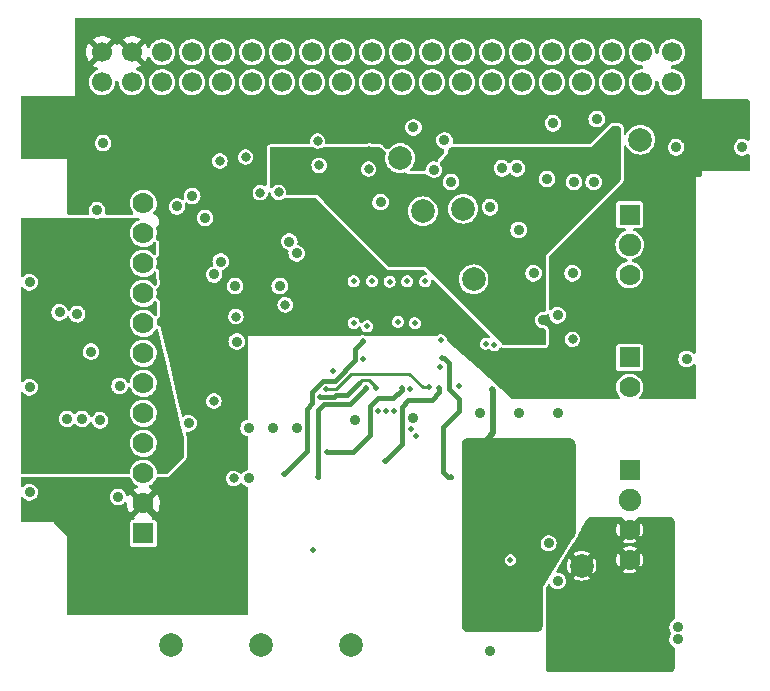
<source format=gbr>
%TF.GenerationSoftware,KiCad,Pcbnew,6.0.9-8da3e8f707~117~ubuntu20.04.1*%
%TF.CreationDate,2022-12-10T16:21:19-08:00*%
%TF.ProjectId,PI-Power-Board,50492d50-6f77-4657-922d-426f6172642e,rev?*%
%TF.SameCoordinates,Original*%
%TF.FileFunction,Copper,L2,Inr*%
%TF.FilePolarity,Positive*%
%FSLAX46Y46*%
G04 Gerber Fmt 4.6, Leading zero omitted, Abs format (unit mm)*
G04 Created by KiCad (PCBNEW 6.0.9-8da3e8f707~117~ubuntu20.04.1) date 2022-12-10 16:21:19*
%MOMM*%
%LPD*%
G01*
G04 APERTURE LIST*
%TA.AperFunction,ComponentPad*%
%ADD10C,2.000000*%
%TD*%
%TA.AperFunction,ComponentPad*%
%ADD11R,1.778000X1.778000*%
%TD*%
%TA.AperFunction,ComponentPad*%
%ADD12C,1.905000*%
%TD*%
%TA.AperFunction,ComponentPad*%
%ADD13C,1.778000*%
%TD*%
%TA.AperFunction,ComponentPad*%
%ADD14C,1.700000*%
%TD*%
%TA.AperFunction,ViaPad*%
%ADD15C,0.889000*%
%TD*%
%TA.AperFunction,ViaPad*%
%ADD16C,0.800000*%
%TD*%
%TA.AperFunction,ViaPad*%
%ADD17C,0.508000*%
%TD*%
%TA.AperFunction,Conductor*%
%ADD18C,0.508000*%
%TD*%
%TA.AperFunction,Conductor*%
%ADD19C,0.254000*%
%TD*%
%TA.AperFunction,Conductor*%
%ADD20C,0.381000*%
%TD*%
G04 APERTURE END LIST*
D10*
%TO.N,/~{CAN_INT1}*%
%TO.C,TP7*%
X95529400Y-86690200D03*
%TD*%
D11*
%TO.N,GND*%
%TO.C,J5*%
X113043500Y-108585000D03*
D12*
X113043500Y-111125000D03*
D13*
%TO.N,/VBAT*%
X113043500Y-113665000D03*
X113043500Y-116205000D03*
%TD*%
D10*
%TO.N,/VBAT*%
%TO.C,TP2*%
X108966000Y-116713000D03*
%TD*%
D11*
%TO.N,GND*%
%TO.C,J3*%
X71857000Y-113970000D03*
D13*
%TO.N,+5V*%
X71857000Y-111430000D03*
%TO.N,/SCK_L*%
X71857000Y-108890000D03*
%TO.N,/SCK_H*%
X71857000Y-106350000D03*
%TO.N,/DR_L*%
X71857000Y-103810000D03*
%TO.N,/DR_H*%
X71857000Y-101270000D03*
%TO.N,/MOSI_L*%
X71857000Y-98730000D03*
%TO.N,/MOSI_H*%
X71857000Y-96190000D03*
%TO.N,/MISO_L*%
X71857000Y-93650000D03*
%TO.N,/MISO_H*%
X71857000Y-91110000D03*
%TO.N,/CS_L*%
X71857000Y-88570000D03*
%TO.N,/CS_H*%
X71857000Y-86030000D03*
%TD*%
D11*
%TO.N,/CAN-FD/CAN_L*%
%TO.C,J4*%
X113030000Y-99060000D03*
D13*
%TO.N,/CAN-FD/CAN_H*%
X113030000Y-101600000D03*
%TD*%
D10*
%TO.N,Net-(TP9-Pad1)*%
%TO.C,TP9*%
X93599000Y-82194400D03*
%TD*%
%TO.N,/3V-3.3V-PS/3V3_{OUT}*%
%TO.C,TP3*%
X74168000Y-123444000D03*
%TD*%
D14*
%TO.N,unconnected-(J1-Pad1)*%
%TO.C,J1*%
X68370000Y-75770000D03*
%TO.N,+5V*%
X68370000Y-73230000D03*
%TO.N,unconnected-(J1-Pad3)*%
X70910000Y-75770000D03*
%TO.N,+5V*%
X70910000Y-73230000D03*
%TO.N,unconnected-(J1-Pad5)*%
X73450000Y-75770000D03*
%TO.N,GND*%
X73450000Y-73230000D03*
%TO.N,/SPI2_CLK*%
X75990000Y-75770000D03*
%TO.N,/UART2_TXD*%
X75990000Y-73230000D03*
%TO.N,GND*%
X78530000Y-75770000D03*
%TO.N,/UART2_RXD*%
X78530000Y-73230000D03*
%TO.N,/PWM0*%
X81070000Y-75770000D03*
%TO.N,unconnected-(J1-Pad12)*%
X81070000Y-73230000D03*
%TO.N,/PWM1*%
X83610000Y-75770000D03*
%TO.N,GND*%
X83610000Y-73230000D03*
%TO.N,unconnected-(J1-Pad15)*%
X86150000Y-75770000D03*
%TO.N,unconnected-(J1-Pad16)*%
X86150000Y-73230000D03*
%TO.N,/3V3_PI*%
X88690000Y-75770000D03*
%TO.N,unconnected-(J1-Pad18)*%
X88690000Y-73230000D03*
%TO.N,/SPI1_TXD*%
X91230000Y-75770000D03*
%TO.N,GND*%
X91230000Y-73230000D03*
%TO.N,/SPI1_RXD*%
X93770000Y-75770000D03*
%TO.N,unconnected-(J1-Pad22)*%
X93770000Y-73230000D03*
%TO.N,/SPI1_CLK*%
X96310000Y-75770000D03*
%TO.N,/~{SPI1_CS}*%
X96310000Y-73230000D03*
%TO.N,GND*%
X98850000Y-75770000D03*
%TO.N,unconnected-(J1-Pad26)*%
X98850000Y-73230000D03*
%TO.N,unconnected-(J1-Pad27)*%
X101390000Y-75770000D03*
%TO.N,unconnected-(J1-Pad28)*%
X101390000Y-73230000D03*
%TO.N,/SPI2_TXD*%
X103930000Y-75770000D03*
%TO.N,GND*%
X103930000Y-73230000D03*
%TO.N,/SPI2_RXD*%
X106470000Y-75770000D03*
%TO.N,/DR*%
X106470000Y-73230000D03*
%TO.N,/~{SPI2_CS}*%
X109010000Y-75770000D03*
%TO.N,GND*%
X109010000Y-73230000D03*
%TO.N,/~{CAN_INT}*%
X111550000Y-75770000D03*
%TO.N,/~{CAN_INT1}*%
X111550000Y-73230000D03*
%TO.N,/~{CAN_INT0}*%
X114090000Y-75770000D03*
%TO.N,unconnected-(J1-Pad38)*%
X114090000Y-73230000D03*
%TO.N,GND*%
X116630000Y-75770000D03*
%TO.N,unconnected-(J1-Pad40)*%
X116630000Y-73230000D03*
%TD*%
D10*
%TO.N,/~{CAN_INT0}*%
%TO.C,TP6*%
X98933000Y-86487000D03*
%TD*%
%TO.N,/5V PowerSupply/V_{OSNS}*%
%TO.C,TP4*%
X81788000Y-123444000D03*
%TD*%
%TO.N,GND*%
%TO.C,TP5*%
X89408000Y-123444000D03*
%TD*%
%TO.N,/~{CAN_INT}*%
%TO.C,TP8*%
X113919000Y-80645000D03*
%TD*%
%TO.N,/3V-3.3V-PS/3V0_{OUT}*%
%TO.C,TP1*%
X99822000Y-92456000D03*
%TD*%
D11*
%TO.N,GND*%
%TO.C,J2*%
X113030000Y-86995000D03*
D12*
%TO.N,/UART2_TXD*%
X113030000Y-89535000D03*
D13*
%TO.N,/UART2_RXD*%
X113030000Y-92075000D03*
%TD*%
D15*
%TO.N,GND*%
X79629000Y-93014800D03*
X62230000Y-101600000D03*
D16*
X81762600Y-85115400D03*
D17*
X100844440Y-97918665D03*
D16*
X86741000Y-82804000D03*
D15*
X62230000Y-92710000D03*
D17*
X90805000Y-96443800D03*
D15*
X78409800Y-90957400D03*
X94691200Y-104190800D03*
D17*
X92710000Y-92659200D03*
D15*
X106172000Y-114808000D03*
X80772000Y-105029000D03*
X117094000Y-122936000D03*
X117094000Y-121920000D03*
D17*
X89662000Y-92633800D03*
D15*
X106934000Y-103759000D03*
D16*
X90932000Y-83128400D03*
D15*
X79770108Y-97726500D03*
X108331000Y-84201000D03*
X67415103Y-98577900D03*
X68199000Y-104394000D03*
D17*
X91706393Y-103576903D03*
X95732600Y-92633800D03*
D15*
X106934000Y-117983000D03*
X122558000Y-81280000D03*
D17*
X92379800Y-103581200D03*
D16*
X108204000Y-97536000D03*
D15*
X84836000Y-105029000D03*
X82804000Y-105029000D03*
D16*
X83312000Y-85090000D03*
D15*
X109982000Y-84201000D03*
X106934000Y-95504000D03*
X84840600Y-90271600D03*
X103632000Y-103759000D03*
X62230000Y-110490000D03*
X89779626Y-104381800D03*
X101219000Y-86360000D03*
D17*
X94208600Y-92633800D03*
D15*
X67945000Y-86614000D03*
X117856000Y-99187000D03*
D17*
X94487443Y-105154049D03*
D16*
X79690001Y-95615801D03*
D15*
X101219000Y-123952000D03*
D17*
X93065600Y-103581200D03*
D15*
X100330000Y-103759000D03*
D17*
%TO.N,Net-(C2-Pad2)*%
X91211400Y-92608400D03*
%TO.N,/5V PowerSupply/SS*%
X93395800Y-96062800D03*
%TO.N,/5V PowerSupply/V_{IN}*%
X97053400Y-97612200D03*
D15*
%TO.N,Net-(D1-Pad2)*%
X116970000Y-81280000D03*
%TO.N,/5V PowerSupply/V_{P}*%
X100330000Y-106654600D03*
X103632000Y-120269000D03*
D17*
X101371400Y-101777800D03*
D15*
X103632000Y-121412000D03*
X103632000Y-106629200D03*
X106883200Y-106629200D03*
X103632000Y-118999000D03*
D17*
%TO.N,/5V PowerSupply/CS*%
X87960200Y-100203000D03*
%TO.N,/5V PowerSupply/CSG*%
X90473214Y-99184547D03*
%TO.N,/5V PowerSupply/BIAS*%
X87351100Y-101727000D03*
X96046051Y-101616749D03*
%TO.N,/5V PowerSupply/V_{CC}*%
X94456098Y-101708102D03*
%TO.N,/5V PowerSupply/BOOT_{1}*%
X98583674Y-101481447D03*
%TO.N,/5V PowerSupply/SW1*%
X97114337Y-99144936D03*
X97891600Y-109169200D03*
%TO.N,/5V PowerSupply/SW2*%
X90754200Y-101625400D03*
X86664800Y-109169200D03*
D15*
%TO.N,/5V PowerSupply/V_{OSNS}*%
X80772000Y-109321600D03*
D17*
X90441800Y-97696000D03*
X83794600Y-108940600D03*
D16*
X79502000Y-109321600D03*
%TO.N,+3V0*%
X104444800Y-97307400D03*
X84658200Y-82829400D03*
D15*
X98044000Y-81661000D03*
X106045000Y-89535000D03*
X95605600Y-90551000D03*
X111506000Y-80137000D03*
D16*
X91008200Y-81584800D03*
D17*
%TO.N,Net-(D2-Pad1)*%
X101575100Y-98044000D03*
%TO.N,/5V PowerSupply/HDRV1*%
X96992876Y-99870949D03*
X102946200Y-116230400D03*
%TO.N,/5V PowerSupply/R_{CSP}*%
X94959192Y-105719115D03*
%TO.N,/5V PowerSupply/LDRV1*%
X92301924Y-107824676D03*
X96928694Y-101637994D03*
%TO.N,/5V PowerSupply/HDRV2*%
X86817200Y-102438200D03*
X86233000Y-115341400D03*
X91592400Y-101625400D03*
%TO.N,/5V PowerSupply/LDRV2*%
X93720696Y-101676001D03*
X87401400Y-107061000D03*
D15*
%TO.N,+5V*%
X75946000Y-117094000D03*
X105737404Y-95912465D03*
X78232000Y-117094000D03*
X77089000Y-117094000D03*
X122431000Y-79629000D03*
X75946000Y-118211600D03*
X78333600Y-89611200D03*
X78232000Y-118211600D03*
X77089000Y-118211600D03*
X76581000Y-99192500D03*
%TO.N,Net-(R4-Pad2)*%
X103632000Y-88265000D03*
%TO.N,Net-(R20-Pad2)*%
X83413600Y-93014800D03*
D16*
%TO.N,Net-(R27-Pad2)*%
X77825600Y-102768400D03*
D15*
%TO.N,Net-(U1-Pad2)*%
X64770000Y-95250000D03*
D16*
%TO.N,/3V-3.3V-PS/3V3_{OUT}*%
X83870800Y-94615000D03*
D15*
X75692000Y-104648000D03*
%TO.N,Net-(U4-Pad1)*%
X108204000Y-91948000D03*
%TO.N,/VBAT*%
X108839000Y-123444000D03*
X106807000Y-124079000D03*
X108966000Y-119380000D03*
X108839000Y-121539000D03*
%TO.N,/SPI1_RXD*%
X96455795Y-83171595D03*
%TO.N,/DR*%
X106553000Y-79248000D03*
X65405000Y-104267000D03*
%TO.N,/SPI2_CLK*%
X97917000Y-84201000D03*
X75996800Y-85394800D03*
%TO.N,/UART2_TXD*%
X74701400Y-86283800D03*
%TO.N,/UART2_RXD*%
X77089000Y-87249000D03*
%TO.N,/SPI1_TXD*%
X66255196Y-95415804D03*
X91948000Y-85928700D03*
%TO.N,/SPI1_CLK*%
X97358200Y-80695800D03*
X66675000Y-104267000D03*
D16*
X78333600Y-82442600D03*
D15*
%TO.N,/~{SPI1_CS}*%
X68453000Y-80924400D03*
X94732019Y-79603100D03*
%TO.N,/MOSI_H*%
X69850000Y-101473000D03*
%TO.N,/3V-3.3V-PS/3V0_{OUT}*%
X84216502Y-89258532D03*
%TO.N,/~{CAN_INT0}*%
X106045000Y-83947000D03*
%TO.N,/~{CAN_INT1}*%
X110250893Y-78892900D03*
X103505000Y-83058000D03*
%TO.N,/SCK_H*%
X69723000Y-110871000D03*
%TO.N,Net-(U4-Pad4)*%
X104902000Y-91948000D03*
D17*
%TO.N,/5V PowerSupply/RT*%
X94843600Y-96164400D03*
%TO.N,/5V PowerSupply/FB*%
X89662000Y-96162198D03*
D15*
%TO.N,/3V3_PI*%
X77851000Y-92049600D03*
D16*
%TO.N,+3V3*%
X80518000Y-82098600D03*
D15*
X62230000Y-88900000D03*
X67487800Y-89916000D03*
X74168000Y-107315000D03*
X64135000Y-107569000D03*
X62230000Y-97790000D03*
X62230000Y-106680000D03*
D16*
X86614000Y-80758200D03*
D15*
X64135000Y-89789000D03*
X64135000Y-98679000D03*
%TO.N,/~{CAN_INT}*%
X102235000Y-83058000D03*
%TD*%
D18*
%TO.N,/5V PowerSupply/V_{P}*%
X101473000Y-101879400D02*
X101371400Y-101777800D01*
X101473000Y-105511600D02*
X101473000Y-101879400D01*
X100330000Y-106654600D02*
X101473000Y-105511600D01*
D19*
%TO.N,/5V PowerSupply/BIAS*%
X95520749Y-101616749D02*
X94386400Y-100482400D01*
X96046051Y-101616749D02*
X95520749Y-101616749D01*
X89405010Y-100482400D02*
X88160410Y-101727000D01*
X94386400Y-100482400D02*
X89405010Y-100482400D01*
X88160410Y-101727000D02*
X87351100Y-101727000D01*
D20*
%TO.N,/5V PowerSupply/SW1*%
X97256600Y-108737400D02*
X97256600Y-104927400D01*
X98552000Y-103632000D02*
X98552000Y-102565200D01*
X97256600Y-104927400D02*
X98552000Y-103632000D01*
X97729476Y-99565839D02*
X97308573Y-99144936D01*
X97688400Y-109169200D02*
X97256600Y-108737400D01*
X97729476Y-101742676D02*
X97729476Y-99565839D01*
X97308573Y-99144936D02*
X97114337Y-99144936D01*
X97891600Y-109169200D02*
X97688400Y-109169200D01*
X98552000Y-102565200D02*
X97729476Y-101742676D01*
%TO.N,/5V PowerSupply/SW2*%
X86664800Y-103530400D02*
X87147400Y-103047800D01*
X87147400Y-103047800D02*
X89331800Y-103047800D01*
X86664800Y-109169200D02*
X86664800Y-103530400D01*
X89331800Y-103047800D02*
X90754200Y-101625400D01*
%TO.N,/5V PowerSupply/V_{OSNS}*%
X85699600Y-103415508D02*
X86144100Y-102971008D01*
X86144100Y-102971008D02*
X86144100Y-101982092D01*
X85699600Y-107035600D02*
X85699600Y-103415508D01*
X89789000Y-98348800D02*
X90441800Y-97696000D01*
X88061208Y-101053900D02*
X89789000Y-99326108D01*
X83794600Y-108940600D02*
X85699600Y-107035600D01*
X89789000Y-99326108D02*
X89789000Y-98348800D01*
X86144100Y-101982092D02*
X87072292Y-101053900D01*
X87072292Y-101053900D02*
X88061208Y-101053900D01*
%TO.N,/5V PowerSupply/LDRV1*%
X92327324Y-107824676D02*
X93738700Y-106413300D01*
X92301924Y-107824676D02*
X92327324Y-107824676D01*
X93738700Y-106413300D02*
X93738700Y-103238300D01*
X96928694Y-102032102D02*
X96928694Y-101637994D01*
X93738700Y-103238300D02*
X94307012Y-102669988D01*
X94307012Y-102669988D02*
X96290808Y-102669988D01*
X96290808Y-102669988D02*
X96928694Y-102032102D01*
D19*
%TO.N,/5V PowerSupply/HDRV2*%
X91592400Y-101601495D02*
X91006705Y-101015800D01*
D20*
X89077800Y-102285800D02*
X90119200Y-101244400D01*
X86817200Y-102438200D02*
X88037895Y-102438200D01*
D19*
X91592400Y-101625400D02*
X91592400Y-101601495D01*
X90347800Y-101015800D02*
X90119200Y-101244400D01*
D20*
X88190295Y-102285800D02*
X89077800Y-102285800D01*
X88037895Y-102438200D02*
X88190295Y-102285800D01*
D19*
X91006705Y-101015800D02*
X90347800Y-101015800D01*
D20*
%TO.N,/5V PowerSupply/LDRV2*%
X93720696Y-101808504D02*
X93014800Y-102514400D01*
X93014800Y-102514400D02*
X91694000Y-102514400D01*
X91694000Y-102514400D02*
X91033600Y-103174800D01*
X91033600Y-105664000D02*
X89636600Y-107061000D01*
X89636600Y-107061000D02*
X87401400Y-107061000D01*
X93720696Y-101676001D02*
X93720696Y-101808504D01*
X91033600Y-103174800D02*
X91033600Y-105664000D01*
%TD*%
%TA.AperFunction,Conductor*%
%TO.N,/VBAT*%
G36*
X112313517Y-112564817D02*
G01*
X112381568Y-112585056D01*
X112427873Y-112638873D01*
X112432896Y-112679238D01*
X112444238Y-112706528D01*
X113030688Y-113292978D01*
X113044632Y-113300592D01*
X113046465Y-113300461D01*
X113053080Y-113296210D01*
X113639157Y-112710133D01*
X113650953Y-112688531D01*
X113662485Y-112635518D01*
X113712688Y-112585315D01*
X113773512Y-112569904D01*
X116449377Y-112579228D01*
X116469038Y-112580841D01*
X116557025Y-112595059D01*
X116594399Y-112607317D01*
X116664805Y-112643405D01*
X116696574Y-112666586D01*
X116752425Y-112722627D01*
X116775499Y-112754475D01*
X116811348Y-112825005D01*
X116823479Y-112862421D01*
X116837397Y-112950455D01*
X116838943Y-112970119D01*
X116839623Y-121187872D01*
X116819628Y-121255992D01*
X116771414Y-121299845D01*
X116698218Y-121337624D01*
X116692497Y-121342614D01*
X116692495Y-121342616D01*
X116576453Y-121443846D01*
X116570726Y-121448842D01*
X116473444Y-121587261D01*
X116411988Y-121744889D01*
X116410997Y-121752418D01*
X116400117Y-121835061D01*
X116389905Y-121912626D01*
X116408470Y-122080790D01*
X116411080Y-122087922D01*
X116458732Y-122218136D01*
X116466612Y-122239670D01*
X116470848Y-122245973D01*
X116470848Y-122245974D01*
X116546554Y-122358637D01*
X116567946Y-122426335D01*
X116549342Y-122494850D01*
X116545073Y-122501343D01*
X116473444Y-122603261D01*
X116411988Y-122760889D01*
X116389905Y-122928626D01*
X116408470Y-123096790D01*
X116466612Y-123255670D01*
X116470848Y-123261973D01*
X116470848Y-123261974D01*
X116556740Y-123389796D01*
X116556743Y-123389799D01*
X116560974Y-123396096D01*
X116686108Y-123509959D01*
X116692783Y-123513583D01*
X116773950Y-123557653D01*
X116824271Y-123607735D01*
X116839828Y-123668374D01*
X116839967Y-125339054D01*
X116838417Y-125358765D01*
X116824449Y-125446999D01*
X116812269Y-125484494D01*
X116776275Y-125555147D01*
X116753104Y-125587042D01*
X116697036Y-125643115D01*
X116665143Y-125666289D01*
X116594494Y-125702289D01*
X116556999Y-125714473D01*
X116468760Y-125728449D01*
X116449049Y-125730000D01*
X106308917Y-125730000D01*
X106289207Y-125728449D01*
X106200971Y-125714474D01*
X106163486Y-125702294D01*
X106092832Y-125666293D01*
X106060943Y-125643124D01*
X106004876Y-125587057D01*
X105981707Y-125555168D01*
X105945706Y-125484514D01*
X105933525Y-125447026D01*
X105919551Y-125358793D01*
X105918000Y-125339083D01*
X105918000Y-121860045D01*
X105919078Y-121843598D01*
X105920065Y-121836100D01*
X105920202Y-121835061D01*
X105921866Y-121818160D01*
X105922944Y-121801713D01*
X105923500Y-121784741D01*
X105923500Y-118691356D01*
X105924645Y-118674409D01*
X105929484Y-118638759D01*
X105938518Y-118606092D01*
X105968788Y-118535428D01*
X105976513Y-118520302D01*
X106099013Y-118315765D01*
X106151174Y-118267601D01*
X106221094Y-118255284D01*
X106286574Y-118282723D01*
X106311691Y-118310229D01*
X106396740Y-118436796D01*
X106396743Y-118436799D01*
X106400974Y-118443096D01*
X106526108Y-118556959D01*
X106674791Y-118637687D01*
X106838438Y-118680619D01*
X106926047Y-118681996D01*
X107000004Y-118683158D01*
X107000007Y-118683158D01*
X107007602Y-118683277D01*
X107065723Y-118669965D01*
X107165114Y-118647202D01*
X107165118Y-118647201D01*
X107172517Y-118645506D01*
X107323662Y-118569488D01*
X107329433Y-118564559D01*
X107329436Y-118564557D01*
X107446539Y-118464541D01*
X107446540Y-118464540D01*
X107452311Y-118459611D01*
X107551037Y-118322219D01*
X107614141Y-118165243D01*
X107637980Y-117997746D01*
X107638134Y-117983000D01*
X107617809Y-117815040D01*
X107597120Y-117760289D01*
X108283265Y-117760289D01*
X108292561Y-117772304D01*
X108332100Y-117799989D01*
X108341590Y-117805469D01*
X108530486Y-117893553D01*
X108540778Y-117897299D01*
X108742098Y-117951242D01*
X108752893Y-117953145D01*
X108960525Y-117971311D01*
X108971475Y-117971311D01*
X109179107Y-117953145D01*
X109189902Y-117951242D01*
X109391222Y-117897299D01*
X109401514Y-117893553D01*
X109590410Y-117805469D01*
X109599900Y-117799989D01*
X109640278Y-117771717D01*
X109648652Y-117761242D01*
X109641583Y-117747793D01*
X108978812Y-117085022D01*
X108964868Y-117077408D01*
X108963035Y-117077539D01*
X108956420Y-117081790D01*
X108289695Y-117748515D01*
X108283265Y-117760289D01*
X107597120Y-117760289D01*
X107558006Y-117656778D01*
X107462179Y-117517348D01*
X107456508Y-117512295D01*
X107341531Y-117409854D01*
X107341528Y-117409852D01*
X107335859Y-117404801D01*
X107318737Y-117395735D01*
X107193051Y-117329188D01*
X107193052Y-117329188D01*
X107186339Y-117325634D01*
X107157838Y-117318475D01*
X107029622Y-117286269D01*
X107029618Y-117286269D01*
X107022251Y-117284418D01*
X107014652Y-117284378D01*
X107014650Y-117284378D01*
X106990765Y-117284253D01*
X106956510Y-117284074D01*
X106888496Y-117263716D01*
X106842284Y-117209818D01*
X106832548Y-117139492D01*
X106850494Y-117091022D01*
X107084666Y-116718475D01*
X107707689Y-116718475D01*
X107725855Y-116926107D01*
X107727758Y-116936902D01*
X107781701Y-117138222D01*
X107785447Y-117148514D01*
X107873531Y-117337410D01*
X107879011Y-117346900D01*
X107907283Y-117387278D01*
X107917758Y-117395652D01*
X107931207Y-117388583D01*
X108593978Y-116725812D01*
X108600356Y-116714132D01*
X109330408Y-116714132D01*
X109330539Y-116715965D01*
X109334790Y-116722580D01*
X110001515Y-117389305D01*
X110013289Y-117395735D01*
X110025304Y-117386439D01*
X110052989Y-117346900D01*
X110058469Y-117337410D01*
X110135820Y-117171530D01*
X112441330Y-117171530D01*
X112451210Y-117184017D01*
X112490972Y-117210585D01*
X112501075Y-117216071D01*
X112683473Y-117294435D01*
X112694416Y-117297990D01*
X112888033Y-117341802D01*
X112899442Y-117343304D01*
X113097808Y-117351097D01*
X113109290Y-117350495D01*
X113305750Y-117322011D01*
X113316945Y-117319323D01*
X113504924Y-117255512D01*
X113515431Y-117250834D01*
X113637245Y-117182614D01*
X113647110Y-117172536D01*
X113644154Y-117164864D01*
X113056312Y-116577022D01*
X113042368Y-116569408D01*
X113040535Y-116569539D01*
X113033920Y-116573790D01*
X112447527Y-117160183D01*
X112441330Y-117171530D01*
X110135820Y-117171530D01*
X110146553Y-117148514D01*
X110150299Y-117138222D01*
X110204242Y-116936902D01*
X110206145Y-116926107D01*
X110224311Y-116718475D01*
X110224311Y-116707525D01*
X110206145Y-116499893D01*
X110204242Y-116489098D01*
X110150299Y-116287778D01*
X110146553Y-116277486D01*
X110101429Y-116180718D01*
X111896374Y-116180718D01*
X111909358Y-116378803D01*
X111911159Y-116390173D01*
X111960023Y-116582576D01*
X111963864Y-116593423D01*
X112046975Y-116773705D01*
X112052723Y-116783661D01*
X112064175Y-116799867D01*
X112074763Y-116808254D01*
X112088064Y-116801226D01*
X112671478Y-116217812D01*
X112677856Y-116206132D01*
X113407908Y-116206132D01*
X113408039Y-116207965D01*
X113412290Y-116214580D01*
X113999450Y-116801740D01*
X114011830Y-116808500D01*
X114018410Y-116803574D01*
X114089334Y-116676931D01*
X114094012Y-116666424D01*
X114157823Y-116478445D01*
X114160511Y-116467250D01*
X114189291Y-116268750D01*
X114189921Y-116261367D01*
X114191300Y-116208704D01*
X114191057Y-116201305D01*
X114172704Y-116001566D01*
X114170607Y-115990251D01*
X114116722Y-115799190D01*
X114112600Y-115788451D01*
X114024799Y-115610409D01*
X114022692Y-115606970D01*
X114013376Y-115599980D01*
X114000959Y-115606751D01*
X113415522Y-116192188D01*
X113407908Y-116206132D01*
X112677856Y-116206132D01*
X112679092Y-116203868D01*
X112678961Y-116202035D01*
X112674710Y-116195420D01*
X112086126Y-115606836D01*
X112073746Y-115600076D01*
X112067780Y-115604542D01*
X111985673Y-115760602D01*
X111981268Y-115771236D01*
X111922400Y-115960822D01*
X111920008Y-115972076D01*
X111896675Y-116169217D01*
X111896374Y-116180718D01*
X110101429Y-116180718D01*
X110058469Y-116088590D01*
X110052989Y-116079100D01*
X110024717Y-116038722D01*
X110014242Y-116030348D01*
X110000793Y-116037417D01*
X109338022Y-116700188D01*
X109330408Y-116714132D01*
X108600356Y-116714132D01*
X108601592Y-116711868D01*
X108601461Y-116710035D01*
X108597210Y-116703420D01*
X107930485Y-116036695D01*
X107918711Y-116030265D01*
X107906696Y-116039561D01*
X107879011Y-116079100D01*
X107873531Y-116088590D01*
X107785447Y-116277486D01*
X107781701Y-116287778D01*
X107727758Y-116489098D01*
X107725855Y-116499893D01*
X107707689Y-116707525D01*
X107707689Y-116718475D01*
X107084666Y-116718475D01*
X107747002Y-115664758D01*
X108283348Y-115664758D01*
X108290417Y-115678207D01*
X108953188Y-116340978D01*
X108967132Y-116348592D01*
X108968965Y-116348461D01*
X108975580Y-116344210D01*
X109642305Y-115677485D01*
X109648735Y-115665711D01*
X109639439Y-115653696D01*
X109599900Y-115626011D01*
X109590410Y-115620531D01*
X109401514Y-115532447D01*
X109391222Y-115528701D01*
X109189902Y-115474758D01*
X109179107Y-115472855D01*
X108971475Y-115454689D01*
X108960525Y-115454689D01*
X108752893Y-115472855D01*
X108742098Y-115474758D01*
X108540778Y-115528701D01*
X108530486Y-115532447D01*
X108341590Y-115620531D01*
X108332100Y-115626011D01*
X108291722Y-115654283D01*
X108283348Y-115664758D01*
X107747002Y-115664758D01*
X108015163Y-115238139D01*
X112440751Y-115238139D01*
X112444238Y-115246528D01*
X113030688Y-115832978D01*
X113044632Y-115840592D01*
X113046465Y-115840461D01*
X113053080Y-115836210D01*
X113639157Y-115250133D01*
X113645917Y-115237753D01*
X113639887Y-115229698D01*
X113569520Y-115185299D01*
X113559269Y-115180076D01*
X113374889Y-115106516D01*
X113363852Y-115103247D01*
X113169154Y-115064518D01*
X113157710Y-115063315D01*
X113107597Y-115062660D01*
X113096209Y-115059154D01*
X113070439Y-115062173D01*
X112959219Y-115060718D01*
X112947739Y-115061621D01*
X112752099Y-115095238D01*
X112740979Y-115098218D01*
X112554734Y-115166927D01*
X112544356Y-115171877D01*
X112450349Y-115227806D01*
X112440751Y-115238139D01*
X108015163Y-115238139D01*
X108396460Y-114631530D01*
X112441330Y-114631530D01*
X112451210Y-114644017D01*
X112490972Y-114670585D01*
X112501075Y-114676071D01*
X112683473Y-114754435D01*
X112694416Y-114757990D01*
X112888033Y-114801802D01*
X112899442Y-114803304D01*
X113077034Y-114810281D01*
X113086542Y-114813483D01*
X113102645Y-114810844D01*
X113109291Y-114810495D01*
X113305750Y-114782011D01*
X113316945Y-114779323D01*
X113504924Y-114715512D01*
X113515431Y-114710834D01*
X113637245Y-114642614D01*
X113647110Y-114632536D01*
X113644154Y-114624864D01*
X113056312Y-114037022D01*
X113042368Y-114029408D01*
X113040535Y-114029539D01*
X113033920Y-114033790D01*
X112447527Y-114620183D01*
X112441330Y-114631530D01*
X108396460Y-114631530D01*
X108594483Y-114316493D01*
X108594490Y-114316481D01*
X108595083Y-114315538D01*
X108604225Y-114299795D01*
X108604730Y-114298851D01*
X108604742Y-114298829D01*
X108612030Y-114285198D01*
X108612040Y-114285178D01*
X108612553Y-114284219D01*
X108620563Y-114267884D01*
X108637113Y-114230910D01*
X108666809Y-114164570D01*
X108666815Y-114164556D01*
X108667718Y-114162538D01*
X108680215Y-114128379D01*
X108689973Y-114094520D01*
X108697572Y-114058944D01*
X108709152Y-113976947D01*
X108725818Y-113929826D01*
X108890164Y-113655420D01*
X108898969Y-113640718D01*
X111896374Y-113640718D01*
X111909358Y-113838803D01*
X111911159Y-113850173D01*
X111960023Y-114042576D01*
X111963864Y-114053423D01*
X112046975Y-114233705D01*
X112052723Y-114243661D01*
X112064175Y-114259867D01*
X112074763Y-114268254D01*
X112088064Y-114261226D01*
X112671478Y-113677812D01*
X112677856Y-113666132D01*
X113407908Y-113666132D01*
X113408039Y-113667965D01*
X113412290Y-113674580D01*
X113999450Y-114261740D01*
X114011830Y-114268500D01*
X114018410Y-114263574D01*
X114089334Y-114136931D01*
X114094012Y-114126424D01*
X114157823Y-113938445D01*
X114160511Y-113927250D01*
X114189291Y-113728750D01*
X114189921Y-113721367D01*
X114191300Y-113668704D01*
X114191057Y-113661305D01*
X114172704Y-113461566D01*
X114170607Y-113450251D01*
X114116722Y-113259190D01*
X114112600Y-113248451D01*
X114024799Y-113070409D01*
X114022692Y-113066970D01*
X114013376Y-113059980D01*
X114000959Y-113066751D01*
X113415522Y-113652188D01*
X113407908Y-113666132D01*
X112677856Y-113666132D01*
X112679092Y-113663868D01*
X112678961Y-113662035D01*
X112674710Y-113655420D01*
X112086126Y-113066836D01*
X112073746Y-113060076D01*
X112067780Y-113064542D01*
X111985673Y-113220602D01*
X111981268Y-113231236D01*
X111922400Y-113420822D01*
X111920008Y-113432076D01*
X111896675Y-113629217D01*
X111896374Y-113640718D01*
X108898969Y-113640718D01*
X109432126Y-112750513D01*
X109444835Y-112732930D01*
X109453733Y-112722622D01*
X109508813Y-112658807D01*
X109542260Y-112631410D01*
X109617907Y-112588713D01*
X109658649Y-112574237D01*
X109755174Y-112557771D01*
X109776801Y-112555978D01*
X112313517Y-112564817D01*
G37*
%TD.AperFunction*%
%TD*%
%TA.AperFunction,Conductor*%
%TO.N,+5V*%
G36*
X119068121Y-70378002D02*
G01*
X119114614Y-70431658D01*
X119126000Y-70484000D01*
X119126000Y-77216000D01*
X123064000Y-77216000D01*
X123132121Y-77236002D01*
X123178614Y-77289658D01*
X123190000Y-77342000D01*
X123190000Y-80625831D01*
X123169998Y-80693952D01*
X123116342Y-80740445D01*
X123046068Y-80750549D01*
X122980182Y-80719908D01*
X122965531Y-80706854D01*
X122965528Y-80706852D01*
X122959859Y-80701801D01*
X122810339Y-80622634D01*
X122799964Y-80620028D01*
X122653622Y-80583269D01*
X122653618Y-80583269D01*
X122646251Y-80581418D01*
X122638652Y-80581378D01*
X122638650Y-80581378D01*
X122568308Y-80581010D01*
X122477069Y-80580532D01*
X122469688Y-80582304D01*
X122319938Y-80618256D01*
X122319935Y-80618257D01*
X122312559Y-80620028D01*
X122162218Y-80697624D01*
X122156497Y-80702614D01*
X122156495Y-80702616D01*
X122088039Y-80762334D01*
X122034726Y-80808842D01*
X122023783Y-80824412D01*
X121945649Y-80935587D01*
X121937444Y-80947261D01*
X121934682Y-80954344D01*
X121934682Y-80954345D01*
X121930500Y-80965071D01*
X121875988Y-81104889D01*
X121874997Y-81112418D01*
X121855091Y-81263619D01*
X121853905Y-81272626D01*
X121872470Y-81440790D01*
X121875080Y-81447922D01*
X121926562Y-81588602D01*
X121930612Y-81599670D01*
X121934848Y-81605973D01*
X121934848Y-81605974D01*
X122020740Y-81733796D01*
X122020743Y-81733799D01*
X122024974Y-81740096D01*
X122150108Y-81853959D01*
X122298791Y-81934687D01*
X122462438Y-81977619D01*
X122550047Y-81978996D01*
X122624004Y-81980158D01*
X122624007Y-81980158D01*
X122631602Y-81980277D01*
X122689723Y-81966965D01*
X122789114Y-81944202D01*
X122789118Y-81944201D01*
X122796517Y-81942506D01*
X122947662Y-81866488D01*
X122982169Y-81837016D01*
X123046959Y-81807985D01*
X123117159Y-81818590D01*
X123170481Y-81865464D01*
X123190000Y-81932827D01*
X123190000Y-83186000D01*
X123169998Y-83254121D01*
X123116342Y-83300614D01*
X123064000Y-83312000D01*
X119126000Y-83312000D01*
X119126000Y-83672584D01*
X119105998Y-83740705D01*
X119052342Y-83787198D01*
X119006992Y-83798389D01*
X118673179Y-83816934D01*
X118636089Y-83818995D01*
X118618000Y-83820000D01*
X118618000Y-98655773D01*
X118597998Y-98723894D01*
X118544342Y-98770387D01*
X118474068Y-98780491D01*
X118409488Y-98750997D01*
X118393599Y-98733225D01*
X118393506Y-98733307D01*
X118388480Y-98727606D01*
X118384179Y-98721348D01*
X118378508Y-98716295D01*
X118263531Y-98613854D01*
X118263528Y-98613852D01*
X118257859Y-98608801D01*
X118108339Y-98529634D01*
X118097964Y-98527028D01*
X117951622Y-98490269D01*
X117951618Y-98490269D01*
X117944251Y-98488418D01*
X117936652Y-98488378D01*
X117936650Y-98488378D01*
X117866308Y-98488010D01*
X117775069Y-98487532D01*
X117767688Y-98489304D01*
X117617938Y-98525256D01*
X117617935Y-98525257D01*
X117610559Y-98527028D01*
X117460218Y-98604624D01*
X117454497Y-98609614D01*
X117454495Y-98609616D01*
X117338453Y-98710846D01*
X117332726Y-98715842D01*
X117235444Y-98854261D01*
X117173988Y-99011889D01*
X117172997Y-99019418D01*
X117156685Y-99143320D01*
X117151905Y-99179626D01*
X117170470Y-99347790D01*
X117173080Y-99354922D01*
X117223525Y-99492768D01*
X117228612Y-99506670D01*
X117232848Y-99512973D01*
X117232848Y-99512974D01*
X117318740Y-99640796D01*
X117318743Y-99640799D01*
X117322974Y-99647096D01*
X117398427Y-99715753D01*
X117421391Y-99736648D01*
X117448108Y-99760959D01*
X117596791Y-99841687D01*
X117760438Y-99884619D01*
X117848047Y-99885996D01*
X117922004Y-99887158D01*
X117922007Y-99887158D01*
X117929602Y-99887277D01*
X117987723Y-99873965D01*
X118087114Y-99851202D01*
X118087118Y-99851201D01*
X118094517Y-99849506D01*
X118245662Y-99773488D01*
X118251433Y-99768559D01*
X118251436Y-99768557D01*
X118368539Y-99668541D01*
X118368540Y-99668540D01*
X118374311Y-99663611D01*
X118378740Y-99657448D01*
X118378745Y-99657442D01*
X118389678Y-99642227D01*
X118445672Y-99598579D01*
X118516376Y-99592133D01*
X118579340Y-99624936D01*
X118614574Y-99686572D01*
X118618000Y-99715753D01*
X118618000Y-102490000D01*
X118597998Y-102558121D01*
X118544342Y-102604614D01*
X118492000Y-102616000D01*
X113941086Y-102616000D01*
X113872965Y-102595998D01*
X113826472Y-102542342D01*
X113816368Y-102472068D01*
X113844212Y-102409431D01*
X113934657Y-102300682D01*
X113976426Y-102250460D01*
X114065686Y-102091075D01*
X114076291Y-102072139D01*
X114076292Y-102072137D01*
X114079115Y-102067096D01*
X114080971Y-102061629D01*
X114080973Y-102061624D01*
X114144813Y-101873557D01*
X114144814Y-101873552D01*
X114146669Y-101868088D01*
X114176825Y-101660103D01*
X114178399Y-101600000D01*
X114159169Y-101390721D01*
X114151869Y-101364835D01*
X114125640Y-101271837D01*
X114102123Y-101188451D01*
X114009171Y-100999963D01*
X113989307Y-100973361D01*
X113886880Y-100836195D01*
X113886879Y-100836194D01*
X113883427Y-100831571D01*
X113827975Y-100780312D01*
X113733341Y-100692833D01*
X113733338Y-100692831D01*
X113729101Y-100688914D01*
X113551362Y-100576769D01*
X113356163Y-100498892D01*
X113350506Y-100497767D01*
X113350500Y-100497765D01*
X113155707Y-100459019D01*
X113155705Y-100459019D01*
X113150040Y-100457892D01*
X113144265Y-100457816D01*
X113144261Y-100457816D01*
X113068766Y-100456828D01*
X112966443Y-100455489D01*
X112958407Y-100453014D01*
X112947013Y-100455112D01*
X112945682Y-100455217D01*
X112939898Y-100455141D01*
X112732772Y-100490732D01*
X112535601Y-100563472D01*
X112530640Y-100566424D01*
X112530639Y-100566424D01*
X112429063Y-100626856D01*
X112354988Y-100670926D01*
X112196981Y-100809494D01*
X112066872Y-100974537D01*
X112064181Y-100979653D01*
X112064179Y-100979655D01*
X111971710Y-101155410D01*
X111969018Y-101160527D01*
X111906696Y-101361234D01*
X111881995Y-101569938D01*
X111895740Y-101779649D01*
X111947471Y-101983343D01*
X111949890Y-101988590D01*
X112033038Y-102168953D01*
X112033041Y-102168958D01*
X112035457Y-102174199D01*
X112038788Y-102178912D01*
X112038789Y-102178914D01*
X112152752Y-102340166D01*
X112156751Y-102345825D01*
X112160887Y-102349854D01*
X112212102Y-102399746D01*
X112246939Y-102461608D01*
X112242802Y-102532484D01*
X112201002Y-102589871D01*
X112134813Y-102615551D01*
X112124180Y-102616000D01*
X103172096Y-102616000D01*
X103103975Y-102595998D01*
X103088138Y-102583953D01*
X100174344Y-99980137D01*
X97607640Y-97686487D01*
X97570174Y-97626181D01*
X97566871Y-97610397D01*
X97555228Y-97529096D01*
X97546480Y-97468013D01*
X97522108Y-97414410D01*
X97489908Y-97343590D01*
X97489907Y-97343588D01*
X97486192Y-97335418D01*
X97391113Y-97225073D01*
X97268885Y-97145848D01*
X97129334Y-97104114D01*
X97120358Y-97104059D01*
X97120357Y-97104059D01*
X97059044Y-97103685D01*
X96983679Y-97103224D01*
X96843629Y-97143251D01*
X96836042Y-97148038D01*
X96836040Y-97148039D01*
X96774253Y-97187024D01*
X96720442Y-97220976D01*
X96714500Y-97227704D01*
X96714499Y-97227705D01*
X96704162Y-97239409D01*
X96644076Y-97277226D01*
X96609722Y-97282000D01*
X90775317Y-97282000D01*
X90706784Y-97261732D01*
X90697624Y-97255795D01*
X90657285Y-97229648D01*
X90517734Y-97187914D01*
X90508758Y-97187859D01*
X90508757Y-97187859D01*
X90447444Y-97187485D01*
X90372079Y-97187024D01*
X90232029Y-97227051D01*
X90212443Y-97239409D01*
X90175747Y-97262562D01*
X90108512Y-97282000D01*
X86106000Y-97282000D01*
X80747101Y-97281611D01*
X80747100Y-97281611D01*
X80728985Y-97281610D01*
X80736284Y-104069846D01*
X80736445Y-104219172D01*
X80716516Y-104287314D01*
X80662911Y-104333864D01*
X80639860Y-104341825D01*
X80533946Y-104367253D01*
X80533935Y-104367257D01*
X80526559Y-104369028D01*
X80376218Y-104446624D01*
X80370497Y-104451614D01*
X80370495Y-104451616D01*
X80337912Y-104480040D01*
X80248726Y-104557842D01*
X80244356Y-104564060D01*
X80167003Y-104674123D01*
X80151444Y-104696261D01*
X80148682Y-104703344D01*
X80148682Y-104703345D01*
X80132679Y-104744392D01*
X80089988Y-104853889D01*
X80088997Y-104861418D01*
X80069454Y-105009862D01*
X80067905Y-105021626D01*
X80086470Y-105189790D01*
X80089080Y-105196922D01*
X80131267Y-105312202D01*
X80144612Y-105348670D01*
X80148848Y-105354973D01*
X80148848Y-105354974D01*
X80234740Y-105482796D01*
X80234743Y-105482799D01*
X80238974Y-105489096D01*
X80364108Y-105602959D01*
X80399023Y-105621916D01*
X80498385Y-105675865D01*
X80512791Y-105683687D01*
X80520132Y-105685613D01*
X80520135Y-105685614D01*
X80582257Y-105701911D01*
X80644162Y-105718152D01*
X80704976Y-105754784D01*
X80736332Y-105818482D01*
X80738187Y-105839886D01*
X80740126Y-107643000D01*
X80741059Y-108510665D01*
X80721130Y-108578807D01*
X80667524Y-108625357D01*
X80644474Y-108633319D01*
X80526559Y-108661628D01*
X80376218Y-108739224D01*
X80370497Y-108744214D01*
X80370495Y-108744216D01*
X80294546Y-108810471D01*
X80248726Y-108850442D01*
X80213259Y-108900907D01*
X80157725Y-108945137D01*
X80087093Y-108952323D01*
X80023789Y-108920182D01*
X80006333Y-108899822D01*
X80000855Y-108891851D01*
X80000854Y-108891849D01*
X79996553Y-108885592D01*
X79878275Y-108780211D01*
X79870889Y-108776300D01*
X79824118Y-108751536D01*
X79738274Y-108706084D01*
X79584633Y-108667492D01*
X79577034Y-108667452D01*
X79577033Y-108667452D01*
X79511181Y-108667107D01*
X79426221Y-108666662D01*
X79418841Y-108668434D01*
X79418839Y-108668434D01*
X79279563Y-108701871D01*
X79279560Y-108701872D01*
X79272184Y-108703643D01*
X79131414Y-108776300D01*
X79012039Y-108880438D01*
X78920950Y-109010044D01*
X78863406Y-109157637D01*
X78862414Y-109165170D01*
X78862414Y-109165171D01*
X78844610Y-109300410D01*
X78842729Y-109314696D01*
X78846806Y-109351624D01*
X78859235Y-109464199D01*
X78860113Y-109472153D01*
X78862723Y-109479284D01*
X78862723Y-109479286D01*
X78911906Y-109613685D01*
X78914553Y-109620919D01*
X78918789Y-109627222D01*
X78918789Y-109627223D01*
X78997290Y-109744044D01*
X79002908Y-109752405D01*
X79008527Y-109757518D01*
X79008528Y-109757519D01*
X79047817Y-109793269D01*
X79120076Y-109859019D01*
X79259293Y-109934608D01*
X79412522Y-109974807D01*
X79496477Y-109976126D01*
X79563319Y-109977176D01*
X79563322Y-109977176D01*
X79570916Y-109977295D01*
X79725332Y-109941929D01*
X79805695Y-109901511D01*
X79860072Y-109874163D01*
X79860075Y-109874161D01*
X79866855Y-109870751D01*
X79872626Y-109865822D01*
X79872629Y-109865820D01*
X79981536Y-109772804D01*
X79981536Y-109772803D01*
X79987314Y-109767869D01*
X80006770Y-109740794D01*
X80062762Y-109697147D01*
X80133465Y-109690700D01*
X80196430Y-109723502D01*
X80213673Y-109744044D01*
X80234740Y-109775396D01*
X80234743Y-109775399D01*
X80238974Y-109781696D01*
X80364108Y-109895559D01*
X80512791Y-109976287D01*
X80551561Y-109986458D01*
X80648778Y-110011963D01*
X80709593Y-110048597D01*
X80740948Y-110112295D01*
X80742804Y-110133704D01*
X80754250Y-120777865D01*
X80734321Y-120846007D01*
X80680716Y-120892557D01*
X80628250Y-120904000D01*
X65531000Y-120904000D01*
X65462879Y-120883998D01*
X65416386Y-120830342D01*
X65405000Y-120778000D01*
X65405000Y-114173000D01*
X64287933Y-113055933D01*
X70713500Y-113055933D01*
X70713501Y-114884066D01*
X70728266Y-114958301D01*
X70784516Y-115042484D01*
X70868699Y-115098734D01*
X70942933Y-115113500D01*
X71856852Y-115113500D01*
X72771066Y-115113499D01*
X72806818Y-115106388D01*
X72833126Y-115101156D01*
X72833128Y-115101155D01*
X72845301Y-115098734D01*
X72855621Y-115091839D01*
X72855622Y-115091838D01*
X72919168Y-115049377D01*
X72929484Y-115042484D01*
X72985734Y-114958301D01*
X73000500Y-114884067D01*
X73000499Y-113055934D01*
X72985734Y-112981699D01*
X72929484Y-112897516D01*
X72845301Y-112841266D01*
X72771067Y-112826500D01*
X72698636Y-112826500D01*
X72630515Y-112806498D01*
X72584022Y-112752842D01*
X72573918Y-112682568D01*
X72603412Y-112617988D01*
X72625466Y-112597922D01*
X72634210Y-112591685D01*
X72642609Y-112580987D01*
X72635622Y-112567833D01*
X71869811Y-111802021D01*
X71855868Y-111794408D01*
X71854034Y-111794539D01*
X71847420Y-111798790D01*
X71075221Y-112570990D01*
X71068464Y-112583365D01*
X71073745Y-112590420D01*
X71075958Y-112591713D01*
X71124682Y-112643351D01*
X71137753Y-112713134D01*
X71111022Y-112778906D01*
X71052975Y-112819785D01*
X71012388Y-112826501D01*
X70942934Y-112826501D01*
X70907182Y-112833612D01*
X70880874Y-112838844D01*
X70880872Y-112838845D01*
X70868699Y-112841266D01*
X70858379Y-112848161D01*
X70858378Y-112848162D01*
X70818970Y-112874494D01*
X70784516Y-112897516D01*
X70728266Y-112981699D01*
X70713500Y-113055933D01*
X64287933Y-113055933D01*
X64262000Y-113030000D01*
X61594000Y-113030000D01*
X61525879Y-113009998D01*
X61479386Y-112956342D01*
X61468000Y-112904000D01*
X61468000Y-111022235D01*
X61488002Y-110954114D01*
X61541658Y-110907621D01*
X61611932Y-110897517D01*
X61676512Y-110927011D01*
X61689382Y-110939904D01*
X61692738Y-110943791D01*
X61696974Y-110950096D01*
X61822108Y-111063959D01*
X61970791Y-111144687D01*
X62134438Y-111187619D01*
X62222047Y-111188996D01*
X62296004Y-111190158D01*
X62296007Y-111190158D01*
X62303602Y-111190277D01*
X62361723Y-111176965D01*
X62461114Y-111154202D01*
X62461118Y-111154201D01*
X62468517Y-111152506D01*
X62619662Y-111076488D01*
X62625433Y-111071559D01*
X62625436Y-111071557D01*
X62742539Y-110971541D01*
X62742540Y-110971540D01*
X62748311Y-110966611D01*
X62822313Y-110863626D01*
X69018905Y-110863626D01*
X69037470Y-111031790D01*
X69040080Y-111038922D01*
X69082267Y-111154202D01*
X69095612Y-111190670D01*
X69099848Y-111196973D01*
X69099848Y-111196974D01*
X69185740Y-111324796D01*
X69185743Y-111324799D01*
X69189974Y-111331096D01*
X69195588Y-111336204D01*
X69309197Y-111439580D01*
X69315108Y-111444959D01*
X69463791Y-111525687D01*
X69627438Y-111568619D01*
X69715047Y-111569996D01*
X69789004Y-111571158D01*
X69789007Y-111571158D01*
X69796602Y-111571277D01*
X69854723Y-111557965D01*
X69954114Y-111535202D01*
X69954118Y-111535201D01*
X69961517Y-111533506D01*
X70112662Y-111457488D01*
X70118433Y-111452559D01*
X70118436Y-111452557D01*
X70187515Y-111393557D01*
X70241311Y-111347611D01*
X70241528Y-111347309D01*
X70299723Y-111312293D01*
X70370689Y-111314389D01*
X70429256Y-111354519D01*
X70457428Y-111426931D01*
X70468557Y-111619932D01*
X70469990Y-111630134D01*
X70518219Y-111844143D01*
X70521302Y-111853983D01*
X70603837Y-112057240D01*
X70608490Y-112066451D01*
X70695098Y-112207780D01*
X70705555Y-112217241D01*
X70714331Y-112213458D01*
X71484979Y-111442811D01*
X71491356Y-111431132D01*
X72221408Y-111431132D01*
X72221539Y-111432966D01*
X72225790Y-111439580D01*
X72995425Y-112209214D01*
X73007431Y-112215770D01*
X73019170Y-112206802D01*
X73055549Y-112156174D01*
X73060860Y-112147335D01*
X73158056Y-111950675D01*
X73161854Y-111941082D01*
X73225628Y-111731177D01*
X73227805Y-111721107D01*
X73256677Y-111501799D01*
X73257196Y-111495124D01*
X73258706Y-111433364D01*
X73258512Y-111426646D01*
X73240389Y-111206203D01*
X73238706Y-111196041D01*
X73185261Y-110983263D01*
X73181943Y-110973516D01*
X73094462Y-110772323D01*
X73089595Y-110763246D01*
X73018268Y-110652993D01*
X73007582Y-110643791D01*
X72998017Y-110648194D01*
X72229021Y-111417189D01*
X72221408Y-111431132D01*
X71491356Y-111431132D01*
X71492592Y-111428868D01*
X71492461Y-111427034D01*
X71488210Y-111420420D01*
X70718778Y-110650989D01*
X70707246Y-110644692D01*
X70694964Y-110654315D01*
X70641062Y-110733333D01*
X70638451Y-110737928D01*
X70587411Y-110787278D01*
X70517793Y-110801200D01*
X70451700Y-110775273D01*
X70410116Y-110717729D01*
X70407546Y-110709133D01*
X70406809Y-110703040D01*
X70347006Y-110544778D01*
X70306545Y-110485906D01*
X70255481Y-110411607D01*
X70255479Y-110411605D01*
X70251179Y-110405348D01*
X70245508Y-110400295D01*
X70130531Y-110297854D01*
X70130528Y-110297852D01*
X70124859Y-110292801D01*
X70097982Y-110278570D01*
X69982051Y-110217188D01*
X69982052Y-110217188D01*
X69975339Y-110213634D01*
X69964964Y-110211028D01*
X69818622Y-110174269D01*
X69818618Y-110174269D01*
X69811251Y-110172418D01*
X69803652Y-110172378D01*
X69803650Y-110172378D01*
X69733308Y-110172010D01*
X69642069Y-110171532D01*
X69634688Y-110173304D01*
X69484938Y-110209256D01*
X69484935Y-110209257D01*
X69477559Y-110211028D01*
X69327218Y-110288624D01*
X69321497Y-110293614D01*
X69321495Y-110293616D01*
X69288912Y-110322040D01*
X69199726Y-110399842D01*
X69185117Y-110420628D01*
X69115844Y-110519195D01*
X69102444Y-110538261D01*
X69040988Y-110695889D01*
X69033798Y-110750501D01*
X69023435Y-110829219D01*
X69018905Y-110863626D01*
X62822313Y-110863626D01*
X62847037Y-110829219D01*
X62910141Y-110672243D01*
X62933980Y-110504746D01*
X62934134Y-110490000D01*
X62913809Y-110322040D01*
X62854006Y-110163778D01*
X62799159Y-110083975D01*
X62762481Y-110030607D01*
X62762479Y-110030605D01*
X62758179Y-110024348D01*
X62752508Y-110019295D01*
X62637531Y-109916854D01*
X62637528Y-109916852D01*
X62631859Y-109911801D01*
X62624847Y-109908088D01*
X62522520Y-109853909D01*
X62482339Y-109832634D01*
X62471964Y-109830028D01*
X62325622Y-109793269D01*
X62325618Y-109793269D01*
X62318251Y-109791418D01*
X62310652Y-109791378D01*
X62310650Y-109791378D01*
X62240308Y-109791010D01*
X62149069Y-109790532D01*
X62141688Y-109792304D01*
X61991938Y-109828256D01*
X61991935Y-109828257D01*
X61984559Y-109830028D01*
X61834218Y-109907624D01*
X61828497Y-109912614D01*
X61828495Y-109912616D01*
X61739135Y-109990570D01*
X61706726Y-110018842D01*
X61702356Y-110025060D01*
X61697087Y-110032557D01*
X61641553Y-110076789D01*
X61570921Y-110083975D01*
X61507616Y-110051834D01*
X61471738Y-109990570D01*
X61468000Y-109960107D01*
X61468000Y-109351500D01*
X61488002Y-109283379D01*
X61541658Y-109236886D01*
X61594000Y-109225500D01*
X70584475Y-109225500D01*
X70624615Y-109222377D01*
X70627008Y-109222002D01*
X70627028Y-109222000D01*
X70648409Y-109218652D01*
X70718804Y-109227875D01*
X70773038Y-109273693D01*
X70782327Y-109290384D01*
X70860038Y-109458953D01*
X70860041Y-109458958D01*
X70862457Y-109464199D01*
X70865788Y-109468912D01*
X70865789Y-109468914D01*
X70977672Y-109627223D01*
X70983751Y-109635825D01*
X71134289Y-109782474D01*
X71139085Y-109785679D01*
X71139088Y-109785681D01*
X71254269Y-109862642D01*
X71309031Y-109899233D01*
X71320121Y-109903998D01*
X71374814Y-109949262D01*
X71396354Y-110016913D01*
X71377899Y-110085469D01*
X71319214Y-110135920D01*
X71309202Y-110140129D01*
X71114603Y-110241431D01*
X71105890Y-110246918D01*
X71078819Y-110267244D01*
X71070365Y-110278570D01*
X71077108Y-110290897D01*
X71844189Y-111057979D01*
X71858132Y-111065592D01*
X71859966Y-111065461D01*
X71866580Y-111061210D01*
X72638162Y-110289627D01*
X72645179Y-110276776D01*
X72637405Y-110266107D01*
X72636796Y-110265625D01*
X72628210Y-110259921D01*
X72436151Y-110153900D01*
X72426752Y-110149675D01*
X72395663Y-110138666D01*
X72338126Y-110097071D01*
X72312211Y-110030974D01*
X72326145Y-109961358D01*
X72376154Y-109909961D01*
X72507460Y-109836426D01*
X72669041Y-109702041D01*
X72803426Y-109540460D01*
X72906115Y-109357096D01*
X72925357Y-109300410D01*
X72966194Y-109242334D01*
X73031946Y-109215555D01*
X73062600Y-109216193D01*
X73071628Y-109217491D01*
X73122887Y-109224861D01*
X73122894Y-109224861D01*
X73127335Y-109225500D01*
X73734810Y-109225500D01*
X73736465Y-109225411D01*
X73736477Y-109225411D01*
X73760865Y-109224104D01*
X73762545Y-109224014D01*
X73764222Y-109223834D01*
X73764231Y-109223833D01*
X73783170Y-109221797D01*
X73783171Y-109221797D01*
X73789328Y-109221135D01*
X73844355Y-109203905D01*
X73880057Y-109192726D01*
X73880060Y-109192725D01*
X73885961Y-109190877D01*
X73891385Y-109187915D01*
X73891390Y-109187913D01*
X73944325Y-109159007D01*
X73944327Y-109159006D01*
X73948273Y-109156851D01*
X74002931Y-109115934D01*
X74003797Y-109115286D01*
X74003801Y-109115282D01*
X74007399Y-109112589D01*
X75457589Y-107662399D01*
X75476147Y-107641740D01*
X75493050Y-107620766D01*
X75539987Y-107531040D01*
X75559989Y-107462919D01*
X75563069Y-107441501D01*
X75569861Y-107394258D01*
X75569861Y-107394251D01*
X75570500Y-107389810D01*
X75570500Y-106059530D01*
X75568791Y-106029797D01*
X75565483Y-106001116D01*
X75560380Y-105971779D01*
X75537659Y-105874581D01*
X75449446Y-105497227D01*
X75453416Y-105426342D01*
X75495080Y-105368856D01*
X75561210Y-105343021D01*
X75589158Y-105343709D01*
X75596438Y-105345619D01*
X75685473Y-105347018D01*
X75758004Y-105348158D01*
X75758007Y-105348158D01*
X75765602Y-105348277D01*
X75836723Y-105331988D01*
X75923114Y-105312202D01*
X75923118Y-105312201D01*
X75930517Y-105310506D01*
X76081662Y-105234488D01*
X76087433Y-105229559D01*
X76087436Y-105229557D01*
X76204539Y-105129541D01*
X76204540Y-105129540D01*
X76210311Y-105124611D01*
X76309037Y-104987219D01*
X76372141Y-104830243D01*
X76395980Y-104662746D01*
X76396134Y-104648000D01*
X76392666Y-104619336D01*
X76376721Y-104487580D01*
X76375809Y-104480040D01*
X76316006Y-104321778D01*
X76292320Y-104287314D01*
X76224481Y-104188607D01*
X76224479Y-104188605D01*
X76220179Y-104182348D01*
X76214508Y-104177295D01*
X76099531Y-104074854D01*
X76099528Y-104074852D01*
X76093859Y-104069801D01*
X76061518Y-104052677D01*
X75951051Y-103994188D01*
X75951052Y-103994188D01*
X75944339Y-103990634D01*
X75933964Y-103988028D01*
X75787622Y-103951269D01*
X75787618Y-103951269D01*
X75780251Y-103949418D01*
X75772652Y-103949378D01*
X75772650Y-103949378D01*
X75702308Y-103949010D01*
X75611069Y-103948532D01*
X75603688Y-103950304D01*
X75453938Y-103986256D01*
X75453935Y-103986257D01*
X75446559Y-103988028D01*
X75296218Y-104065624D01*
X75291231Y-104069974D01*
X75224045Y-104091591D01*
X75155433Y-104073346D01*
X75107577Y-104020903D01*
X75098116Y-103994314D01*
X74809925Y-102761496D01*
X77166329Y-102761496D01*
X77169110Y-102786683D01*
X77181829Y-102901884D01*
X77183713Y-102918953D01*
X77186323Y-102926084D01*
X77186323Y-102926086D01*
X77224635Y-103030778D01*
X77238153Y-103067719D01*
X77242389Y-103074022D01*
X77242389Y-103074023D01*
X77297965Y-103156728D01*
X77326508Y-103199205D01*
X77332127Y-103204318D01*
X77332128Y-103204319D01*
X77340194Y-103211658D01*
X77443676Y-103305819D01*
X77582893Y-103381408D01*
X77736122Y-103421607D01*
X77820077Y-103422926D01*
X77886919Y-103423976D01*
X77886922Y-103423976D01*
X77894516Y-103424095D01*
X78048932Y-103388729D01*
X78163355Y-103331181D01*
X78183672Y-103320963D01*
X78183675Y-103320961D01*
X78190455Y-103317551D01*
X78196226Y-103312622D01*
X78196229Y-103312620D01*
X78305136Y-103219604D01*
X78305136Y-103219603D01*
X78310914Y-103214669D01*
X78403355Y-103086024D01*
X78462442Y-102939041D01*
X78484762Y-102782207D01*
X78484907Y-102768400D01*
X78465876Y-102611133D01*
X78409880Y-102462946D01*
X78366444Y-102399746D01*
X78324455Y-102338651D01*
X78324454Y-102338649D01*
X78320153Y-102332392D01*
X78295213Y-102310171D01*
X78252190Y-102271840D01*
X78201875Y-102227011D01*
X78194489Y-102223100D01*
X78099817Y-102172974D01*
X78061874Y-102152884D01*
X77908233Y-102114292D01*
X77900634Y-102114252D01*
X77900633Y-102114252D01*
X77834781Y-102113907D01*
X77749821Y-102113462D01*
X77742441Y-102115234D01*
X77742439Y-102115234D01*
X77603163Y-102148671D01*
X77603160Y-102148672D01*
X77595784Y-102150443D01*
X77455014Y-102223100D01*
X77335639Y-102327238D01*
X77244550Y-102456844D01*
X77215778Y-102530641D01*
X77209624Y-102546426D01*
X77187006Y-102604437D01*
X77186014Y-102611970D01*
X77186014Y-102611971D01*
X77169347Y-102738574D01*
X77166329Y-102761496D01*
X74809925Y-102761496D01*
X73991614Y-99260946D01*
X73631188Y-97719126D01*
X79066013Y-97719126D01*
X79084578Y-97887290D01*
X79087188Y-97894422D01*
X79129623Y-98010380D01*
X79142720Y-98046170D01*
X79146956Y-98052473D01*
X79146956Y-98052474D01*
X79232848Y-98180296D01*
X79232851Y-98180299D01*
X79237082Y-98186596D01*
X79283388Y-98228731D01*
X79354007Y-98292989D01*
X79362216Y-98300459D01*
X79510899Y-98381187D01*
X79674546Y-98424119D01*
X79762155Y-98425496D01*
X79836112Y-98426658D01*
X79836115Y-98426658D01*
X79843710Y-98426777D01*
X79930545Y-98406889D01*
X80001222Y-98390702D01*
X80001226Y-98390701D01*
X80008625Y-98389006D01*
X80159770Y-98312988D01*
X80165541Y-98308059D01*
X80165544Y-98308057D01*
X80282647Y-98208041D01*
X80282648Y-98208040D01*
X80288419Y-98203111D01*
X80387145Y-98065719D01*
X80392470Y-98052474D01*
X80421353Y-97980623D01*
X80450249Y-97908743D01*
X80474088Y-97741246D01*
X80474242Y-97726500D01*
X80472693Y-97713695D01*
X80455915Y-97575051D01*
X80453917Y-97558540D01*
X80394114Y-97400278D01*
X80344864Y-97328618D01*
X80302589Y-97267107D01*
X80302587Y-97267105D01*
X80298287Y-97260848D01*
X80292616Y-97255795D01*
X80177639Y-97153354D01*
X80177636Y-97153352D01*
X80171967Y-97148301D01*
X80162479Y-97143277D01*
X80091491Y-97105691D01*
X80022447Y-97069134D01*
X80012072Y-97066528D01*
X79865730Y-97029769D01*
X79865726Y-97029769D01*
X79858359Y-97027918D01*
X79850760Y-97027878D01*
X79850758Y-97027878D01*
X79780416Y-97027510D01*
X79689177Y-97027032D01*
X79681796Y-97028804D01*
X79532046Y-97064756D01*
X79532043Y-97064757D01*
X79524667Y-97066528D01*
X79374326Y-97144124D01*
X79368605Y-97149114D01*
X79368603Y-97149116D01*
X79281532Y-97225073D01*
X79246834Y-97255342D01*
X79232225Y-97276128D01*
X79154815Y-97386273D01*
X79149552Y-97393761D01*
X79146790Y-97400844D01*
X79146790Y-97400845D01*
X79143016Y-97410524D01*
X79088096Y-97551389D01*
X79084981Y-97575051D01*
X79067657Y-97706641D01*
X79066013Y-97719126D01*
X73631188Y-97719126D01*
X73381108Y-96649340D01*
X73377235Y-96634711D01*
X73373063Y-96620626D01*
X73366845Y-96608072D01*
X73336048Y-96545902D01*
X73333643Y-96541047D01*
X73315559Y-96516342D01*
X73293368Y-96486026D01*
X73293362Y-96486018D01*
X73291708Y-96483759D01*
X73273249Y-96462761D01*
X73267114Y-96455782D01*
X73267112Y-96455781D01*
X73261163Y-96449013D01*
X73175595Y-96394883D01*
X73142795Y-96382248D01*
X73111977Y-96370376D01*
X73111972Y-96370374D01*
X73109344Y-96369362D01*
X73095387Y-96365372D01*
X73035388Y-96327415D01*
X73005436Y-96263046D01*
X73004065Y-96240927D01*
X73004147Y-96237825D01*
X73005399Y-96190000D01*
X73001453Y-96147050D01*
X72986698Y-95986478D01*
X72986169Y-95980721D01*
X72976304Y-95945742D01*
X72977064Y-95874752D01*
X73016085Y-95815440D01*
X73033688Y-95802939D01*
X73058829Y-95788150D01*
X73114099Y-95755638D01*
X73118722Y-95751517D01*
X73165000Y-95710262D01*
X73165005Y-95710258D01*
X73167095Y-95708394D01*
X73198744Y-95674656D01*
X73209574Y-95653222D01*
X73231971Y-95608897D01*
X79030730Y-95608897D01*
X79036139Y-95657891D01*
X79047278Y-95758778D01*
X79048114Y-95766354D01*
X79050724Y-95773485D01*
X79050724Y-95773487D01*
X79093536Y-95890476D01*
X79102554Y-95915120D01*
X79106790Y-95921423D01*
X79106790Y-95921424D01*
X79178328Y-96027883D01*
X79190909Y-96046606D01*
X79196528Y-96051719D01*
X79196529Y-96051720D01*
X79264390Y-96113468D01*
X79308077Y-96153220D01*
X79447294Y-96228809D01*
X79600523Y-96269008D01*
X79684478Y-96270327D01*
X79751320Y-96271377D01*
X79751323Y-96271377D01*
X79758917Y-96271496D01*
X79913333Y-96236130D01*
X79985785Y-96199691D01*
X80048073Y-96168364D01*
X80048076Y-96168362D01*
X80054856Y-96164952D01*
X80060627Y-96160023D01*
X80060630Y-96160021D01*
X80065429Y-96155922D01*
X89148309Y-96155922D01*
X89149473Y-96164824D01*
X89149473Y-96164827D01*
X89155644Y-96212019D01*
X89167195Y-96300350D01*
X89170809Y-96308563D01*
X89170810Y-96308567D01*
X89203957Y-96383897D01*
X89225859Y-96433672D01*
X89231634Y-96440542D01*
X89231635Y-96440544D01*
X89310426Y-96534277D01*
X89319583Y-96545171D01*
X89338046Y-96557461D01*
X89433361Y-96620908D01*
X89433363Y-96620909D01*
X89440834Y-96625882D01*
X89579864Y-96669319D01*
X89725498Y-96671988D01*
X89805256Y-96650243D01*
X89857363Y-96636037D01*
X89857364Y-96636037D01*
X89866026Y-96633675D01*
X89874359Y-96628559D01*
X89964766Y-96573049D01*
X89990154Y-96557461D01*
X90084005Y-96453777D01*
X90144548Y-96416696D01*
X90215528Y-96418234D01*
X90274408Y-96457902D01*
X90302355Y-96521996D01*
X90310195Y-96581952D01*
X90313809Y-96590165D01*
X90313810Y-96590169D01*
X90334962Y-96638239D01*
X90368859Y-96715274D01*
X90374634Y-96722144D01*
X90374635Y-96722146D01*
X90382140Y-96731074D01*
X90462583Y-96826773D01*
X90470060Y-96831750D01*
X90576361Y-96902510D01*
X90576363Y-96902511D01*
X90583834Y-96907484D01*
X90722864Y-96950921D01*
X90868498Y-96953590D01*
X90986113Y-96921524D01*
X91000363Y-96917639D01*
X91000364Y-96917639D01*
X91009026Y-96915277D01*
X91017359Y-96910161D01*
X91125502Y-96843761D01*
X91133154Y-96839063D01*
X91139774Y-96831750D01*
X91224873Y-96737734D01*
X91224874Y-96737733D01*
X91230901Y-96731074D01*
X91251512Y-96688534D01*
X91290495Y-96608072D01*
X91290495Y-96608071D01*
X91294410Y-96599991D01*
X91318576Y-96456352D01*
X91318660Y-96449472D01*
X91318670Y-96448660D01*
X91318670Y-96448657D01*
X91318729Y-96443800D01*
X91307958Y-96368586D01*
X91299354Y-96308506D01*
X91299353Y-96308503D01*
X91298080Y-96299613D01*
X91271397Y-96240927D01*
X91241508Y-96175190D01*
X91241507Y-96175188D01*
X91237792Y-96167018D01*
X91142713Y-96056673D01*
X91142483Y-96056524D01*
X92882109Y-96056524D01*
X92883273Y-96065426D01*
X92883273Y-96065429D01*
X92885905Y-96085557D01*
X92900995Y-96200952D01*
X92904609Y-96209165D01*
X92904610Y-96209169D01*
X92932854Y-96273356D01*
X92959659Y-96334274D01*
X92965434Y-96341144D01*
X92965435Y-96341146D01*
X93043211Y-96433672D01*
X93053383Y-96445773D01*
X93060860Y-96450750D01*
X93167161Y-96521510D01*
X93167163Y-96521511D01*
X93174634Y-96526484D01*
X93313664Y-96569921D01*
X93459298Y-96572590D01*
X93559868Y-96545171D01*
X93591163Y-96536639D01*
X93591164Y-96536639D01*
X93599826Y-96534277D01*
X93608159Y-96529161D01*
X93678411Y-96486026D01*
X93723954Y-96458063D01*
X93730574Y-96450750D01*
X93815673Y-96356734D01*
X93815674Y-96356733D01*
X93821701Y-96350074D01*
X93834279Y-96324114D01*
X93881295Y-96227072D01*
X93881295Y-96227071D01*
X93885210Y-96218991D01*
X93895450Y-96158124D01*
X94329909Y-96158124D01*
X94331073Y-96167026D01*
X94331073Y-96167029D01*
X94337868Y-96218991D01*
X94348795Y-96302552D01*
X94352409Y-96310765D01*
X94352410Y-96310769D01*
X94386697Y-96388690D01*
X94407459Y-96435874D01*
X94413234Y-96442744D01*
X94413235Y-96442746D01*
X94490175Y-96534277D01*
X94501183Y-96547373D01*
X94508660Y-96552350D01*
X94614961Y-96623110D01*
X94614963Y-96623111D01*
X94622434Y-96628084D01*
X94631001Y-96630761D01*
X94631002Y-96630761D01*
X94643645Y-96634711D01*
X94761464Y-96671521D01*
X94907098Y-96674190D01*
X95001455Y-96648465D01*
X95038963Y-96638239D01*
X95038964Y-96638239D01*
X95047626Y-96635877D01*
X95055959Y-96630761D01*
X95120490Y-96591139D01*
X95171754Y-96559663D01*
X95178374Y-96552350D01*
X95263473Y-96458334D01*
X95263474Y-96458333D01*
X95269501Y-96451674D01*
X95274894Y-96440544D01*
X95329095Y-96328672D01*
X95329095Y-96328671D01*
X95333010Y-96320591D01*
X95347794Y-96232717D01*
X95356370Y-96181744D01*
X95356370Y-96181741D01*
X95357176Y-96176952D01*
X95357329Y-96164400D01*
X95344950Y-96077959D01*
X95337954Y-96029106D01*
X95337953Y-96029103D01*
X95336680Y-96020213D01*
X95332945Y-96011998D01*
X95280108Y-95895790D01*
X95280107Y-95895788D01*
X95276392Y-95887618D01*
X95190685Y-95788150D01*
X95187174Y-95784075D01*
X95181313Y-95777273D01*
X95059085Y-95698048D01*
X94919534Y-95656314D01*
X94910558Y-95656259D01*
X94910557Y-95656259D01*
X94849244Y-95655885D01*
X94773879Y-95655424D01*
X94633829Y-95695451D01*
X94626242Y-95700238D01*
X94626240Y-95700239D01*
X94610355Y-95710262D01*
X94510642Y-95773176D01*
X94414222Y-95882351D01*
X94410408Y-95890474D01*
X94410407Y-95890476D01*
X94371951Y-95972385D01*
X94352319Y-96014200D01*
X94350939Y-96023065D01*
X94350938Y-96023067D01*
X94339092Y-96099151D01*
X94329909Y-96158124D01*
X93895450Y-96158124D01*
X93905372Y-96099151D01*
X93908570Y-96080144D01*
X93908570Y-96080141D01*
X93909376Y-96075352D01*
X93909529Y-96062800D01*
X93903839Y-96023067D01*
X93890154Y-95927506D01*
X93890153Y-95927503D01*
X93888880Y-95918613D01*
X93883977Y-95907829D01*
X93832308Y-95794190D01*
X93832307Y-95794188D01*
X93828592Y-95786018D01*
X93733513Y-95675673D01*
X93611285Y-95596448D01*
X93471734Y-95554714D01*
X93462758Y-95554659D01*
X93462757Y-95554659D01*
X93401444Y-95554285D01*
X93326079Y-95553824D01*
X93186029Y-95593851D01*
X93062842Y-95671576D01*
X92966422Y-95780751D01*
X92962608Y-95788874D01*
X92962607Y-95788876D01*
X92918721Y-95882351D01*
X92904519Y-95912600D01*
X92903139Y-95921465D01*
X92903138Y-95921467D01*
X92886569Y-96027883D01*
X92882109Y-96056524D01*
X91142483Y-96056524D01*
X91020485Y-95977448D01*
X90880934Y-95935714D01*
X90871958Y-95935659D01*
X90871957Y-95935659D01*
X90810644Y-95935285D01*
X90735279Y-95934824D01*
X90595229Y-95974851D01*
X90587642Y-95979638D01*
X90587640Y-95979639D01*
X90549230Y-96003874D01*
X90472042Y-96052576D01*
X90466100Y-96059304D01*
X90466099Y-96059305D01*
X90384075Y-96152179D01*
X90323989Y-96189997D01*
X90252996Y-96189326D01*
X90193635Y-96150381D01*
X90164908Y-96086637D01*
X90155080Y-96018011D01*
X90151362Y-96009833D01*
X90098508Y-95893588D01*
X90098507Y-95893586D01*
X90094792Y-95885416D01*
X89999713Y-95775071D01*
X89877485Y-95695846D01*
X89737934Y-95654112D01*
X89728958Y-95654057D01*
X89728957Y-95654057D01*
X89667644Y-95653683D01*
X89592279Y-95653222D01*
X89452229Y-95693249D01*
X89444642Y-95698036D01*
X89444640Y-95698037D01*
X89425265Y-95710262D01*
X89329042Y-95770974D01*
X89323100Y-95777702D01*
X89309151Y-95793496D01*
X89232622Y-95880149D01*
X89228808Y-95888272D01*
X89228807Y-95888274D01*
X89177099Y-95998409D01*
X89170719Y-96011998D01*
X89169339Y-96020863D01*
X89169338Y-96020865D01*
X89152949Y-96126125D01*
X89148309Y-96155922D01*
X80065429Y-96155922D01*
X80169537Y-96067005D01*
X80169537Y-96067004D01*
X80175315Y-96062070D01*
X80267756Y-95933425D01*
X80326843Y-95786442D01*
X80337685Y-95710262D01*
X80348582Y-95633692D01*
X80348582Y-95633689D01*
X80349163Y-95629608D01*
X80349308Y-95615801D01*
X80330277Y-95458534D01*
X80274281Y-95310347D01*
X80184554Y-95179793D01*
X80066276Y-95074412D01*
X80058890Y-95070501D01*
X79932989Y-95003840D01*
X79932990Y-95003840D01*
X79926275Y-95000285D01*
X79772634Y-94961693D01*
X79765035Y-94961653D01*
X79765034Y-94961653D01*
X79699182Y-94961308D01*
X79614222Y-94960863D01*
X79606842Y-94962635D01*
X79606840Y-94962635D01*
X79467564Y-94996072D01*
X79467561Y-94996073D01*
X79460185Y-94997844D01*
X79319415Y-95070501D01*
X79200040Y-95174639D01*
X79108951Y-95304245D01*
X79086472Y-95361902D01*
X79054222Y-95444619D01*
X79051407Y-95451838D01*
X79050415Y-95459371D01*
X79050415Y-95459372D01*
X79032369Y-95596448D01*
X79030730Y-95608897D01*
X73231971Y-95608897D01*
X73241614Y-95589813D01*
X73241615Y-95589811D01*
X73244407Y-95584285D01*
X73252201Y-95556291D01*
X73262243Y-95520217D01*
X73263448Y-95515889D01*
X73264024Y-95511442D01*
X73264025Y-95511435D01*
X73272352Y-95447096D01*
X73272929Y-95442638D01*
X73272307Y-95398436D01*
X73261175Y-94608096D01*
X83211529Y-94608096D01*
X83228913Y-94765553D01*
X83231523Y-94772684D01*
X83231523Y-94772686D01*
X83259885Y-94850188D01*
X83283353Y-94914319D01*
X83287589Y-94920622D01*
X83287589Y-94920623D01*
X83363302Y-95033295D01*
X83371708Y-95045805D01*
X83377327Y-95050918D01*
X83377328Y-95050919D01*
X83408700Y-95079465D01*
X83488876Y-95152419D01*
X83628093Y-95228008D01*
X83781322Y-95268207D01*
X83865277Y-95269526D01*
X83932119Y-95270576D01*
X83932122Y-95270576D01*
X83939716Y-95270695D01*
X84094132Y-95235329D01*
X84164542Y-95199917D01*
X84228872Y-95167563D01*
X84228875Y-95167561D01*
X84235655Y-95164151D01*
X84241426Y-95159222D01*
X84241429Y-95159220D01*
X84350336Y-95066204D01*
X84350336Y-95066203D01*
X84356114Y-95061269D01*
X84448555Y-94932624D01*
X84507642Y-94785641D01*
X84529962Y-94628807D01*
X84530107Y-94615000D01*
X84511076Y-94457733D01*
X84455080Y-94309546D01*
X84365353Y-94178992D01*
X84247075Y-94073611D01*
X84239689Y-94069700D01*
X84181023Y-94038638D01*
X84107074Y-93999484D01*
X83953433Y-93960892D01*
X83945834Y-93960852D01*
X83945833Y-93960852D01*
X83879981Y-93960507D01*
X83795021Y-93960062D01*
X83787641Y-93961834D01*
X83787639Y-93961834D01*
X83648363Y-93995271D01*
X83648360Y-93995272D01*
X83640984Y-93997043D01*
X83500214Y-94069700D01*
X83380839Y-94173838D01*
X83289750Y-94303444D01*
X83286990Y-94310524D01*
X83256302Y-94389235D01*
X83232206Y-94451037D01*
X83211529Y-94608096D01*
X73261175Y-94608096D01*
X73259057Y-94457733D01*
X73258364Y-94408541D01*
X73257372Y-94389235D01*
X73255713Y-94370559D01*
X73231051Y-94280965D01*
X73200257Y-94216994D01*
X73176559Y-94177270D01*
X73167468Y-94168846D01*
X73106833Y-94112660D01*
X73106829Y-94112657D01*
X73102290Y-94108451D01*
X73041800Y-94071283D01*
X73039284Y-94070031D01*
X73039264Y-94070020D01*
X73037401Y-94069093D01*
X73037115Y-94068828D01*
X73036819Y-94068664D01*
X73036859Y-94068591D01*
X72985324Y-94020838D01*
X72967604Y-93952088D01*
X72971016Y-93926870D01*
X72971809Y-93923567D01*
X72973669Y-93918088D01*
X73003825Y-93710103D01*
X73005399Y-93650000D01*
X72986169Y-93440721D01*
X72959304Y-93345465D01*
X72960064Y-93274474D01*
X72999085Y-93215163D01*
X73016688Y-93202662D01*
X73072298Y-93169950D01*
X73072301Y-93169948D01*
X73077637Y-93166809D01*
X73118168Y-93130677D01*
X73128538Y-93121433D01*
X73128543Y-93121429D01*
X73130633Y-93119565D01*
X73162283Y-93085826D01*
X73184340Y-93042173D01*
X73201897Y-93007426D01*
X78924905Y-93007426D01*
X78943470Y-93175590D01*
X78946080Y-93182722D01*
X78979657Y-93274474D01*
X79001612Y-93334470D01*
X79005848Y-93340773D01*
X79005848Y-93340774D01*
X79091740Y-93468596D01*
X79091743Y-93468599D01*
X79095974Y-93474896D01*
X79221108Y-93588759D01*
X79369791Y-93669487D01*
X79533438Y-93712419D01*
X79619866Y-93713777D01*
X79695004Y-93714958D01*
X79695007Y-93714958D01*
X79702602Y-93715077D01*
X79760723Y-93701765D01*
X79860114Y-93679002D01*
X79860118Y-93679001D01*
X79867517Y-93677306D01*
X80018662Y-93601288D01*
X80024433Y-93596359D01*
X80024436Y-93596357D01*
X80141539Y-93496341D01*
X80141540Y-93496340D01*
X80147311Y-93491411D01*
X80246037Y-93354019D01*
X80251362Y-93340774D01*
X80292495Y-93238451D01*
X80309141Y-93197043D01*
X80332980Y-93029546D01*
X80333134Y-93014800D01*
X80332242Y-93007426D01*
X82709505Y-93007426D01*
X82728070Y-93175590D01*
X82730680Y-93182722D01*
X82764257Y-93274474D01*
X82786212Y-93334470D01*
X82790448Y-93340773D01*
X82790448Y-93340774D01*
X82876340Y-93468596D01*
X82876343Y-93468599D01*
X82880574Y-93474896D01*
X83005708Y-93588759D01*
X83154391Y-93669487D01*
X83318038Y-93712419D01*
X83404466Y-93713777D01*
X83479604Y-93714958D01*
X83479607Y-93714958D01*
X83487202Y-93715077D01*
X83545323Y-93701765D01*
X83644714Y-93679002D01*
X83644718Y-93679001D01*
X83652117Y-93677306D01*
X83803262Y-93601288D01*
X83809033Y-93596359D01*
X83809036Y-93596357D01*
X83926139Y-93496341D01*
X83926140Y-93496340D01*
X83931911Y-93491411D01*
X84030637Y-93354019D01*
X84035962Y-93340774D01*
X84077095Y-93238451D01*
X84093741Y-93197043D01*
X84117580Y-93029546D01*
X84117734Y-93014800D01*
X84116387Y-93003663D01*
X84102238Y-92886746D01*
X84097409Y-92846840D01*
X84037606Y-92688578D01*
X84013102Y-92652924D01*
X83995645Y-92627524D01*
X89148309Y-92627524D01*
X89149473Y-92636426D01*
X89149473Y-92636429D01*
X89157873Y-92700664D01*
X89167195Y-92771952D01*
X89170809Y-92780165D01*
X89170810Y-92780169D01*
X89193887Y-92832613D01*
X89225859Y-92905274D01*
X89231634Y-92912144D01*
X89231635Y-92912146D01*
X89306305Y-93000977D01*
X89319583Y-93016773D01*
X89327060Y-93021750D01*
X89433361Y-93092510D01*
X89433363Y-93092511D01*
X89440834Y-93097484D01*
X89449401Y-93100161D01*
X89449402Y-93100161D01*
X89465777Y-93105277D01*
X89579864Y-93140921D01*
X89725498Y-93143590D01*
X89813619Y-93119565D01*
X89857363Y-93107639D01*
X89857364Y-93107639D01*
X89866026Y-93105277D01*
X89874359Y-93100161D01*
X89941134Y-93059161D01*
X89990154Y-93029063D01*
X89996774Y-93021750D01*
X90081873Y-92927734D01*
X90081874Y-92927733D01*
X90087901Y-92921074D01*
X90096981Y-92902334D01*
X90147495Y-92798072D01*
X90147495Y-92798071D01*
X90151410Y-92789991D01*
X90166108Y-92702626D01*
X90174770Y-92651144D01*
X90174770Y-92651141D01*
X90175576Y-92646352D01*
X90175729Y-92633800D01*
X90171193Y-92602124D01*
X90697709Y-92602124D01*
X90698873Y-92611026D01*
X90698873Y-92611029D01*
X90707440Y-92676544D01*
X90716595Y-92746552D01*
X90720209Y-92754765D01*
X90720210Y-92754769D01*
X90742990Y-92806539D01*
X90775259Y-92879874D01*
X90781034Y-92886744D01*
X90781035Y-92886746D01*
X90857739Y-92977997D01*
X90868983Y-92991373D01*
X90883411Y-93000977D01*
X90982761Y-93067110D01*
X90982763Y-93067111D01*
X90990234Y-93072084D01*
X90998801Y-93074761D01*
X90998802Y-93074761D01*
X91015177Y-93079877D01*
X91129264Y-93115521D01*
X91274898Y-93118190D01*
X91369493Y-93092400D01*
X91406763Y-93082239D01*
X91406764Y-93082239D01*
X91415426Y-93079877D01*
X91423759Y-93074761D01*
X91497399Y-93029546D01*
X91539554Y-93003663D01*
X91546174Y-92996350D01*
X91631273Y-92902334D01*
X91631274Y-92902333D01*
X91637301Y-92895674D01*
X91644217Y-92881401D01*
X91696895Y-92772672D01*
X91696895Y-92772671D01*
X91700810Y-92764591D01*
X91717247Y-92666893D01*
X91719597Y-92652924D01*
X92196309Y-92652924D01*
X92197473Y-92661826D01*
X92197473Y-92661829D01*
X92205134Y-92720413D01*
X92215195Y-92797352D01*
X92218809Y-92805565D01*
X92218810Y-92805569D01*
X92247497Y-92870762D01*
X92273859Y-92930674D01*
X92279634Y-92937544D01*
X92279635Y-92937546D01*
X92360512Y-93033761D01*
X92367583Y-93042173D01*
X92375060Y-93047150D01*
X92481361Y-93117910D01*
X92481363Y-93117911D01*
X92488834Y-93122884D01*
X92627864Y-93166321D01*
X92773498Y-93168990D01*
X92843762Y-93149833D01*
X92905363Y-93133039D01*
X92905364Y-93133039D01*
X92914026Y-93130677D01*
X92921688Y-93125973D01*
X92996763Y-93079877D01*
X93038154Y-93054463D01*
X93044774Y-93047150D01*
X93129873Y-92953134D01*
X93129874Y-92953133D01*
X93135901Y-92946474D01*
X93144981Y-92927734D01*
X93195495Y-92823472D01*
X93195495Y-92823471D01*
X93199410Y-92815391D01*
X93215389Y-92720413D01*
X93222770Y-92676544D01*
X93222770Y-92676541D01*
X93223576Y-92671752D01*
X93223729Y-92659200D01*
X93219193Y-92627524D01*
X93694909Y-92627524D01*
X93696073Y-92636426D01*
X93696073Y-92636429D01*
X93704473Y-92700664D01*
X93713795Y-92771952D01*
X93717409Y-92780165D01*
X93717410Y-92780169D01*
X93740487Y-92832613D01*
X93772459Y-92905274D01*
X93778234Y-92912144D01*
X93778235Y-92912146D01*
X93852905Y-93000977D01*
X93866183Y-93016773D01*
X93873660Y-93021750D01*
X93979961Y-93092510D01*
X93979963Y-93092511D01*
X93987434Y-93097484D01*
X93996001Y-93100161D01*
X93996002Y-93100161D01*
X94012377Y-93105277D01*
X94126464Y-93140921D01*
X94272098Y-93143590D01*
X94360219Y-93119565D01*
X94403963Y-93107639D01*
X94403964Y-93107639D01*
X94412626Y-93105277D01*
X94420959Y-93100161D01*
X94487734Y-93059161D01*
X94536754Y-93029063D01*
X94543374Y-93021750D01*
X94628473Y-92927734D01*
X94628474Y-92927733D01*
X94634501Y-92921074D01*
X94643581Y-92902334D01*
X94694095Y-92798072D01*
X94694095Y-92798071D01*
X94698010Y-92789991D01*
X94712708Y-92702626D01*
X94721370Y-92651144D01*
X94721370Y-92651141D01*
X94722176Y-92646352D01*
X94722329Y-92633800D01*
X94711356Y-92557177D01*
X94702954Y-92498506D01*
X94702953Y-92498503D01*
X94701680Y-92489613D01*
X94697962Y-92481435D01*
X94645108Y-92365190D01*
X94645107Y-92365188D01*
X94641392Y-92357018D01*
X94546313Y-92246673D01*
X94424085Y-92167448D01*
X94284534Y-92125714D01*
X94275558Y-92125659D01*
X94275557Y-92125659D01*
X94214244Y-92125285D01*
X94138879Y-92124824D01*
X93998829Y-92164851D01*
X93991242Y-92169638D01*
X93991240Y-92169639D01*
X93958572Y-92190251D01*
X93875642Y-92242576D01*
X93869700Y-92249304D01*
X93849591Y-92272073D01*
X93779222Y-92351751D01*
X93775408Y-92359874D01*
X93775407Y-92359876D01*
X93722246Y-92473106D01*
X93717319Y-92483600D01*
X93715939Y-92492465D01*
X93715938Y-92492467D01*
X93696689Y-92616093D01*
X93694909Y-92627524D01*
X93219193Y-92627524D01*
X93214285Y-92593252D01*
X93204354Y-92523906D01*
X93204353Y-92523903D01*
X93203080Y-92515013D01*
X93197718Y-92503219D01*
X93146508Y-92390590D01*
X93146507Y-92390588D01*
X93142792Y-92382418D01*
X93047713Y-92272073D01*
X92925485Y-92192848D01*
X92785934Y-92151114D01*
X92776958Y-92151059D01*
X92776957Y-92151059D01*
X92715644Y-92150685D01*
X92640279Y-92150224D01*
X92500229Y-92190251D01*
X92492642Y-92195038D01*
X92492640Y-92195039D01*
X92457555Y-92217176D01*
X92377042Y-92267976D01*
X92280622Y-92377151D01*
X92276808Y-92385274D01*
X92276807Y-92385276D01*
X92237370Y-92469275D01*
X92218719Y-92509000D01*
X92217339Y-92517865D01*
X92217338Y-92517867D01*
X92197706Y-92643953D01*
X92196309Y-92652924D01*
X91719597Y-92652924D01*
X91724170Y-92625744D01*
X91724170Y-92625741D01*
X91724976Y-92620952D01*
X91725129Y-92608400D01*
X91717130Y-92552542D01*
X91705754Y-92473106D01*
X91705753Y-92473103D01*
X91704480Y-92464213D01*
X91699265Y-92452743D01*
X91647908Y-92339790D01*
X91647907Y-92339788D01*
X91644192Y-92331618D01*
X91549113Y-92221273D01*
X91426885Y-92142048D01*
X91287334Y-92100314D01*
X91278358Y-92100259D01*
X91278357Y-92100259D01*
X91217044Y-92099885D01*
X91141679Y-92099424D01*
X91001629Y-92139451D01*
X90994042Y-92144238D01*
X90994040Y-92144239D01*
X90961372Y-92164851D01*
X90878442Y-92217176D01*
X90872500Y-92223904D01*
X90852391Y-92246673D01*
X90782022Y-92326351D01*
X90778208Y-92334474D01*
X90778207Y-92334476D01*
X90729877Y-92437416D01*
X90720119Y-92458200D01*
X90718739Y-92467065D01*
X90718738Y-92467067D01*
X90704708Y-92557177D01*
X90697709Y-92602124D01*
X90171193Y-92602124D01*
X90164756Y-92557177D01*
X90156354Y-92498506D01*
X90156353Y-92498503D01*
X90155080Y-92489613D01*
X90151362Y-92481435D01*
X90098508Y-92365190D01*
X90098507Y-92365188D01*
X90094792Y-92357018D01*
X89999713Y-92246673D01*
X89877485Y-92167448D01*
X89737934Y-92125714D01*
X89728958Y-92125659D01*
X89728957Y-92125659D01*
X89667644Y-92125285D01*
X89592279Y-92124824D01*
X89452229Y-92164851D01*
X89444642Y-92169638D01*
X89444640Y-92169639D01*
X89411972Y-92190251D01*
X89329042Y-92242576D01*
X89323100Y-92249304D01*
X89302991Y-92272073D01*
X89232622Y-92351751D01*
X89228808Y-92359874D01*
X89228807Y-92359876D01*
X89175646Y-92473106D01*
X89170719Y-92483600D01*
X89169339Y-92492465D01*
X89169338Y-92492467D01*
X89150089Y-92616093D01*
X89148309Y-92627524D01*
X83995645Y-92627524D01*
X83946081Y-92555407D01*
X83946079Y-92555405D01*
X83941779Y-92549148D01*
X83936108Y-92544095D01*
X83821131Y-92441654D01*
X83821128Y-92441652D01*
X83815459Y-92436601D01*
X83665939Y-92357434D01*
X83655564Y-92354828D01*
X83509222Y-92318069D01*
X83509218Y-92318069D01*
X83501851Y-92316218D01*
X83494252Y-92316178D01*
X83494250Y-92316178D01*
X83423908Y-92315810D01*
X83332669Y-92315332D01*
X83325288Y-92317104D01*
X83175538Y-92353056D01*
X83175535Y-92353057D01*
X83168159Y-92354828D01*
X83017818Y-92432424D01*
X83012097Y-92437414D01*
X83012095Y-92437416D01*
X82906472Y-92529557D01*
X82890326Y-92543642D01*
X82875717Y-92564428D01*
X82809111Y-92659200D01*
X82793044Y-92682061D01*
X82790282Y-92689144D01*
X82790282Y-92689145D01*
X82783628Y-92706213D01*
X82731588Y-92839689D01*
X82729729Y-92853812D01*
X82710877Y-92997006D01*
X82709505Y-93007426D01*
X80332242Y-93007426D01*
X80331787Y-93003663D01*
X80317638Y-92886746D01*
X80312809Y-92846840D01*
X80253006Y-92688578D01*
X80228502Y-92652924D01*
X80161481Y-92555407D01*
X80161479Y-92555405D01*
X80157179Y-92549148D01*
X80151508Y-92544095D01*
X80036531Y-92441654D01*
X80036528Y-92441652D01*
X80030859Y-92436601D01*
X79881339Y-92357434D01*
X79870964Y-92354828D01*
X79724622Y-92318069D01*
X79724618Y-92318069D01*
X79717251Y-92316218D01*
X79709652Y-92316178D01*
X79709650Y-92316178D01*
X79639308Y-92315810D01*
X79548069Y-92315332D01*
X79540688Y-92317104D01*
X79390938Y-92353056D01*
X79390935Y-92353057D01*
X79383559Y-92354828D01*
X79233218Y-92432424D01*
X79227497Y-92437414D01*
X79227495Y-92437416D01*
X79121872Y-92529557D01*
X79105726Y-92543642D01*
X79091117Y-92564428D01*
X79024511Y-92659200D01*
X79008444Y-92682061D01*
X79005682Y-92689144D01*
X79005682Y-92689145D01*
X78999028Y-92706213D01*
X78946988Y-92839689D01*
X78945129Y-92853812D01*
X78926277Y-92997006D01*
X78924905Y-93007426D01*
X73201897Y-93007426D01*
X73205156Y-93000977D01*
X73205157Y-93000975D01*
X73207946Y-92995455D01*
X73226986Y-92927061D01*
X73231688Y-92890732D01*
X73235889Y-92858272D01*
X73235889Y-92858269D01*
X73236466Y-92853812D01*
X73236168Y-92832613D01*
X73226557Y-92150279D01*
X73225035Y-92042226D01*
X77146905Y-92042226D01*
X77165470Y-92210390D01*
X77168080Y-92217522D01*
X77219281Y-92357434D01*
X77223612Y-92369270D01*
X77227848Y-92375573D01*
X77227848Y-92375574D01*
X77313740Y-92503396D01*
X77313743Y-92503399D01*
X77317974Y-92509696D01*
X77361331Y-92549148D01*
X77431790Y-92613260D01*
X77443108Y-92623559D01*
X77497192Y-92652924D01*
X77575941Y-92695681D01*
X77591791Y-92704287D01*
X77755438Y-92747219D01*
X77843047Y-92748596D01*
X77917004Y-92749758D01*
X77917007Y-92749758D01*
X77924602Y-92749877D01*
X77982723Y-92736565D01*
X78082114Y-92713802D01*
X78082118Y-92713801D01*
X78089517Y-92712106D01*
X78240662Y-92636088D01*
X78246433Y-92631159D01*
X78246436Y-92631157D01*
X78363539Y-92531141D01*
X78363540Y-92531140D01*
X78369311Y-92526211D01*
X78468037Y-92388819D01*
X78473362Y-92375574D01*
X78497222Y-92316218D01*
X78531141Y-92231843D01*
X78554980Y-92064346D01*
X78555134Y-92049600D01*
X78554399Y-92043522D01*
X78543338Y-91952121D01*
X78534809Y-91881640D01*
X78503881Y-91799792D01*
X78498513Y-91728999D01*
X78532270Y-91666541D01*
X78593617Y-91632434D01*
X78648317Y-91619906D01*
X78799462Y-91543888D01*
X78805233Y-91538959D01*
X78805236Y-91538957D01*
X78922339Y-91438941D01*
X78922340Y-91438940D01*
X78928111Y-91434011D01*
X79026837Y-91296619D01*
X79031712Y-91284494D01*
X79077696Y-91170103D01*
X79089941Y-91139643D01*
X79113780Y-90972146D01*
X79113934Y-90957400D01*
X79112131Y-90942495D01*
X79101319Y-90853157D01*
X79093609Y-90789440D01*
X79033806Y-90631178D01*
X79001160Y-90583678D01*
X78942281Y-90498007D01*
X78942279Y-90498005D01*
X78937979Y-90491748D01*
X78932308Y-90486695D01*
X78817331Y-90384254D01*
X78817328Y-90384252D01*
X78811659Y-90379201D01*
X78662139Y-90300034D01*
X78651764Y-90297428D01*
X78505422Y-90260669D01*
X78505418Y-90260669D01*
X78498051Y-90258818D01*
X78490452Y-90258778D01*
X78490450Y-90258778D01*
X78420108Y-90258410D01*
X78328869Y-90257932D01*
X78321488Y-90259704D01*
X78171738Y-90295656D01*
X78171735Y-90295657D01*
X78164359Y-90297428D01*
X78014018Y-90375024D01*
X78008297Y-90380014D01*
X78008295Y-90380016D01*
X77948258Y-90432390D01*
X77886526Y-90486242D01*
X77874346Y-90503572D01*
X77794639Y-90616985D01*
X77789244Y-90624661D01*
X77727788Y-90782289D01*
X77726797Y-90789818D01*
X77706860Y-90941254D01*
X77705705Y-90950026D01*
X77724270Y-91118190D01*
X77757393Y-91208703D01*
X77762020Y-91279546D01*
X77727610Y-91341646D01*
X77668482Y-91374520D01*
X77612946Y-91387853D01*
X77612935Y-91387857D01*
X77605559Y-91389628D01*
X77455218Y-91467224D01*
X77449497Y-91472214D01*
X77449495Y-91472216D01*
X77363425Y-91547300D01*
X77327726Y-91578442D01*
X77323356Y-91584660D01*
X77243095Y-91698861D01*
X77230444Y-91716861D01*
X77168988Y-91874489D01*
X77167997Y-91882018D01*
X77156832Y-91966826D01*
X77146905Y-92042226D01*
X73225035Y-92042226D01*
X73223185Y-91910841D01*
X73222193Y-91891534D01*
X73220534Y-91872858D01*
X73219029Y-91867390D01*
X73219028Y-91867385D01*
X73197377Y-91788732D01*
X73195873Y-91783267D01*
X73190901Y-91772938D01*
X73166305Y-91721840D01*
X73166301Y-91721833D01*
X73165080Y-91719296D01*
X73147383Y-91689630D01*
X73145999Y-91687310D01*
X73145997Y-91687308D01*
X73141380Y-91679568D01*
X73093851Y-91635527D01*
X73071654Y-91614958D01*
X73071650Y-91614955D01*
X73067111Y-91610749D01*
X73010117Y-91575730D01*
X72962550Y-91523028D01*
X72951026Y-91452973D01*
X72956767Y-91427880D01*
X72973669Y-91378088D01*
X73003825Y-91170103D01*
X73005399Y-91110000D01*
X72986169Y-90900721D01*
X72942304Y-90745187D01*
X72943064Y-90674196D01*
X72982085Y-90614884D01*
X72999688Y-90602384D01*
X73035835Y-90581121D01*
X73035838Y-90581119D01*
X73041174Y-90577980D01*
X73094170Y-90530736D01*
X73125819Y-90496998D01*
X73154861Y-90439522D01*
X73168689Y-90412155D01*
X73168690Y-90412153D01*
X73171482Y-90406627D01*
X73177711Y-90384254D01*
X73189318Y-90342559D01*
X73190523Y-90338231D01*
X73191099Y-90333784D01*
X73191100Y-90333777D01*
X73199427Y-90269438D01*
X73200004Y-90264980D01*
X73199906Y-90257972D01*
X73189963Y-89552063D01*
X73188006Y-89413138D01*
X73187014Y-89393832D01*
X73185355Y-89375156D01*
X73171441Y-89324606D01*
X73162197Y-89291026D01*
X73160693Y-89285562D01*
X73144132Y-89251158D01*
X83512407Y-89251158D01*
X83530972Y-89419322D01*
X83533582Y-89426454D01*
X83571301Y-89529525D01*
X83589114Y-89578202D01*
X83593350Y-89584505D01*
X83593350Y-89584506D01*
X83679242Y-89712328D01*
X83679245Y-89712331D01*
X83683476Y-89718628D01*
X83808610Y-89832491D01*
X83957293Y-89913219D01*
X83964634Y-89915145D01*
X83964637Y-89915146D01*
X84069614Y-89942686D01*
X84130430Y-89979320D01*
X84161785Y-90043017D01*
X84159780Y-90093431D01*
X84158588Y-90096489D01*
X84136505Y-90264226D01*
X84155070Y-90432390D01*
X84157680Y-90439522D01*
X84210434Y-90583678D01*
X84213212Y-90591270D01*
X84217448Y-90597573D01*
X84217448Y-90597574D01*
X84303340Y-90725396D01*
X84303343Y-90725399D01*
X84307574Y-90731696D01*
X84432708Y-90845559D01*
X84581391Y-90926287D01*
X84745038Y-90969219D01*
X84832647Y-90970596D01*
X84906604Y-90971758D01*
X84906607Y-90971758D01*
X84914202Y-90971877D01*
X84977411Y-90957400D01*
X85071714Y-90935802D01*
X85071718Y-90935801D01*
X85079117Y-90934106D01*
X85230262Y-90858088D01*
X85236033Y-90853159D01*
X85236036Y-90853157D01*
X85353139Y-90753141D01*
X85353140Y-90753140D01*
X85358911Y-90748211D01*
X85457637Y-90610819D01*
X85462962Y-90597574D01*
X85502987Y-90498007D01*
X85520741Y-90453843D01*
X85544580Y-90286346D01*
X85544734Y-90271600D01*
X85543412Y-90260669D01*
X85534822Y-90189691D01*
X85524409Y-90103640D01*
X85464606Y-89945378D01*
X85389512Y-89836115D01*
X85373081Y-89812207D01*
X85373079Y-89812205D01*
X85368779Y-89805948D01*
X85363108Y-89800895D01*
X85248131Y-89698454D01*
X85248128Y-89698452D01*
X85242459Y-89693401D01*
X85092939Y-89614234D01*
X84988728Y-89588058D01*
X84927532Y-89552063D01*
X84895511Y-89488698D01*
X84897413Y-89440885D01*
X84896643Y-89440775D01*
X84905982Y-89375156D01*
X84920482Y-89273278D01*
X84920636Y-89258532D01*
X84918833Y-89243627D01*
X84901223Y-89098112D01*
X84900311Y-89090572D01*
X84840508Y-88932310D01*
X84779510Y-88843557D01*
X84748983Y-88799139D01*
X84748981Y-88799137D01*
X84744681Y-88792880D01*
X84739010Y-88787827D01*
X84624033Y-88685386D01*
X84624030Y-88685384D01*
X84618361Y-88680333D01*
X84468841Y-88601166D01*
X84458466Y-88598560D01*
X84312124Y-88561801D01*
X84312120Y-88561801D01*
X84304753Y-88559950D01*
X84297154Y-88559910D01*
X84297152Y-88559910D01*
X84226810Y-88559542D01*
X84135571Y-88559064D01*
X84128190Y-88560836D01*
X83978440Y-88596788D01*
X83978437Y-88596789D01*
X83971061Y-88598560D01*
X83820720Y-88676156D01*
X83814999Y-88681146D01*
X83814997Y-88681148D01*
X83698955Y-88782378D01*
X83693228Y-88787374D01*
X83595946Y-88925793D01*
X83534490Y-89083421D01*
X83533499Y-89090950D01*
X83516300Y-89221591D01*
X83512407Y-89251158D01*
X73144132Y-89251158D01*
X73129899Y-89221591D01*
X73106201Y-89181867D01*
X73097728Y-89174016D01*
X73036475Y-89117257D01*
X73036471Y-89117254D01*
X73031932Y-89113048D01*
X73026651Y-89109803D01*
X72992166Y-89088613D01*
X72944598Y-89035908D01*
X72933076Y-88965853D01*
X72938817Y-88940759D01*
X72971813Y-88843557D01*
X72971814Y-88843552D01*
X72973669Y-88838088D01*
X73003825Y-88630103D01*
X73005399Y-88570000D01*
X72986169Y-88360721D01*
X72929123Y-88158451D01*
X72930699Y-88158006D01*
X72925576Y-88094887D01*
X72959003Y-88032252D01*
X72985057Y-88011890D01*
X73004868Y-88000236D01*
X73009491Y-87996115D01*
X73055769Y-87954860D01*
X73055774Y-87954856D01*
X73057864Y-87952992D01*
X73059777Y-87950953D01*
X73059784Y-87950946D01*
X73083347Y-87925828D01*
X73083348Y-87925827D01*
X73089513Y-87919255D01*
X73094662Y-87909066D01*
X73132383Y-87834412D01*
X73132384Y-87834410D01*
X73135176Y-87828884D01*
X73154217Y-87760489D01*
X73154793Y-87756042D01*
X73154794Y-87756035D01*
X73163121Y-87691695D01*
X73163698Y-87687238D01*
X73162304Y-87588219D01*
X73159270Y-87372833D01*
X73159270Y-87372832D01*
X73159224Y-87369570D01*
X73158805Y-87366021D01*
X73153305Y-87319502D01*
X73152924Y-87316277D01*
X73141550Y-87265711D01*
X73141004Y-87263746D01*
X73136678Y-87248196D01*
X73134851Y-87241626D01*
X76384905Y-87241626D01*
X76403470Y-87409790D01*
X76461612Y-87568670D01*
X76465848Y-87574973D01*
X76465848Y-87574974D01*
X76551740Y-87702796D01*
X76551743Y-87702799D01*
X76555974Y-87709096D01*
X76681108Y-87822959D01*
X76829791Y-87903687D01*
X76993438Y-87946619D01*
X77081047Y-87947996D01*
X77155004Y-87949158D01*
X77155007Y-87949158D01*
X77162602Y-87949277D01*
X77264985Y-87925828D01*
X77320114Y-87913202D01*
X77320118Y-87913201D01*
X77327517Y-87911506D01*
X77478662Y-87835488D01*
X77484433Y-87830559D01*
X77484436Y-87830557D01*
X77601539Y-87730541D01*
X77601540Y-87730540D01*
X77607311Y-87725611D01*
X77706037Y-87588219D01*
X77711362Y-87574974D01*
X77730820Y-87526569D01*
X77769141Y-87431243D01*
X77792980Y-87263746D01*
X77793134Y-87249000D01*
X77791331Y-87234095D01*
X77780434Y-87144051D01*
X77772809Y-87081040D01*
X77713006Y-86922778D01*
X77660554Y-86846459D01*
X77621481Y-86789607D01*
X77621479Y-86789605D01*
X77617179Y-86783348D01*
X77611508Y-86778295D01*
X77496531Y-86675854D01*
X77496528Y-86675852D01*
X77490859Y-86670801D01*
X77341339Y-86591634D01*
X77330964Y-86589028D01*
X77184622Y-86552269D01*
X77184618Y-86552269D01*
X77177251Y-86550418D01*
X77169652Y-86550378D01*
X77169650Y-86550378D01*
X77099308Y-86550010D01*
X77008069Y-86549532D01*
X77000688Y-86551304D01*
X76850938Y-86587256D01*
X76850935Y-86587257D01*
X76843559Y-86589028D01*
X76693218Y-86666624D01*
X76687497Y-86671614D01*
X76687495Y-86671616D01*
X76580056Y-86765341D01*
X76565726Y-86777842D01*
X76552794Y-86796243D01*
X76477660Y-86903148D01*
X76468444Y-86916261D01*
X76465682Y-86923344D01*
X76465682Y-86923345D01*
X76459028Y-86940413D01*
X76406988Y-87073889D01*
X76403394Y-87101189D01*
X76394331Y-87170032D01*
X76384905Y-87241626D01*
X73134851Y-87241626D01*
X73134596Y-87240709D01*
X73130751Y-87233958D01*
X73130750Y-87233954D01*
X73087556Y-87158101D01*
X73084493Y-87152722D01*
X73038000Y-87099066D01*
X73004711Y-87066944D01*
X72914992Y-87020013D01*
X72909056Y-87018270D01*
X72851194Y-87001280D01*
X72851190Y-87001279D01*
X72846871Y-87000011D01*
X72842417Y-86999371D01*
X72842414Y-86999370D01*
X72793696Y-86992366D01*
X72729115Y-86962873D01*
X72690730Y-86903148D01*
X72690730Y-86832151D01*
X72714752Y-86787079D01*
X72719039Y-86781925D01*
X72803426Y-86680460D01*
X72906115Y-86497096D01*
X72907971Y-86491629D01*
X72907973Y-86491624D01*
X72971813Y-86303557D01*
X72971814Y-86303552D01*
X72973669Y-86298088D01*
X72976810Y-86276426D01*
X73997305Y-86276426D01*
X74015870Y-86444590D01*
X74018480Y-86451722D01*
X74069681Y-86591634D01*
X74074012Y-86603470D01*
X74078248Y-86609773D01*
X74078248Y-86609774D01*
X74164140Y-86737596D01*
X74164143Y-86737599D01*
X74168374Y-86743896D01*
X74293508Y-86857759D01*
X74377104Y-86903148D01*
X74426341Y-86929881D01*
X74442191Y-86938487D01*
X74605838Y-86981419D01*
X74693447Y-86982796D01*
X74767404Y-86983958D01*
X74767407Y-86983958D01*
X74775002Y-86984077D01*
X74838657Y-86969498D01*
X74932514Y-86948002D01*
X74932518Y-86948001D01*
X74939917Y-86946306D01*
X75091062Y-86870288D01*
X75096833Y-86865359D01*
X75096836Y-86865357D01*
X75213939Y-86765341D01*
X75213940Y-86765340D01*
X75219711Y-86760411D01*
X75318437Y-86623019D01*
X75323709Y-86609906D01*
X75347622Y-86550418D01*
X75381541Y-86466043D01*
X75405380Y-86298546D01*
X75405534Y-86283800D01*
X75403731Y-86268895D01*
X75395622Y-86201891D01*
X75385209Y-86115840D01*
X75382526Y-86108741D01*
X75382525Y-86108735D01*
X75379283Y-86100156D01*
X75373916Y-86029363D01*
X75407675Y-85966906D01*
X75469842Y-85932616D01*
X75540679Y-85937379D01*
X75576977Y-85959411D01*
X75577095Y-85959245D01*
X75579383Y-85960871D01*
X75581954Y-85962431D01*
X75588908Y-85968759D01*
X75737591Y-86049487D01*
X75901238Y-86092419D01*
X75987666Y-86093777D01*
X76062804Y-86094958D01*
X76062807Y-86094958D01*
X76070402Y-86095077D01*
X76132157Y-86080933D01*
X76227914Y-86059002D01*
X76227918Y-86059001D01*
X76235317Y-86057306D01*
X76386462Y-85981288D01*
X76392233Y-85976359D01*
X76392236Y-85976357D01*
X76509339Y-85876341D01*
X76509340Y-85876340D01*
X76515111Y-85871411D01*
X76613837Y-85734019D01*
X76619687Y-85719468D01*
X76650602Y-85642563D01*
X76676941Y-85577043D01*
X76700780Y-85409546D01*
X76700934Y-85394800D01*
X76699408Y-85382185D01*
X76691022Y-85312891D01*
X76680609Y-85226840D01*
X76635890Y-85108496D01*
X81103329Y-85108496D01*
X81104912Y-85122833D01*
X81119797Y-85257655D01*
X81120713Y-85265953D01*
X81123323Y-85273084D01*
X81123323Y-85273086D01*
X81169372Y-85398921D01*
X81175153Y-85414719D01*
X81179389Y-85421022D01*
X81179389Y-85421023D01*
X81185397Y-85429963D01*
X81263508Y-85546205D01*
X81269127Y-85551318D01*
X81269128Y-85551319D01*
X81355585Y-85629988D01*
X81380676Y-85652819D01*
X81519893Y-85728408D01*
X81673122Y-85768607D01*
X81757077Y-85769926D01*
X81823919Y-85770976D01*
X81823922Y-85770976D01*
X81831516Y-85771095D01*
X81985932Y-85735729D01*
X82061066Y-85697941D01*
X82120672Y-85667963D01*
X82120675Y-85667961D01*
X82127455Y-85664551D01*
X82133226Y-85659622D01*
X82133229Y-85659620D01*
X82242136Y-85566604D01*
X82242136Y-85566603D01*
X82247914Y-85561669D01*
X82340355Y-85433024D01*
X82399442Y-85286041D01*
X82414165Y-85182589D01*
X82443566Y-85117966D01*
X82503237Y-85079497D01*
X82574233Y-85079395D01*
X82634014Y-85117693D01*
X82664147Y-85186515D01*
X82668641Y-85227218D01*
X82670113Y-85240553D01*
X82672723Y-85247684D01*
X82672723Y-85247686D01*
X82709949Y-85349410D01*
X82724553Y-85389319D01*
X82728789Y-85395622D01*
X82728789Y-85395623D01*
X82753922Y-85433024D01*
X82812908Y-85520805D01*
X82818527Y-85525918D01*
X82818528Y-85525919D01*
X82889532Y-85590527D01*
X82930076Y-85627419D01*
X83069293Y-85703008D01*
X83222522Y-85743207D01*
X83306477Y-85744526D01*
X83373319Y-85745576D01*
X83373322Y-85745576D01*
X83380916Y-85745695D01*
X83535332Y-85710329D01*
X83619568Y-85667963D01*
X83670072Y-85642563D01*
X83670075Y-85642561D01*
X83676855Y-85639151D01*
X83760445Y-85567758D01*
X83825235Y-85538727D01*
X83900678Y-85551921D01*
X83940950Y-85572987D01*
X83946886Y-85574730D01*
X84004748Y-85591720D01*
X84004752Y-85591721D01*
X84009071Y-85592989D01*
X84013519Y-85593629D01*
X84013526Y-85593630D01*
X84077732Y-85602861D01*
X84077739Y-85602861D01*
X84082180Y-85603500D01*
X86454322Y-85603500D01*
X86522443Y-85623502D01*
X86543417Y-85640405D01*
X92489601Y-91586589D01*
X92510260Y-91605147D01*
X92531234Y-91622050D01*
X92556997Y-91635527D01*
X92599340Y-91657677D01*
X92620960Y-91668987D01*
X92642936Y-91675440D01*
X92684758Y-91687720D01*
X92684762Y-91687721D01*
X92689081Y-91688989D01*
X92693529Y-91689629D01*
X92693536Y-91689630D01*
X92757742Y-91698861D01*
X92757749Y-91698861D01*
X92762190Y-91699500D01*
X95598322Y-91699500D01*
X95666443Y-91719502D01*
X95687417Y-91736405D01*
X95861407Y-91910395D01*
X95895433Y-91972707D01*
X95890368Y-92043522D01*
X95847821Y-92100358D01*
X95781301Y-92125169D01*
X95771543Y-92125488D01*
X95662879Y-92124824D01*
X95522829Y-92164851D01*
X95515242Y-92169638D01*
X95515240Y-92169639D01*
X95482572Y-92190251D01*
X95399642Y-92242576D01*
X95393700Y-92249304D01*
X95373591Y-92272073D01*
X95303222Y-92351751D01*
X95299408Y-92359874D01*
X95299407Y-92359876D01*
X95246246Y-92473106D01*
X95241319Y-92483600D01*
X95239939Y-92492465D01*
X95239938Y-92492467D01*
X95220689Y-92616093D01*
X95218909Y-92627524D01*
X95220073Y-92636426D01*
X95220073Y-92636429D01*
X95228473Y-92700664D01*
X95237795Y-92771952D01*
X95241409Y-92780165D01*
X95241410Y-92780169D01*
X95264487Y-92832613D01*
X95296459Y-92905274D01*
X95302234Y-92912144D01*
X95302235Y-92912146D01*
X95376905Y-93000977D01*
X95390183Y-93016773D01*
X95397660Y-93021750D01*
X95503961Y-93092510D01*
X95503963Y-93092511D01*
X95511434Y-93097484D01*
X95520001Y-93100161D01*
X95520002Y-93100161D01*
X95536377Y-93105277D01*
X95650464Y-93140921D01*
X95796098Y-93143590D01*
X95884219Y-93119565D01*
X95927963Y-93107639D01*
X95927964Y-93107639D01*
X95936626Y-93105277D01*
X95944959Y-93100161D01*
X96011734Y-93059161D01*
X96060754Y-93029063D01*
X96067374Y-93021750D01*
X96152473Y-92927734D01*
X96152474Y-92927733D01*
X96158501Y-92921074D01*
X96167581Y-92902334D01*
X96218095Y-92798072D01*
X96218095Y-92798071D01*
X96222010Y-92789991D01*
X96236708Y-92702626D01*
X96245370Y-92651144D01*
X96245370Y-92651141D01*
X96246176Y-92646352D01*
X96246329Y-92633800D01*
X96243369Y-92613134D01*
X96253513Y-92542868D01*
X96300036Y-92489239D01*
X96368168Y-92469275D01*
X96436277Y-92489315D01*
X96457192Y-92506180D01*
X101200720Y-97249708D01*
X101234746Y-97312020D01*
X101229681Y-97382835D01*
X101187134Y-97439671D01*
X101120614Y-97464482D01*
X101062247Y-97453818D01*
X101059925Y-97452313D01*
X100920374Y-97410579D01*
X100911398Y-97410524D01*
X100911397Y-97410524D01*
X100850084Y-97410150D01*
X100774719Y-97409689D01*
X100634669Y-97449716D01*
X100511482Y-97527441D01*
X100415062Y-97636616D01*
X100411248Y-97644739D01*
X100411247Y-97644741D01*
X100367874Y-97737123D01*
X100353159Y-97768465D01*
X100351779Y-97777330D01*
X100351778Y-97777332D01*
X100333547Y-97894422D01*
X100330749Y-97912389D01*
X100331913Y-97921291D01*
X100331913Y-97921294D01*
X100339887Y-97982269D01*
X100349635Y-98056817D01*
X100353249Y-98065030D01*
X100353250Y-98065034D01*
X100386661Y-98140963D01*
X100408299Y-98190139D01*
X100414074Y-98197009D01*
X100414075Y-98197011D01*
X100496243Y-98294762D01*
X100502023Y-98301638D01*
X100509500Y-98306615D01*
X100615801Y-98377375D01*
X100615803Y-98377376D01*
X100623274Y-98382349D01*
X100762304Y-98425786D01*
X100907938Y-98428455D01*
X101018969Y-98398184D01*
X101039807Y-98392503D01*
X101039809Y-98392502D01*
X101048466Y-98390142D01*
X101056113Y-98385447D01*
X101056117Y-98385445D01*
X101057036Y-98384881D01*
X101058068Y-98384601D01*
X101064356Y-98381880D01*
X101064749Y-98382788D01*
X101125555Y-98366286D01*
X101193249Y-98387686D01*
X101219411Y-98411184D01*
X101232683Y-98426973D01*
X101240160Y-98431950D01*
X101346461Y-98502710D01*
X101346463Y-98502711D01*
X101353934Y-98507684D01*
X101492964Y-98551121D01*
X101638598Y-98553790D01*
X101743258Y-98525256D01*
X101770463Y-98517839D01*
X101770464Y-98517839D01*
X101779126Y-98515477D01*
X101787459Y-98510361D01*
X101895602Y-98443961D01*
X101903254Y-98439263D01*
X101909874Y-98431950D01*
X101994973Y-98337934D01*
X101994974Y-98337933D01*
X102001001Y-98331274D01*
X102008208Y-98316400D01*
X102021864Y-98288213D01*
X102069566Y-98235629D01*
X102138125Y-98217184D01*
X102193660Y-98231504D01*
X102272960Y-98272987D01*
X102279986Y-98275050D01*
X102336758Y-98291720D01*
X102336762Y-98291721D01*
X102341081Y-98292989D01*
X102345529Y-98293629D01*
X102345536Y-98293630D01*
X102409742Y-98302861D01*
X102409749Y-98302861D01*
X102414190Y-98303500D01*
X105792000Y-98303500D01*
X105795346Y-98303140D01*
X105795351Y-98303140D01*
X105843795Y-98297932D01*
X105843801Y-98297931D01*
X105847159Y-98297570D01*
X105899501Y-98286184D01*
X105904025Y-98284943D01*
X105918688Y-98280920D01*
X105918689Y-98280920D01*
X105926291Y-98278834D01*
X105933142Y-98274933D01*
X105933144Y-98274932D01*
X106008899Y-98231794D01*
X106014278Y-98228731D01*
X106057020Y-98191695D01*
X106065811Y-98184078D01*
X106065816Y-98184073D01*
X106067934Y-98182238D01*
X106100056Y-98148949D01*
X106146987Y-98059230D01*
X106152417Y-98040736D01*
X106165720Y-97995432D01*
X106165721Y-97995428D01*
X106166989Y-97991109D01*
X106168116Y-97983274D01*
X106176861Y-97922448D01*
X106176861Y-97922441D01*
X106177500Y-97918000D01*
X106177500Y-97529096D01*
X107544729Y-97529096D01*
X107562113Y-97686553D01*
X107564723Y-97693684D01*
X107564723Y-97693686D01*
X107583621Y-97745326D01*
X107616553Y-97835319D01*
X107620789Y-97841622D01*
X107620789Y-97841623D01*
X107693077Y-97949198D01*
X107704908Y-97966805D01*
X107710527Y-97971918D01*
X107710528Y-97971919D01*
X107805867Y-98058670D01*
X107822076Y-98073419D01*
X107961293Y-98149008D01*
X108114522Y-98189207D01*
X108198477Y-98190526D01*
X108265319Y-98191576D01*
X108265322Y-98191576D01*
X108272916Y-98191695D01*
X108427332Y-98156329D01*
X108448002Y-98145933D01*
X111886500Y-98145933D01*
X111886501Y-99974066D01*
X111901266Y-100048301D01*
X111957516Y-100132484D01*
X112041699Y-100188734D01*
X112115933Y-100203500D01*
X112937131Y-100203500D01*
X112946987Y-100206394D01*
X112968094Y-100203500D01*
X113930885Y-100203499D01*
X113944066Y-100203499D01*
X113979818Y-100196388D01*
X114006126Y-100191156D01*
X114006128Y-100191155D01*
X114018301Y-100188734D01*
X114028621Y-100181839D01*
X114028622Y-100181838D01*
X114092168Y-100139377D01*
X114102484Y-100132484D01*
X114158734Y-100048301D01*
X114173500Y-99974067D01*
X114173499Y-98145934D01*
X114166388Y-98110182D01*
X114161156Y-98083874D01*
X114161155Y-98083872D01*
X114158734Y-98071699D01*
X114150403Y-98059230D01*
X114109377Y-97997832D01*
X114102484Y-97987516D01*
X114018301Y-97931266D01*
X113944067Y-97916500D01*
X113030148Y-97916500D01*
X112115934Y-97916501D01*
X112086034Y-97922448D01*
X112053874Y-97928844D01*
X112053872Y-97928845D01*
X112041699Y-97931266D01*
X112031379Y-97938161D01*
X112031378Y-97938162D01*
X111970985Y-97978516D01*
X111957516Y-97987516D01*
X111901266Y-98071699D01*
X111886500Y-98145933D01*
X108448002Y-98145933D01*
X108502905Y-98118320D01*
X108562072Y-98088563D01*
X108562075Y-98088561D01*
X108568855Y-98085151D01*
X108574626Y-98080222D01*
X108574629Y-98080220D01*
X108683536Y-97987204D01*
X108683536Y-97987203D01*
X108689314Y-97982269D01*
X108781755Y-97853624D01*
X108840842Y-97706641D01*
X108852496Y-97624752D01*
X108862581Y-97553891D01*
X108862581Y-97553888D01*
X108863162Y-97549807D01*
X108863307Y-97536000D01*
X108844276Y-97378733D01*
X108788280Y-97230546D01*
X108735228Y-97153354D01*
X108702855Y-97106251D01*
X108702854Y-97106249D01*
X108698553Y-97099992D01*
X108580275Y-96994611D01*
X108572889Y-96990700D01*
X108446988Y-96924039D01*
X108446989Y-96924039D01*
X108440274Y-96920484D01*
X108286633Y-96881892D01*
X108279034Y-96881852D01*
X108279033Y-96881852D01*
X108213181Y-96881507D01*
X108128221Y-96881062D01*
X108120841Y-96882834D01*
X108120839Y-96882834D01*
X107981563Y-96916271D01*
X107981560Y-96916272D01*
X107974184Y-96918043D01*
X107833414Y-96990700D01*
X107714039Y-97094838D01*
X107622950Y-97224444D01*
X107602371Y-97277226D01*
X107581737Y-97330151D01*
X107565406Y-97372037D01*
X107564414Y-97379570D01*
X107564414Y-97379571D01*
X107552771Y-97468013D01*
X107544729Y-97529096D01*
X106177500Y-97529096D01*
X106177500Y-96738458D01*
X106175811Y-96722146D01*
X106172331Y-96688534D01*
X106172330Y-96688526D01*
X106171995Y-96685293D01*
X106169637Y-96674025D01*
X106161743Y-96636315D01*
X106161417Y-96634757D01*
X106160371Y-96630761D01*
X106156863Y-96617354D01*
X106156862Y-96617351D01*
X106154898Y-96609847D01*
X106149489Y-96599991D01*
X106109162Y-96526514D01*
X106109160Y-96526511D01*
X106106182Y-96521085D01*
X106102201Y-96516342D01*
X106062350Y-96468865D01*
X106062341Y-96468855D01*
X106060537Y-96466706D01*
X106045259Y-96451493D01*
X106034143Y-96440424D01*
X106034140Y-96440422D01*
X106027759Y-96434068D01*
X106019846Y-96429769D01*
X106019843Y-96429767D01*
X105944230Y-96388690D01*
X105944231Y-96388690D01*
X105938789Y-96385734D01*
X105870993Y-96364665D01*
X105850386Y-96361371D01*
X105802502Y-96353716D01*
X105802494Y-96353715D01*
X105798057Y-96353006D01*
X105793560Y-96352935D01*
X105793556Y-96352935D01*
X105751758Y-96352279D01*
X105692564Y-96351349D01*
X105662571Y-96347240D01*
X105589163Y-96327981D01*
X105561018Y-96316838D01*
X105494333Y-96280632D01*
X105469660Y-96263099D01*
X105413522Y-96212017D01*
X105393746Y-96189104D01*
X105351424Y-96126124D01*
X105337681Y-96099151D01*
X105311601Y-96027883D01*
X105304688Y-95998409D01*
X105298050Y-95938287D01*
X105296361Y-95922983D01*
X105296678Y-95892712D01*
X105299043Y-95874752D01*
X105306583Y-95817474D01*
X105314112Y-95788150D01*
X105314944Y-95786018D01*
X105341677Y-95717450D01*
X105355982Y-95690772D01*
X105399613Y-95628691D01*
X105419868Y-95606194D01*
X105477058Y-95556305D01*
X105502094Y-95539291D01*
X105534863Y-95522377D01*
X105569532Y-95504483D01*
X105597896Y-95493935D01*
X105671698Y-95476216D01*
X105701768Y-95472737D01*
X105750645Y-95472993D01*
X105789982Y-95473199D01*
X105800160Y-95472145D01*
X105842435Y-95467769D01*
X105842437Y-95467769D01*
X105845834Y-95467417D01*
X105849161Y-95466702D01*
X105849170Y-95466701D01*
X105883290Y-95459372D01*
X105898836Y-95456033D01*
X105907008Y-95453802D01*
X105918651Y-95450625D01*
X105918655Y-95450623D01*
X105926291Y-95448539D01*
X106014278Y-95398436D01*
X106022405Y-95391394D01*
X106086986Y-95361902D01*
X106157260Y-95372007D01*
X106210915Y-95418501D01*
X106230909Y-95487942D01*
X106230897Y-95489091D01*
X106229905Y-95496626D01*
X106248470Y-95664790D01*
X106251080Y-95671922D01*
X106299026Y-95802939D01*
X106306612Y-95823670D01*
X106310848Y-95829973D01*
X106310848Y-95829974D01*
X106396740Y-95957796D01*
X106396743Y-95957799D01*
X106400974Y-95964096D01*
X106465782Y-96023067D01*
X106514790Y-96067660D01*
X106526108Y-96077959D01*
X106532783Y-96081583D01*
X106662805Y-96152179D01*
X106674791Y-96158687D01*
X106838438Y-96201619D01*
X106926047Y-96202996D01*
X107000004Y-96204158D01*
X107000007Y-96204158D01*
X107007602Y-96204277D01*
X107073868Y-96189100D01*
X107165114Y-96168202D01*
X107165118Y-96168201D01*
X107172517Y-96166506D01*
X107323662Y-96090488D01*
X107329433Y-96085559D01*
X107329436Y-96085557D01*
X107446539Y-95985541D01*
X107446540Y-95985540D01*
X107452311Y-95980611D01*
X107551037Y-95843219D01*
X107556362Y-95829974D01*
X107579194Y-95773176D01*
X107614141Y-95686243D01*
X107637980Y-95518746D01*
X107638134Y-95504000D01*
X107637347Y-95497492D01*
X107625730Y-95401499D01*
X107617809Y-95336040D01*
X107558006Y-95177778D01*
X107477932Y-95061269D01*
X107466481Y-95044607D01*
X107466479Y-95044605D01*
X107462179Y-95038348D01*
X107456508Y-95033295D01*
X107341531Y-94930854D01*
X107341528Y-94930852D01*
X107335859Y-94925801D01*
X107326080Y-94920623D01*
X107193051Y-94850188D01*
X107193052Y-94850188D01*
X107186339Y-94846634D01*
X107175964Y-94844028D01*
X107029622Y-94807269D01*
X107029618Y-94807269D01*
X107022251Y-94805418D01*
X107014652Y-94805378D01*
X107014650Y-94805378D01*
X106944308Y-94805010D01*
X106853069Y-94804532D01*
X106845688Y-94806304D01*
X106695938Y-94842256D01*
X106695935Y-94842257D01*
X106688559Y-94844028D01*
X106538218Y-94921624D01*
X106532497Y-94926614D01*
X106532495Y-94926616D01*
X106448047Y-95000285D01*
X106410726Y-95032842D01*
X106406356Y-95039060D01*
X106401276Y-95044702D01*
X106400251Y-95043779D01*
X106351051Y-95082964D01*
X106280418Y-95090149D01*
X106217115Y-95058006D01*
X106181237Y-94996742D01*
X106177500Y-94966281D01*
X106177500Y-91940626D01*
X107499905Y-91940626D01*
X107518470Y-92108790D01*
X107521080Y-92115922D01*
X107548281Y-92190251D01*
X107576612Y-92267670D01*
X107580848Y-92273973D01*
X107580848Y-92273974D01*
X107666740Y-92401796D01*
X107666743Y-92401799D01*
X107670974Y-92408096D01*
X107796108Y-92521959D01*
X107944791Y-92602687D01*
X108108438Y-92645619D01*
X108196047Y-92646996D01*
X108270004Y-92648158D01*
X108270007Y-92648158D01*
X108277602Y-92648277D01*
X108352351Y-92631157D01*
X108435114Y-92612202D01*
X108435118Y-92612201D01*
X108442517Y-92610506D01*
X108593662Y-92534488D01*
X108599433Y-92529559D01*
X108599436Y-92529557D01*
X108716539Y-92429541D01*
X108716540Y-92429540D01*
X108722311Y-92424611D01*
X108821037Y-92287219D01*
X108824392Y-92278875D01*
X108849194Y-92217176D01*
X108884141Y-92130243D01*
X108907980Y-91962746D01*
X108908134Y-91948000D01*
X108906331Y-91933095D01*
X108890199Y-91799792D01*
X108887809Y-91780040D01*
X108828006Y-91621778D01*
X108771085Y-91538957D01*
X108736481Y-91488607D01*
X108736479Y-91488605D01*
X108732179Y-91482348D01*
X108726508Y-91477295D01*
X108611531Y-91374854D01*
X108611528Y-91374852D01*
X108605859Y-91369801D01*
X108456339Y-91290634D01*
X108445964Y-91288028D01*
X108299622Y-91251269D01*
X108299618Y-91251269D01*
X108292251Y-91249418D01*
X108284652Y-91249378D01*
X108284650Y-91249378D01*
X108214308Y-91249010D01*
X108123069Y-91248532D01*
X108115688Y-91250304D01*
X107965938Y-91286256D01*
X107965935Y-91286257D01*
X107958559Y-91288028D01*
X107808218Y-91365624D01*
X107802497Y-91370614D01*
X107802495Y-91370616D01*
X107695744Y-91463741D01*
X107680726Y-91476842D01*
X107666117Y-91497628D01*
X107589801Y-91606216D01*
X107583444Y-91615261D01*
X107580682Y-91622344D01*
X107580682Y-91622345D01*
X107578134Y-91628881D01*
X107521988Y-91772889D01*
X107520997Y-91780418D01*
X107503979Y-91909683D01*
X107499905Y-91940626D01*
X106177500Y-91940626D01*
X106177500Y-90583678D01*
X106197502Y-90515557D01*
X106214405Y-90494583D01*
X107173988Y-89535000D01*
X111818389Y-89535000D01*
X111836796Y-89745394D01*
X111838220Y-89750707D01*
X111838220Y-89750709D01*
X111881765Y-89913219D01*
X111891458Y-89949395D01*
X111893780Y-89954376D01*
X111893781Y-89954377D01*
X111966900Y-90111180D01*
X111980714Y-90140805D01*
X112101852Y-90313809D01*
X112251191Y-90463148D01*
X112255699Y-90466305D01*
X112255702Y-90466307D01*
X112415188Y-90577980D01*
X112424194Y-90584286D01*
X112429176Y-90586609D01*
X112429181Y-90586612D01*
X112610623Y-90671219D01*
X112615605Y-90673542D01*
X112620913Y-90674964D01*
X112620915Y-90674965D01*
X112668582Y-90687737D01*
X112771077Y-90715201D01*
X112831699Y-90752152D01*
X112862720Y-90816012D01*
X112854292Y-90886507D01*
X112809089Y-90941254D01*
X112759804Y-90961087D01*
X112738468Y-90964753D01*
X112738465Y-90964754D01*
X112732772Y-90965732D01*
X112535601Y-91038472D01*
X112530640Y-91041424D01*
X112530639Y-91041424D01*
X112421585Y-91106305D01*
X112354988Y-91145926D01*
X112196981Y-91284494D01*
X112182664Y-91302655D01*
X112079112Y-91434011D01*
X112066872Y-91449537D01*
X112064181Y-91454653D01*
X112064179Y-91454655D01*
X111971710Y-91630410D01*
X111969018Y-91635527D01*
X111906696Y-91836234D01*
X111906017Y-91841969D01*
X111906017Y-91841970D01*
X111901692Y-91878512D01*
X111881995Y-92044938D01*
X111895740Y-92254649D01*
X111947471Y-92458343D01*
X111949890Y-92463590D01*
X112033038Y-92643953D01*
X112033041Y-92643958D01*
X112035457Y-92649199D01*
X112038788Y-92653912D01*
X112038789Y-92653914D01*
X112152911Y-92815391D01*
X112156751Y-92820825D01*
X112307289Y-92967474D01*
X112312085Y-92970679D01*
X112312088Y-92970681D01*
X112399463Y-93029063D01*
X112482031Y-93084233D01*
X112487339Y-93086514D01*
X112487340Y-93086514D01*
X112669822Y-93164914D01*
X112669825Y-93164915D01*
X112675125Y-93167192D01*
X112680754Y-93168466D01*
X112680755Y-93168466D01*
X112874467Y-93212299D01*
X112874473Y-93212300D01*
X112880104Y-93213574D01*
X112885875Y-93213801D01*
X112885877Y-93213801D01*
X112949433Y-93216298D01*
X113090103Y-93221825D01*
X113298088Y-93191669D01*
X113303552Y-93189814D01*
X113303557Y-93189813D01*
X113491624Y-93125973D01*
X113491629Y-93125971D01*
X113497096Y-93124115D01*
X113507971Y-93118025D01*
X113590004Y-93072084D01*
X113680460Y-93021426D01*
X113842041Y-92887041D01*
X113976426Y-92725460D01*
X114070669Y-92557177D01*
X114076291Y-92547139D01*
X114076292Y-92547137D01*
X114079115Y-92542096D01*
X114080971Y-92536629D01*
X114080973Y-92536624D01*
X114144813Y-92348557D01*
X114144814Y-92348552D01*
X114146669Y-92343088D01*
X114176825Y-92135103D01*
X114178399Y-92075000D01*
X114159169Y-91865721D01*
X114135005Y-91780040D01*
X114109325Y-91688989D01*
X114102123Y-91663451D01*
X114009171Y-91474963D01*
X113945449Y-91389628D01*
X113886880Y-91311195D01*
X113886879Y-91311194D01*
X113883427Y-91306571D01*
X113867134Y-91291510D01*
X113733341Y-91167833D01*
X113733338Y-91167831D01*
X113729101Y-91163914D01*
X113551362Y-91051769D01*
X113356163Y-90973892D01*
X113350506Y-90972767D01*
X113350500Y-90972765D01*
X113293466Y-90961421D01*
X113230556Y-90928514D01*
X113195424Y-90866819D01*
X113199224Y-90795924D01*
X113240749Y-90738338D01*
X113285436Y-90716135D01*
X113288926Y-90715200D01*
X113351434Y-90698451D01*
X113439085Y-90674965D01*
X113439087Y-90674964D01*
X113444395Y-90673542D01*
X113449377Y-90671219D01*
X113630819Y-90586612D01*
X113630824Y-90586609D01*
X113635806Y-90584286D01*
X113644812Y-90577980D01*
X113804298Y-90466307D01*
X113804301Y-90466305D01*
X113808809Y-90463148D01*
X113958148Y-90313809D01*
X114079286Y-90140805D01*
X114093101Y-90111180D01*
X114166219Y-89954377D01*
X114166220Y-89954376D01*
X114168542Y-89949395D01*
X114178236Y-89913219D01*
X114221780Y-89750709D01*
X114221780Y-89750707D01*
X114223204Y-89745394D01*
X114241611Y-89535000D01*
X114223204Y-89324606D01*
X114212742Y-89285562D01*
X114169965Y-89125915D01*
X114169964Y-89125913D01*
X114168542Y-89120605D01*
X114154714Y-89090950D01*
X114081609Y-88934176D01*
X114081607Y-88934173D01*
X114079286Y-88929195D01*
X113958148Y-88756191D01*
X113808809Y-88606852D01*
X113804301Y-88603695D01*
X113804298Y-88603693D01*
X113640315Y-88488871D01*
X113640312Y-88488869D01*
X113635806Y-88485714D01*
X113630824Y-88483391D01*
X113630819Y-88483388D01*
X113449377Y-88398781D01*
X113449376Y-88398781D01*
X113444395Y-88396458D01*
X113439088Y-88395036D01*
X113439077Y-88395032D01*
X113406134Y-88386205D01*
X113345512Y-88349254D01*
X113314490Y-88285393D01*
X113322920Y-88214898D01*
X113368123Y-88160152D01*
X113438745Y-88138499D01*
X113944066Y-88138499D01*
X113979818Y-88131388D01*
X114006126Y-88126156D01*
X114006128Y-88126155D01*
X114018301Y-88123734D01*
X114028621Y-88116839D01*
X114028622Y-88116838D01*
X114092168Y-88074377D01*
X114102484Y-88067484D01*
X114139635Y-88011885D01*
X114151839Y-87993620D01*
X114158734Y-87983301D01*
X114173500Y-87909067D01*
X114173499Y-86080934D01*
X114163815Y-86032246D01*
X114161156Y-86018874D01*
X114161155Y-86018872D01*
X114158734Y-86006699D01*
X114135805Y-85972383D01*
X114109377Y-85932832D01*
X114102484Y-85922516D01*
X114018301Y-85866266D01*
X113944067Y-85851500D01*
X113030148Y-85851500D01*
X112115934Y-85851501D01*
X112080182Y-85858612D01*
X112053874Y-85863844D01*
X112053872Y-85863845D01*
X112041699Y-85866266D01*
X112031379Y-85873161D01*
X112031378Y-85873162D01*
X111988920Y-85901532D01*
X111957516Y-85922516D01*
X111901266Y-86006699D01*
X111886500Y-86080933D01*
X111886501Y-87909066D01*
X111901266Y-87983301D01*
X111908161Y-87993620D01*
X111908162Y-87993622D01*
X111920365Y-88011885D01*
X111957516Y-88067484D01*
X112041699Y-88123734D01*
X112115933Y-88138500D01*
X112621252Y-88138500D01*
X112689373Y-88158502D01*
X112735866Y-88212158D01*
X112745970Y-88282432D01*
X112716476Y-88347012D01*
X112653864Y-88386207D01*
X112636126Y-88390959D01*
X112620915Y-88395035D01*
X112620913Y-88395036D01*
X112615605Y-88396458D01*
X112610624Y-88398780D01*
X112610623Y-88398781D01*
X112429176Y-88483391D01*
X112429173Y-88483393D01*
X112424195Y-88485714D01*
X112251191Y-88606852D01*
X112101852Y-88756191D01*
X111980714Y-88929195D01*
X111978393Y-88934173D01*
X111978391Y-88934176D01*
X111905286Y-89090950D01*
X111891458Y-89120605D01*
X111890036Y-89125913D01*
X111890035Y-89125915D01*
X111847258Y-89285562D01*
X111836796Y-89324606D01*
X111818389Y-89535000D01*
X107173988Y-89535000D01*
X112414589Y-84294399D01*
X112433147Y-84273740D01*
X112450050Y-84252766D01*
X112496987Y-84163040D01*
X112516989Y-84094919D01*
X112527500Y-84021810D01*
X112527500Y-81197668D01*
X112547502Y-81129547D01*
X112601158Y-81083054D01*
X112671432Y-81072950D01*
X112736012Y-81102444D01*
X112767695Y-81144418D01*
X112826095Y-81269659D01*
X112826098Y-81269664D01*
X112828421Y-81274646D01*
X112831577Y-81279153D01*
X112831578Y-81279155D01*
X112948645Y-81446343D01*
X112954326Y-81454457D01*
X113109543Y-81609674D01*
X113114051Y-81612831D01*
X113114054Y-81612833D01*
X113284845Y-81732422D01*
X113289354Y-81735579D01*
X113294336Y-81737902D01*
X113294341Y-81737905D01*
X113359147Y-81768124D01*
X113488297Y-81828347D01*
X113700326Y-81885161D01*
X113919000Y-81904292D01*
X114137674Y-81885161D01*
X114349703Y-81828347D01*
X114478853Y-81768124D01*
X114543659Y-81737905D01*
X114543664Y-81737902D01*
X114548646Y-81735579D01*
X114553155Y-81732422D01*
X114723946Y-81612833D01*
X114723949Y-81612831D01*
X114728457Y-81609674D01*
X114883674Y-81454457D01*
X114889356Y-81446343D01*
X115006422Y-81279155D01*
X115006423Y-81279153D01*
X115009579Y-81274646D01*
X115010521Y-81272626D01*
X116265905Y-81272626D01*
X116284470Y-81440790D01*
X116287080Y-81447922D01*
X116338562Y-81588602D01*
X116342612Y-81599670D01*
X116346848Y-81605973D01*
X116346848Y-81605974D01*
X116432740Y-81733796D01*
X116432743Y-81733799D01*
X116436974Y-81740096D01*
X116562108Y-81853959D01*
X116710791Y-81934687D01*
X116874438Y-81977619D01*
X116962047Y-81978996D01*
X117036004Y-81980158D01*
X117036007Y-81980158D01*
X117043602Y-81980277D01*
X117101723Y-81966965D01*
X117201114Y-81944202D01*
X117201118Y-81944201D01*
X117208517Y-81942506D01*
X117359662Y-81866488D01*
X117365433Y-81861559D01*
X117365436Y-81861557D01*
X117482539Y-81761541D01*
X117482540Y-81761540D01*
X117488311Y-81756611D01*
X117587037Y-81619219D01*
X117592362Y-81605974D01*
X117632568Y-81505957D01*
X117650141Y-81462243D01*
X117673980Y-81294746D01*
X117674134Y-81280000D01*
X117673487Y-81274646D01*
X117659116Y-81155896D01*
X117653809Y-81112040D01*
X117594006Y-80953778D01*
X117573815Y-80924400D01*
X117502481Y-80820607D01*
X117502479Y-80820605D01*
X117498179Y-80814348D01*
X117492508Y-80809295D01*
X117377531Y-80706854D01*
X117377528Y-80706852D01*
X117371859Y-80701801D01*
X117222339Y-80622634D01*
X117211964Y-80620028D01*
X117065622Y-80583269D01*
X117065618Y-80583269D01*
X117058251Y-80581418D01*
X117050652Y-80581378D01*
X117050650Y-80581378D01*
X116980308Y-80581010D01*
X116889069Y-80580532D01*
X116881688Y-80582304D01*
X116731938Y-80618256D01*
X116731935Y-80618257D01*
X116724559Y-80620028D01*
X116574218Y-80697624D01*
X116568497Y-80702614D01*
X116568495Y-80702616D01*
X116500039Y-80762334D01*
X116446726Y-80808842D01*
X116435783Y-80824412D01*
X116357649Y-80935587D01*
X116349444Y-80947261D01*
X116346682Y-80954344D01*
X116346682Y-80954345D01*
X116342500Y-80965071D01*
X116287988Y-81104889D01*
X116286997Y-81112418D01*
X116267091Y-81263619D01*
X116265905Y-81272626D01*
X115010521Y-81272626D01*
X115011902Y-81269664D01*
X115011905Y-81269659D01*
X115074873Y-81134621D01*
X115102347Y-81075703D01*
X115159161Y-80863674D01*
X115178292Y-80645000D01*
X115159161Y-80426326D01*
X115102347Y-80214297D01*
X115055600Y-80114046D01*
X115011905Y-80020341D01*
X115011902Y-80020336D01*
X115009579Y-80015354D01*
X114998176Y-79999069D01*
X114886833Y-79840054D01*
X114886831Y-79840051D01*
X114883674Y-79835543D01*
X114728457Y-79680326D01*
X114723949Y-79677169D01*
X114723946Y-79677167D01*
X114553155Y-79557578D01*
X114553153Y-79557577D01*
X114548646Y-79554421D01*
X114543664Y-79552098D01*
X114543659Y-79552095D01*
X114442884Y-79505104D01*
X114349703Y-79461653D01*
X114137674Y-79404839D01*
X113919000Y-79385708D01*
X113700326Y-79404839D01*
X113488297Y-79461653D01*
X113395116Y-79505104D01*
X113294341Y-79552095D01*
X113294336Y-79552098D01*
X113289354Y-79554421D01*
X113284847Y-79557577D01*
X113284845Y-79557578D01*
X113114054Y-79677167D01*
X113114051Y-79677169D01*
X113109543Y-79680326D01*
X112954326Y-79835543D01*
X112951169Y-79840051D01*
X112951167Y-79840054D01*
X112839824Y-79999069D01*
X112828421Y-80015354D01*
X112826098Y-80020336D01*
X112826095Y-80020341D01*
X112767695Y-80145582D01*
X112720778Y-80198867D01*
X112652501Y-80218328D01*
X112584541Y-80197786D01*
X112538475Y-80143764D01*
X112527500Y-80092332D01*
X112527500Y-79628000D01*
X112526847Y-79621926D01*
X112521932Y-79576205D01*
X112521931Y-79576199D01*
X112521570Y-79572841D01*
X112510184Y-79520499D01*
X112502834Y-79493709D01*
X112491872Y-79474457D01*
X112455794Y-79411101D01*
X112452731Y-79405722D01*
X112411470Y-79358104D01*
X112408078Y-79354189D01*
X112408073Y-79354184D01*
X112406238Y-79352066D01*
X112372949Y-79319944D01*
X112283230Y-79273013D01*
X112248264Y-79262746D01*
X112219432Y-79254280D01*
X112219428Y-79254279D01*
X112215109Y-79253011D01*
X112210661Y-79252371D01*
X112210654Y-79252370D01*
X112146448Y-79243139D01*
X112146441Y-79243139D01*
X112142000Y-79242500D01*
X111558190Y-79242500D01*
X111556535Y-79242589D01*
X111556523Y-79242589D01*
X111533022Y-79243848D01*
X111530455Y-79243986D01*
X111528778Y-79244166D01*
X111528769Y-79244167D01*
X111509830Y-79246203D01*
X111509829Y-79246203D01*
X111503672Y-79246865D01*
X111452954Y-79262746D01*
X111412943Y-79275274D01*
X111412940Y-79275275D01*
X111407039Y-79277123D01*
X111401615Y-79280085D01*
X111401610Y-79280087D01*
X111348675Y-79308993D01*
X111344727Y-79311149D01*
X111341127Y-79313844D01*
X111289203Y-79352714D01*
X111289199Y-79352718D01*
X111285601Y-79355411D01*
X109657417Y-80983595D01*
X109595105Y-81017621D01*
X109568322Y-81020500D01*
X98359492Y-81020500D01*
X98310729Y-81008387D01*
X98310144Y-81009911D01*
X98303054Y-81007189D01*
X98296339Y-81003634D01*
X98140022Y-80964370D01*
X98078826Y-80928375D01*
X98046805Y-80865010D01*
X98045974Y-80824412D01*
X98047406Y-80814348D01*
X98062180Y-80710546D01*
X98062334Y-80695800D01*
X98060531Y-80680895D01*
X98048979Y-80585441D01*
X98042009Y-80527840D01*
X97982206Y-80369578D01*
X97946167Y-80317141D01*
X97890681Y-80236407D01*
X97890679Y-80236405D01*
X97886379Y-80230148D01*
X97880525Y-80224932D01*
X97765731Y-80122654D01*
X97765728Y-80122652D01*
X97760059Y-80117601D01*
X97734470Y-80104052D01*
X97657306Y-80063196D01*
X97610539Y-80038434D01*
X97600164Y-80035828D01*
X97453822Y-79999069D01*
X97453818Y-79999069D01*
X97446451Y-79997218D01*
X97438852Y-79997178D01*
X97438850Y-79997178D01*
X97368508Y-79996810D01*
X97277269Y-79996332D01*
X97269888Y-79998104D01*
X97120138Y-80034056D01*
X97120135Y-80034057D01*
X97112759Y-80035828D01*
X96962418Y-80113424D01*
X96956697Y-80118414D01*
X96956695Y-80118416D01*
X96848386Y-80212900D01*
X96834926Y-80224642D01*
X96820317Y-80245428D01*
X96748921Y-80347016D01*
X96737644Y-80363061D01*
X96676188Y-80520689D01*
X96675197Y-80528218D01*
X96662767Y-80622634D01*
X96654105Y-80688426D01*
X96672670Y-80856590D01*
X96675280Y-80863722D01*
X96726481Y-81003634D01*
X96730812Y-81015470D01*
X96735048Y-81021773D01*
X96735048Y-81021774D01*
X96820940Y-81149596D01*
X96820943Y-81149599D01*
X96825174Y-81155896D01*
X96950308Y-81269759D01*
X97098991Y-81350487D01*
X97247524Y-81389454D01*
X97262638Y-81393419D01*
X97261790Y-81396652D01*
X97312853Y-81419532D01*
X97351662Y-81478982D01*
X97355945Y-81531790D01*
X97343732Y-81624558D01*
X97339905Y-81653626D01*
X97340739Y-81661176D01*
X97344828Y-81698220D01*
X97332422Y-81768124D01*
X97319047Y-81789403D01*
X96845757Y-82397919D01*
X96812722Y-82440392D01*
X96803475Y-82453052D01*
X96802943Y-82453829D01*
X96802385Y-82454617D01*
X96802052Y-82454382D01*
X96748155Y-82498269D01*
X96677605Y-82506217D01*
X96668650Y-82504311D01*
X96551417Y-82474864D01*
X96551413Y-82474864D01*
X96544046Y-82473013D01*
X96536447Y-82472973D01*
X96536445Y-82472973D01*
X96466103Y-82472605D01*
X96374864Y-82472127D01*
X96367483Y-82473899D01*
X96217733Y-82509851D01*
X96217730Y-82509852D01*
X96210354Y-82511623D01*
X96060013Y-82589219D01*
X96054292Y-82594209D01*
X96054290Y-82594211D01*
X96006365Y-82636019D01*
X95932521Y-82700437D01*
X95928151Y-82706655D01*
X95842479Y-82828555D01*
X95835239Y-82838856D01*
X95773783Y-82996484D01*
X95772792Y-83004013D01*
X95760603Y-83096599D01*
X95751700Y-83164221D01*
X95752533Y-83171770D01*
X95752454Y-83179366D01*
X95749722Y-83179337D01*
X95739569Y-83236569D01*
X95691343Y-83288673D01*
X95626732Y-83306500D01*
X94565221Y-83306500D01*
X94497100Y-83286498D01*
X94450607Y-83232842D01*
X94440503Y-83162568D01*
X94469997Y-83097988D01*
X94476126Y-83091405D01*
X94563674Y-83003857D01*
X94573792Y-82989408D01*
X94686422Y-82828555D01*
X94686423Y-82828553D01*
X94689579Y-82824046D01*
X94691902Y-82819064D01*
X94691905Y-82819059D01*
X94775567Y-82639642D01*
X94782347Y-82625103D01*
X94839161Y-82413074D01*
X94858292Y-82194400D01*
X94839161Y-81975726D01*
X94782347Y-81763697D01*
X94717852Y-81625385D01*
X94691905Y-81569741D01*
X94691902Y-81569736D01*
X94689579Y-81564754D01*
X94685052Y-81558289D01*
X94566833Y-81389454D01*
X94566831Y-81389451D01*
X94563674Y-81384943D01*
X94408457Y-81229726D01*
X94403949Y-81226569D01*
X94403946Y-81226567D01*
X94233155Y-81106978D01*
X94233153Y-81106977D01*
X94228646Y-81103821D01*
X94223664Y-81101498D01*
X94223659Y-81101495D01*
X94102859Y-81045166D01*
X94029703Y-81011053D01*
X93817674Y-80954239D01*
X93599000Y-80935108D01*
X93380326Y-80954239D01*
X93168297Y-81011053D01*
X93095141Y-81045166D01*
X92974341Y-81101495D01*
X92974336Y-81101498D01*
X92969354Y-81103821D01*
X92964847Y-81106977D01*
X92964845Y-81106978D01*
X92794054Y-81226567D01*
X92794051Y-81226569D01*
X92789543Y-81229726D01*
X92634326Y-81384943D01*
X92631167Y-81389454D01*
X92627632Y-81393667D01*
X92626409Y-81392640D01*
X92576679Y-81432375D01*
X92506059Y-81439671D01*
X92439850Y-81404862D01*
X92168399Y-81133411D01*
X92147740Y-81114853D01*
X92126766Y-81097950D01*
X92037040Y-81051013D01*
X91992095Y-81037816D01*
X91973242Y-81032280D01*
X91973238Y-81032279D01*
X91968919Y-81031011D01*
X91964471Y-81030371D01*
X91964464Y-81030370D01*
X91900258Y-81021139D01*
X91900251Y-81021139D01*
X91895810Y-81020500D01*
X91372502Y-81020500D01*
X91313546Y-81005856D01*
X91244474Y-80969284D01*
X91090833Y-80930692D01*
X91083234Y-80930652D01*
X91083233Y-80930652D01*
X91017381Y-80930307D01*
X90932421Y-80929862D01*
X90925041Y-80931634D01*
X90925039Y-80931634D01*
X90785763Y-80965071D01*
X90785760Y-80965072D01*
X90778384Y-80966843D01*
X90771639Y-80970324D01*
X90771640Y-80970324D01*
X90701616Y-81006466D01*
X90643826Y-81020500D01*
X87382999Y-81020500D01*
X87314878Y-81000498D01*
X87268385Y-80946842D01*
X87258256Y-80876747D01*
X87272581Y-80776091D01*
X87272581Y-80776088D01*
X87273162Y-80772007D01*
X87273307Y-80758200D01*
X87271159Y-80740445D01*
X87265532Y-80693952D01*
X87254276Y-80600933D01*
X87198280Y-80452746D01*
X87141510Y-80370145D01*
X87112855Y-80328451D01*
X87112854Y-80328449D01*
X87108553Y-80322192D01*
X86990275Y-80216811D01*
X86982889Y-80212900D01*
X86856988Y-80146239D01*
X86856989Y-80146239D01*
X86850274Y-80142684D01*
X86696633Y-80104092D01*
X86689034Y-80104052D01*
X86689033Y-80104052D01*
X86623181Y-80103707D01*
X86538221Y-80103262D01*
X86530841Y-80105034D01*
X86530839Y-80105034D01*
X86391563Y-80138471D01*
X86391560Y-80138472D01*
X86384184Y-80140243D01*
X86243414Y-80212900D01*
X86237695Y-80217889D01*
X86235681Y-80219646D01*
X86124039Y-80317038D01*
X86032950Y-80446644D01*
X86027802Y-80459849D01*
X85980420Y-80581378D01*
X85975406Y-80594237D01*
X85974414Y-80601770D01*
X85974414Y-80601771D01*
X85955925Y-80742213D01*
X85954729Y-80751296D01*
X85969013Y-80880673D01*
X85956607Y-80950577D01*
X85908378Y-81002677D01*
X85843774Y-81020500D01*
X82676000Y-81020500D01*
X82672654Y-81020860D01*
X82672649Y-81020860D01*
X82624205Y-81026068D01*
X82624199Y-81026069D01*
X82620841Y-81026430D01*
X82568499Y-81037816D01*
X82541709Y-81045166D01*
X82534858Y-81049067D01*
X82534856Y-81049068D01*
X82526404Y-81053881D01*
X82453722Y-81095269D01*
X82440596Y-81106643D01*
X82409704Y-81133411D01*
X82400066Y-81141762D01*
X82367944Y-81175051D01*
X82321013Y-81264770D01*
X82301011Y-81332891D01*
X82300371Y-81337339D01*
X82300370Y-81337346D01*
X82291217Y-81401011D01*
X82290500Y-81406000D01*
X82290500Y-84445007D01*
X82270498Y-84513128D01*
X82216842Y-84559621D01*
X82146568Y-84569725D01*
X82105544Y-84556363D01*
X81998874Y-84499884D01*
X81845233Y-84461292D01*
X81837634Y-84461252D01*
X81837633Y-84461252D01*
X81771781Y-84460907D01*
X81686821Y-84460462D01*
X81679441Y-84462234D01*
X81679439Y-84462234D01*
X81540163Y-84495671D01*
X81540160Y-84495672D01*
X81532784Y-84497443D01*
X81392014Y-84570100D01*
X81272639Y-84674238D01*
X81181550Y-84803844D01*
X81176259Y-84817416D01*
X81131962Y-84931032D01*
X81124006Y-84951437D01*
X81123014Y-84958970D01*
X81123014Y-84958971D01*
X81104326Y-85100926D01*
X81103329Y-85108496D01*
X76635890Y-85108496D01*
X76620806Y-85068578D01*
X76571216Y-84996424D01*
X76529281Y-84935407D01*
X76529279Y-84935405D01*
X76524979Y-84929148D01*
X76519308Y-84924095D01*
X76404331Y-84821654D01*
X76404328Y-84821652D01*
X76398659Y-84816601D01*
X76249139Y-84737434D01*
X76238764Y-84734828D01*
X76092422Y-84698069D01*
X76092418Y-84698069D01*
X76085051Y-84696218D01*
X76077452Y-84696178D01*
X76077450Y-84696178D01*
X76007108Y-84695810D01*
X75915869Y-84695332D01*
X75908488Y-84697104D01*
X75758738Y-84733056D01*
X75758735Y-84733057D01*
X75751359Y-84734828D01*
X75601018Y-84812424D01*
X75595297Y-84817414D01*
X75595295Y-84817416D01*
X75479253Y-84918646D01*
X75473526Y-84923642D01*
X75458967Y-84944357D01*
X75412879Y-85009935D01*
X75376244Y-85062061D01*
X75314788Y-85219689D01*
X75292705Y-85387426D01*
X75311270Y-85555590D01*
X75313880Y-85562722D01*
X75320968Y-85582091D01*
X75325594Y-85652937D01*
X75291184Y-85715037D01*
X75228663Y-85748676D01*
X75157880Y-85743173D01*
X75118823Y-85719468D01*
X75108931Y-85710654D01*
X75108928Y-85710652D01*
X75103259Y-85705601D01*
X74953739Y-85626434D01*
X74937317Y-85622309D01*
X74797022Y-85587069D01*
X74797018Y-85587069D01*
X74789651Y-85585218D01*
X74782052Y-85585178D01*
X74782050Y-85585178D01*
X74711708Y-85584810D01*
X74620469Y-85584332D01*
X74613088Y-85586104D01*
X74463338Y-85622056D01*
X74463335Y-85622057D01*
X74455959Y-85623828D01*
X74305618Y-85701424D01*
X74299897Y-85706414D01*
X74299895Y-85706416D01*
X74196091Y-85796970D01*
X74178126Y-85812642D01*
X74173756Y-85818860D01*
X74090460Y-85937379D01*
X74080844Y-85951061D01*
X74078082Y-85958144D01*
X74078082Y-85958145D01*
X74077019Y-85960871D01*
X74019388Y-86108689D01*
X73997305Y-86276426D01*
X72976810Y-86276426D01*
X73003825Y-86090103D01*
X73005399Y-86030000D01*
X72986169Y-85820721D01*
X72983891Y-85812642D01*
X72953514Y-85704934D01*
X72929123Y-85618451D01*
X72836171Y-85429963D01*
X72806857Y-85390706D01*
X72713880Y-85266195D01*
X72713879Y-85266194D01*
X72710427Y-85261571D01*
X72706191Y-85257655D01*
X72560341Y-85122833D01*
X72560338Y-85122831D01*
X72556101Y-85118914D01*
X72378362Y-85006769D01*
X72183163Y-84928892D01*
X72177506Y-84927767D01*
X72177500Y-84927765D01*
X71982707Y-84889019D01*
X71982705Y-84889019D01*
X71977040Y-84887892D01*
X71971265Y-84887816D01*
X71971261Y-84887816D01*
X71866001Y-84886438D01*
X71766898Y-84885141D01*
X71761201Y-84886120D01*
X71761200Y-84886120D01*
X71565469Y-84919753D01*
X71559772Y-84920732D01*
X71362601Y-84993472D01*
X71357640Y-84996424D01*
X71357639Y-84996424D01*
X71246879Y-85062320D01*
X71181988Y-85100926D01*
X71023981Y-85239494D01*
X70893872Y-85404537D01*
X70891181Y-85409653D01*
X70891179Y-85409655D01*
X70799277Y-85584332D01*
X70796018Y-85590527D01*
X70733696Y-85791234D01*
X70733017Y-85796969D01*
X70733017Y-85796970D01*
X70731162Y-85812642D01*
X70708995Y-85999938D01*
X70722740Y-86209649D01*
X70774471Y-86413343D01*
X70788876Y-86444590D01*
X70860038Y-86598953D01*
X70860041Y-86598958D01*
X70862457Y-86604199D01*
X70865788Y-86608912D01*
X70865789Y-86608914D01*
X70869508Y-86614176D01*
X70983751Y-86775825D01*
X70987887Y-86779854D01*
X70989437Y-86781669D01*
X71018468Y-86846459D01*
X71007863Y-86916659D01*
X70960989Y-86969981D01*
X70893626Y-86989500D01*
X68733903Y-86989500D01*
X68665782Y-86969498D01*
X68619289Y-86915842D01*
X68609185Y-86845568D01*
X68616995Y-86816507D01*
X68625141Y-86796243D01*
X68648980Y-86628746D01*
X68649134Y-86614000D01*
X68647331Y-86599095D01*
X68639222Y-86532091D01*
X68628809Y-86446040D01*
X68569006Y-86287778D01*
X68473179Y-86148348D01*
X68467508Y-86143295D01*
X68352531Y-86040854D01*
X68352528Y-86040852D01*
X68346859Y-86035801D01*
X68197339Y-85956634D01*
X68186964Y-85954028D01*
X68040622Y-85917269D01*
X68040618Y-85917269D01*
X68033251Y-85915418D01*
X68025652Y-85915378D01*
X68025650Y-85915378D01*
X67955308Y-85915010D01*
X67864069Y-85914532D01*
X67856688Y-85916304D01*
X67706938Y-85952256D01*
X67706935Y-85952257D01*
X67699559Y-85954028D01*
X67549218Y-86031624D01*
X67543497Y-86036614D01*
X67543495Y-86036616D01*
X67476480Y-86095077D01*
X67421726Y-86142842D01*
X67407117Y-86163628D01*
X67333135Y-86268895D01*
X67324444Y-86281261D01*
X67262988Y-86438889D01*
X67259413Y-86466043D01*
X67242260Y-86596336D01*
X67240905Y-86606626D01*
X67259470Y-86774790D01*
X67262081Y-86781925D01*
X67276087Y-86820200D01*
X67280713Y-86891045D01*
X67246303Y-86953146D01*
X67183781Y-86986784D01*
X67157761Y-86989500D01*
X65531000Y-86989500D01*
X65462879Y-86969498D01*
X65416386Y-86915842D01*
X65405000Y-86863500D01*
X65405000Y-82435696D01*
X77674329Y-82435696D01*
X77681237Y-82498269D01*
X77685701Y-82538695D01*
X77691713Y-82593153D01*
X77694323Y-82600284D01*
X77694323Y-82600286D01*
X77735766Y-82713534D01*
X77746153Y-82741919D01*
X77834508Y-82873405D01*
X77840127Y-82878518D01*
X77840128Y-82878519D01*
X77851503Y-82888869D01*
X77951676Y-82980019D01*
X78090893Y-83055608D01*
X78244122Y-83095807D01*
X78328077Y-83097126D01*
X78394919Y-83098176D01*
X78394922Y-83098176D01*
X78402516Y-83098295D01*
X78556932Y-83062929D01*
X78627342Y-83027517D01*
X78691672Y-82995163D01*
X78691675Y-82995161D01*
X78698455Y-82991751D01*
X78704226Y-82986822D01*
X78704229Y-82986820D01*
X78813136Y-82893804D01*
X78813136Y-82893803D01*
X78818914Y-82888869D01*
X78911355Y-82760224D01*
X78970442Y-82613241D01*
X78985673Y-82506217D01*
X78992181Y-82460491D01*
X78992181Y-82460488D01*
X78992762Y-82456407D01*
X78992907Y-82442600D01*
X78973876Y-82285333D01*
X78917880Y-82137146D01*
X78886643Y-82091696D01*
X79858729Y-82091696D01*
X79862387Y-82124828D01*
X79869464Y-82188925D01*
X79876113Y-82249153D01*
X79878723Y-82256284D01*
X79878723Y-82256286D01*
X79889660Y-82286171D01*
X79930553Y-82397919D01*
X79934789Y-82404222D01*
X79934789Y-82404223D01*
X80002046Y-82504311D01*
X80018908Y-82529405D01*
X80024527Y-82534518D01*
X80024528Y-82534519D01*
X80118795Y-82620295D01*
X80136076Y-82636019D01*
X80275293Y-82711608D01*
X80428522Y-82751807D01*
X80512477Y-82753126D01*
X80579319Y-82754176D01*
X80579322Y-82754176D01*
X80586916Y-82754295D01*
X80741332Y-82718929D01*
X80811742Y-82683517D01*
X80876072Y-82651163D01*
X80876075Y-82651161D01*
X80882855Y-82647751D01*
X80888626Y-82642822D01*
X80888629Y-82642820D01*
X80997536Y-82549804D01*
X80997536Y-82549803D01*
X81003314Y-82544869D01*
X81095755Y-82416224D01*
X81154842Y-82269241D01*
X81168966Y-82170000D01*
X81176581Y-82116491D01*
X81176581Y-82116488D01*
X81177162Y-82112407D01*
X81177307Y-82098600D01*
X81158276Y-81941333D01*
X81102280Y-81793146D01*
X81093814Y-81780828D01*
X81016855Y-81668851D01*
X81016854Y-81668849D01*
X81012553Y-81662592D01*
X80894275Y-81557211D01*
X80886889Y-81553300D01*
X80846263Y-81531790D01*
X80754274Y-81483084D01*
X80600633Y-81444492D01*
X80593034Y-81444452D01*
X80593033Y-81444452D01*
X80527181Y-81444107D01*
X80442221Y-81443662D01*
X80434841Y-81445434D01*
X80434839Y-81445434D01*
X80295563Y-81478871D01*
X80295560Y-81478872D01*
X80288184Y-81480643D01*
X80147414Y-81553300D01*
X80028039Y-81657438D01*
X79936950Y-81787044D01*
X79921753Y-81826022D01*
X79893825Y-81897655D01*
X79879406Y-81934637D01*
X79878414Y-81942170D01*
X79878414Y-81942171D01*
X79870612Y-82001438D01*
X79858729Y-82091696D01*
X78886643Y-82091696D01*
X78828153Y-82006592D01*
X78709875Y-81901211D01*
X78702489Y-81897300D01*
X78576588Y-81830639D01*
X78576589Y-81830639D01*
X78569874Y-81827084D01*
X78416233Y-81788492D01*
X78408634Y-81788452D01*
X78408633Y-81788452D01*
X78342781Y-81788107D01*
X78257821Y-81787662D01*
X78250441Y-81789434D01*
X78250439Y-81789434D01*
X78111163Y-81822871D01*
X78111160Y-81822872D01*
X78103784Y-81824643D01*
X77963014Y-81897300D01*
X77843639Y-82001438D01*
X77752550Y-82131044D01*
X77749790Y-82138124D01*
X77701604Y-82261715D01*
X77695006Y-82278637D01*
X77694014Y-82286170D01*
X77694014Y-82286171D01*
X77676080Y-82422398D01*
X77674329Y-82435696D01*
X65405000Y-82435696D01*
X65405000Y-82296000D01*
X61594000Y-82296000D01*
X61525879Y-82275998D01*
X61479386Y-82222342D01*
X61468000Y-82170000D01*
X61468000Y-80917026D01*
X67748905Y-80917026D01*
X67767470Y-81085190D01*
X67770080Y-81092322D01*
X67819207Y-81226567D01*
X67825612Y-81244070D01*
X67829848Y-81250373D01*
X67829848Y-81250374D01*
X67915740Y-81378196D01*
X67915743Y-81378199D01*
X67919974Y-81384496D01*
X67973544Y-81433241D01*
X68031404Y-81485889D01*
X68045108Y-81498359D01*
X68193791Y-81579087D01*
X68357438Y-81622019D01*
X68445047Y-81623396D01*
X68519004Y-81624558D01*
X68519007Y-81624558D01*
X68526602Y-81624677D01*
X68609123Y-81605777D01*
X68684114Y-81588602D01*
X68684118Y-81588601D01*
X68691517Y-81586906D01*
X68842662Y-81510888D01*
X68848433Y-81505959D01*
X68848436Y-81505957D01*
X68965539Y-81405941D01*
X68965540Y-81405940D01*
X68971311Y-81401011D01*
X69070037Y-81263619D01*
X69075362Y-81250374D01*
X69115874Y-81149596D01*
X69133141Y-81106643D01*
X69156980Y-80939146D01*
X69157134Y-80924400D01*
X69155331Y-80909495D01*
X69143903Y-80815060D01*
X69136809Y-80756440D01*
X69077006Y-80598178D01*
X69064878Y-80580532D01*
X68985481Y-80465007D01*
X68985479Y-80465005D01*
X68981179Y-80458748D01*
X68975508Y-80453695D01*
X68860531Y-80351254D01*
X68860528Y-80351252D01*
X68854859Y-80346201D01*
X68705339Y-80267034D01*
X68694964Y-80264428D01*
X68548622Y-80227669D01*
X68548618Y-80227669D01*
X68541251Y-80225818D01*
X68533652Y-80225778D01*
X68533650Y-80225778D01*
X68463308Y-80225410D01*
X68372069Y-80224932D01*
X68364688Y-80226704D01*
X68214938Y-80262656D01*
X68214935Y-80262657D01*
X68207559Y-80264428D01*
X68057218Y-80342024D01*
X68051497Y-80347014D01*
X68051495Y-80347016D01*
X67966667Y-80421016D01*
X67929726Y-80453242D01*
X67915117Y-80474028D01*
X67839643Y-80581418D01*
X67832444Y-80591661D01*
X67829682Y-80598744D01*
X67829682Y-80598745D01*
X67820368Y-80622634D01*
X67770988Y-80749289D01*
X67763805Y-80803846D01*
X67755923Y-80863722D01*
X67748905Y-80917026D01*
X61468000Y-80917026D01*
X61468000Y-79595726D01*
X94027924Y-79595726D01*
X94046489Y-79763890D01*
X94049099Y-79771022D01*
X94100764Y-79912202D01*
X94104631Y-79922770D01*
X94108867Y-79929073D01*
X94108867Y-79929074D01*
X94194759Y-80056896D01*
X94194762Y-80056899D01*
X94198993Y-80063196D01*
X94324127Y-80177059D01*
X94472810Y-80257787D01*
X94636457Y-80300719D01*
X94724066Y-80302096D01*
X94798023Y-80303258D01*
X94798026Y-80303258D01*
X94805621Y-80303377D01*
X94863742Y-80290065D01*
X94963133Y-80267302D01*
X94963137Y-80267301D01*
X94970536Y-80265606D01*
X95121681Y-80189588D01*
X95127452Y-80184659D01*
X95127455Y-80184657D01*
X95244558Y-80084641D01*
X95244559Y-80084640D01*
X95250330Y-80079711D01*
X95349056Y-79942319D01*
X95354381Y-79929074D01*
X95391032Y-79837900D01*
X95412160Y-79785343D01*
X95435999Y-79617846D01*
X95436153Y-79603100D01*
X95434978Y-79593385D01*
X95425961Y-79518873D01*
X95415828Y-79435140D01*
X95356025Y-79276878D01*
X95334943Y-79246203D01*
X95331110Y-79240626D01*
X105848905Y-79240626D01*
X105867470Y-79408790D01*
X105870080Y-79415922D01*
X105921745Y-79557102D01*
X105925612Y-79567670D01*
X105929848Y-79573973D01*
X105929848Y-79573974D01*
X106015740Y-79701796D01*
X106015743Y-79701799D01*
X106019974Y-79708096D01*
X106145108Y-79821959D01*
X106293791Y-79902687D01*
X106457438Y-79945619D01*
X106545047Y-79946996D01*
X106619004Y-79948158D01*
X106619007Y-79948158D01*
X106626602Y-79948277D01*
X106710446Y-79929074D01*
X106784114Y-79912202D01*
X106784118Y-79912201D01*
X106791517Y-79910506D01*
X106942662Y-79834488D01*
X106948433Y-79829559D01*
X106948436Y-79829557D01*
X107065539Y-79729541D01*
X107065540Y-79729540D01*
X107071311Y-79724611D01*
X107170037Y-79587219D01*
X107175362Y-79573974D01*
X107207628Y-79493709D01*
X107233141Y-79430243D01*
X107256980Y-79262746D01*
X107257134Y-79248000D01*
X107256638Y-79243896D01*
X107243756Y-79137448D01*
X107236809Y-79080040D01*
X107177006Y-78921778D01*
X107152091Y-78885526D01*
X109546798Y-78885526D01*
X109565363Y-79053690D01*
X109567973Y-79060822D01*
X109598305Y-79143707D01*
X109623505Y-79212570D01*
X109627741Y-79218873D01*
X109627741Y-79218874D01*
X109713633Y-79346696D01*
X109713636Y-79346699D01*
X109717867Y-79352996D01*
X109774842Y-79404839D01*
X109837280Y-79461653D01*
X109843001Y-79466859D01*
X109991684Y-79547587D01*
X110155331Y-79590519D01*
X110242940Y-79591896D01*
X110316897Y-79593058D01*
X110316900Y-79593058D01*
X110324495Y-79593177D01*
X110413286Y-79572841D01*
X110482007Y-79557102D01*
X110482011Y-79557101D01*
X110489410Y-79555406D01*
X110640555Y-79479388D01*
X110646326Y-79474459D01*
X110646329Y-79474457D01*
X110763432Y-79374441D01*
X110763433Y-79374440D01*
X110769204Y-79369511D01*
X110867930Y-79232119D01*
X110873255Y-79218874D01*
X110905701Y-79138160D01*
X110931034Y-79075143D01*
X110954873Y-78907646D01*
X110955027Y-78892900D01*
X110953224Y-78877995D01*
X110941649Y-78782348D01*
X110934702Y-78724940D01*
X110874899Y-78566678D01*
X110779072Y-78427248D01*
X110773401Y-78422195D01*
X110658424Y-78319754D01*
X110658421Y-78319752D01*
X110652752Y-78314701D01*
X110503232Y-78235534D01*
X110492857Y-78232928D01*
X110346515Y-78196169D01*
X110346511Y-78196169D01*
X110339144Y-78194318D01*
X110331545Y-78194278D01*
X110331543Y-78194278D01*
X110261201Y-78193910D01*
X110169962Y-78193432D01*
X110162581Y-78195204D01*
X110012831Y-78231156D01*
X110012828Y-78231157D01*
X110005452Y-78232928D01*
X109855111Y-78310524D01*
X109849390Y-78315514D01*
X109849388Y-78315516D01*
X109844530Y-78319754D01*
X109727619Y-78421742D01*
X109713010Y-78442528D01*
X109637265Y-78550304D01*
X109630337Y-78560161D01*
X109568881Y-78717789D01*
X109546798Y-78885526D01*
X107152091Y-78885526D01*
X107081179Y-78782348D01*
X107075508Y-78777295D01*
X106960531Y-78674854D01*
X106960528Y-78674852D01*
X106954859Y-78669801D01*
X106805339Y-78590634D01*
X106794964Y-78588028D01*
X106648622Y-78551269D01*
X106648618Y-78551269D01*
X106641251Y-78549418D01*
X106633652Y-78549378D01*
X106633650Y-78549378D01*
X106563308Y-78549010D01*
X106472069Y-78548532D01*
X106464688Y-78550304D01*
X106314938Y-78586256D01*
X106314935Y-78586257D01*
X106307559Y-78588028D01*
X106157218Y-78665624D01*
X106151497Y-78670614D01*
X106151495Y-78670616D01*
X106088789Y-78725318D01*
X106029726Y-78776842D01*
X106015117Y-78797628D01*
X105937796Y-78907646D01*
X105932444Y-78915261D01*
X105870988Y-79072889D01*
X105869997Y-79080418D01*
X105850025Y-79232119D01*
X105848905Y-79240626D01*
X95331110Y-79240626D01*
X95264500Y-79143707D01*
X95264498Y-79143705D01*
X95260198Y-79137448D01*
X95254527Y-79132395D01*
X95139550Y-79029954D01*
X95139547Y-79029952D01*
X95133878Y-79024901D01*
X94984358Y-78945734D01*
X94973983Y-78943128D01*
X94827641Y-78906369D01*
X94827637Y-78906369D01*
X94820270Y-78904518D01*
X94812671Y-78904478D01*
X94812669Y-78904478D01*
X94742327Y-78904110D01*
X94651088Y-78903632D01*
X94643707Y-78905404D01*
X94493957Y-78941356D01*
X94493954Y-78941357D01*
X94486578Y-78943128D01*
X94336237Y-79020724D01*
X94330516Y-79025714D01*
X94330514Y-79025716D01*
X94267808Y-79080418D01*
X94208745Y-79131942D01*
X94194136Y-79152728D01*
X94116815Y-79262746D01*
X94111463Y-79270361D01*
X94050007Y-79427989D01*
X94045269Y-79463978D01*
X94029044Y-79587219D01*
X94027924Y-79595726D01*
X61468000Y-79595726D01*
X61468000Y-77088000D01*
X61488002Y-77019879D01*
X61541658Y-76973386D01*
X61594000Y-76962000D01*
X66040000Y-76962000D01*
X66040000Y-75740964D01*
X67261148Y-75740964D01*
X67274424Y-75943522D01*
X67275845Y-75949118D01*
X67275846Y-75949123D01*
X67296119Y-76028945D01*
X67324392Y-76140269D01*
X67326809Y-76145512D01*
X67364010Y-76226208D01*
X67409377Y-76324616D01*
X67526533Y-76490389D01*
X67671938Y-76632035D01*
X67840720Y-76744812D01*
X67846023Y-76747090D01*
X67846026Y-76747092D01*
X67934707Y-76785192D01*
X68027228Y-76824942D01*
X68100244Y-76841464D01*
X68219579Y-76868467D01*
X68219584Y-76868468D01*
X68225216Y-76869742D01*
X68230987Y-76869969D01*
X68230989Y-76869969D01*
X68290756Y-76872317D01*
X68428053Y-76877712D01*
X68528499Y-76863148D01*
X68623231Y-76849413D01*
X68623236Y-76849412D01*
X68628945Y-76848584D01*
X68634409Y-76846729D01*
X68634414Y-76846728D01*
X68815693Y-76785192D01*
X68815698Y-76785190D01*
X68821165Y-76783334D01*
X68998276Y-76684147D01*
X69060934Y-76632035D01*
X69149913Y-76558031D01*
X69154345Y-76554345D01*
X69284147Y-76398276D01*
X69383334Y-76221165D01*
X69385190Y-76215698D01*
X69385192Y-76215693D01*
X69446728Y-76034414D01*
X69446729Y-76034409D01*
X69448584Y-76028945D01*
X69449412Y-76023236D01*
X69449413Y-76023231D01*
X69477179Y-75831727D01*
X69477712Y-75828053D01*
X69479043Y-75777202D01*
X69500821Y-75709629D01*
X69555675Y-75664556D01*
X69605000Y-75654500D01*
X69677469Y-75654500D01*
X69745590Y-75674502D01*
X69792083Y-75728158D01*
X69803199Y-75772259D01*
X69806613Y-75824344D01*
X69814424Y-75943522D01*
X69815845Y-75949118D01*
X69815846Y-75949123D01*
X69836119Y-76028945D01*
X69864392Y-76140269D01*
X69866809Y-76145512D01*
X69904010Y-76226208D01*
X69949377Y-76324616D01*
X70066533Y-76490389D01*
X70211938Y-76632035D01*
X70380720Y-76744812D01*
X70386023Y-76747090D01*
X70386026Y-76747092D01*
X70474707Y-76785192D01*
X70567228Y-76824942D01*
X70640244Y-76841464D01*
X70759579Y-76868467D01*
X70759584Y-76868468D01*
X70765216Y-76869742D01*
X70770987Y-76869969D01*
X70770989Y-76869969D01*
X70830756Y-76872317D01*
X70968053Y-76877712D01*
X71068499Y-76863148D01*
X71163231Y-76849413D01*
X71163236Y-76849412D01*
X71168945Y-76848584D01*
X71174409Y-76846729D01*
X71174414Y-76846728D01*
X71355693Y-76785192D01*
X71355698Y-76785190D01*
X71361165Y-76783334D01*
X71538276Y-76684147D01*
X71600934Y-76632035D01*
X71689913Y-76558031D01*
X71694345Y-76554345D01*
X71824147Y-76398276D01*
X71923334Y-76221165D01*
X71925190Y-76215698D01*
X71925192Y-76215693D01*
X71986728Y-76034414D01*
X71986729Y-76034409D01*
X71988584Y-76028945D01*
X71989412Y-76023236D01*
X71989413Y-76023231D01*
X72017179Y-75831727D01*
X72017712Y-75828053D01*
X72019232Y-75770000D01*
X72016564Y-75740964D01*
X72341148Y-75740964D01*
X72354424Y-75943522D01*
X72355845Y-75949118D01*
X72355846Y-75949123D01*
X72376119Y-76028945D01*
X72404392Y-76140269D01*
X72406809Y-76145512D01*
X72444010Y-76226208D01*
X72489377Y-76324616D01*
X72606533Y-76490389D01*
X72751938Y-76632035D01*
X72920720Y-76744812D01*
X72926023Y-76747090D01*
X72926026Y-76747092D01*
X73014707Y-76785192D01*
X73107228Y-76824942D01*
X73180244Y-76841464D01*
X73299579Y-76868467D01*
X73299584Y-76868468D01*
X73305216Y-76869742D01*
X73310987Y-76869969D01*
X73310989Y-76869969D01*
X73370756Y-76872317D01*
X73508053Y-76877712D01*
X73608499Y-76863148D01*
X73703231Y-76849413D01*
X73703236Y-76849412D01*
X73708945Y-76848584D01*
X73714409Y-76846729D01*
X73714414Y-76846728D01*
X73895693Y-76785192D01*
X73895698Y-76785190D01*
X73901165Y-76783334D01*
X74078276Y-76684147D01*
X74140934Y-76632035D01*
X74229913Y-76558031D01*
X74234345Y-76554345D01*
X74364147Y-76398276D01*
X74463334Y-76221165D01*
X74465190Y-76215698D01*
X74465192Y-76215693D01*
X74526728Y-76034414D01*
X74526729Y-76034409D01*
X74528584Y-76028945D01*
X74529412Y-76023236D01*
X74529413Y-76023231D01*
X74557179Y-75831727D01*
X74557712Y-75828053D01*
X74559232Y-75770000D01*
X74556564Y-75740964D01*
X74881148Y-75740964D01*
X74894424Y-75943522D01*
X74895845Y-75949118D01*
X74895846Y-75949123D01*
X74916119Y-76028945D01*
X74944392Y-76140269D01*
X74946809Y-76145512D01*
X74984010Y-76226208D01*
X75029377Y-76324616D01*
X75146533Y-76490389D01*
X75291938Y-76632035D01*
X75460720Y-76744812D01*
X75466023Y-76747090D01*
X75466026Y-76747092D01*
X75554707Y-76785192D01*
X75647228Y-76824942D01*
X75720244Y-76841464D01*
X75839579Y-76868467D01*
X75839584Y-76868468D01*
X75845216Y-76869742D01*
X75850987Y-76869969D01*
X75850989Y-76869969D01*
X75910756Y-76872317D01*
X76048053Y-76877712D01*
X76148499Y-76863148D01*
X76243231Y-76849413D01*
X76243236Y-76849412D01*
X76248945Y-76848584D01*
X76254409Y-76846729D01*
X76254414Y-76846728D01*
X76435693Y-76785192D01*
X76435698Y-76785190D01*
X76441165Y-76783334D01*
X76618276Y-76684147D01*
X76680934Y-76632035D01*
X76769913Y-76558031D01*
X76774345Y-76554345D01*
X76904147Y-76398276D01*
X77003334Y-76221165D01*
X77005190Y-76215698D01*
X77005192Y-76215693D01*
X77066728Y-76034414D01*
X77066729Y-76034409D01*
X77068584Y-76028945D01*
X77069412Y-76023236D01*
X77069413Y-76023231D01*
X77097179Y-75831727D01*
X77097712Y-75828053D01*
X77099232Y-75770000D01*
X77096564Y-75740964D01*
X77421148Y-75740964D01*
X77434424Y-75943522D01*
X77435845Y-75949118D01*
X77435846Y-75949123D01*
X77456119Y-76028945D01*
X77484392Y-76140269D01*
X77486809Y-76145512D01*
X77524010Y-76226208D01*
X77569377Y-76324616D01*
X77686533Y-76490389D01*
X77831938Y-76632035D01*
X78000720Y-76744812D01*
X78006023Y-76747090D01*
X78006026Y-76747092D01*
X78094707Y-76785192D01*
X78187228Y-76824942D01*
X78260244Y-76841464D01*
X78379579Y-76868467D01*
X78379584Y-76868468D01*
X78385216Y-76869742D01*
X78390987Y-76869969D01*
X78390989Y-76869969D01*
X78450756Y-76872317D01*
X78588053Y-76877712D01*
X78688499Y-76863148D01*
X78783231Y-76849413D01*
X78783236Y-76849412D01*
X78788945Y-76848584D01*
X78794409Y-76846729D01*
X78794414Y-76846728D01*
X78975693Y-76785192D01*
X78975698Y-76785190D01*
X78981165Y-76783334D01*
X79158276Y-76684147D01*
X79220934Y-76632035D01*
X79309913Y-76558031D01*
X79314345Y-76554345D01*
X79444147Y-76398276D01*
X79543334Y-76221165D01*
X79545190Y-76215698D01*
X79545192Y-76215693D01*
X79606728Y-76034414D01*
X79606729Y-76034409D01*
X79608584Y-76028945D01*
X79609412Y-76023236D01*
X79609413Y-76023231D01*
X79637179Y-75831727D01*
X79637712Y-75828053D01*
X79639232Y-75770000D01*
X79636564Y-75740964D01*
X79961148Y-75740964D01*
X79974424Y-75943522D01*
X79975845Y-75949118D01*
X79975846Y-75949123D01*
X79996119Y-76028945D01*
X80024392Y-76140269D01*
X80026809Y-76145512D01*
X80064010Y-76226208D01*
X80109377Y-76324616D01*
X80226533Y-76490389D01*
X80371938Y-76632035D01*
X80540720Y-76744812D01*
X80546023Y-76747090D01*
X80546026Y-76747092D01*
X80634707Y-76785192D01*
X80727228Y-76824942D01*
X80800244Y-76841464D01*
X80919579Y-76868467D01*
X80919584Y-76868468D01*
X80925216Y-76869742D01*
X80930987Y-76869969D01*
X80930989Y-76869969D01*
X80990756Y-76872317D01*
X81128053Y-76877712D01*
X81228499Y-76863148D01*
X81323231Y-76849413D01*
X81323236Y-76849412D01*
X81328945Y-76848584D01*
X81334409Y-76846729D01*
X81334414Y-76846728D01*
X81515693Y-76785192D01*
X81515698Y-76785190D01*
X81521165Y-76783334D01*
X81698276Y-76684147D01*
X81760934Y-76632035D01*
X81849913Y-76558031D01*
X81854345Y-76554345D01*
X81984147Y-76398276D01*
X82083334Y-76221165D01*
X82085190Y-76215698D01*
X82085192Y-76215693D01*
X82146728Y-76034414D01*
X82146729Y-76034409D01*
X82148584Y-76028945D01*
X82149412Y-76023236D01*
X82149413Y-76023231D01*
X82177179Y-75831727D01*
X82177712Y-75828053D01*
X82179232Y-75770000D01*
X82176564Y-75740964D01*
X82501148Y-75740964D01*
X82514424Y-75943522D01*
X82515845Y-75949118D01*
X82515846Y-75949123D01*
X82536119Y-76028945D01*
X82564392Y-76140269D01*
X82566809Y-76145512D01*
X82604010Y-76226208D01*
X82649377Y-76324616D01*
X82766533Y-76490389D01*
X82911938Y-76632035D01*
X83080720Y-76744812D01*
X83086023Y-76747090D01*
X83086026Y-76747092D01*
X83174707Y-76785192D01*
X83267228Y-76824942D01*
X83340244Y-76841464D01*
X83459579Y-76868467D01*
X83459584Y-76868468D01*
X83465216Y-76869742D01*
X83470987Y-76869969D01*
X83470989Y-76869969D01*
X83530756Y-76872317D01*
X83668053Y-76877712D01*
X83768499Y-76863148D01*
X83863231Y-76849413D01*
X83863236Y-76849412D01*
X83868945Y-76848584D01*
X83874409Y-76846729D01*
X83874414Y-76846728D01*
X84055693Y-76785192D01*
X84055698Y-76785190D01*
X84061165Y-76783334D01*
X84238276Y-76684147D01*
X84300934Y-76632035D01*
X84389913Y-76558031D01*
X84394345Y-76554345D01*
X84524147Y-76398276D01*
X84623334Y-76221165D01*
X84625190Y-76215698D01*
X84625192Y-76215693D01*
X84686728Y-76034414D01*
X84686729Y-76034409D01*
X84688584Y-76028945D01*
X84689412Y-76023236D01*
X84689413Y-76023231D01*
X84717179Y-75831727D01*
X84717712Y-75828053D01*
X84719232Y-75770000D01*
X84716564Y-75740964D01*
X85041148Y-75740964D01*
X85054424Y-75943522D01*
X85055845Y-75949118D01*
X85055846Y-75949123D01*
X85076119Y-76028945D01*
X85104392Y-76140269D01*
X85106809Y-76145512D01*
X85144010Y-76226208D01*
X85189377Y-76324616D01*
X85306533Y-76490389D01*
X85451938Y-76632035D01*
X85620720Y-76744812D01*
X85626023Y-76747090D01*
X85626026Y-76747092D01*
X85714707Y-76785192D01*
X85807228Y-76824942D01*
X85880244Y-76841464D01*
X85999579Y-76868467D01*
X85999584Y-76868468D01*
X86005216Y-76869742D01*
X86010987Y-76869969D01*
X86010989Y-76869969D01*
X86070756Y-76872317D01*
X86208053Y-76877712D01*
X86308499Y-76863148D01*
X86403231Y-76849413D01*
X86403236Y-76849412D01*
X86408945Y-76848584D01*
X86414409Y-76846729D01*
X86414414Y-76846728D01*
X86595693Y-76785192D01*
X86595698Y-76785190D01*
X86601165Y-76783334D01*
X86778276Y-76684147D01*
X86840934Y-76632035D01*
X86929913Y-76558031D01*
X86934345Y-76554345D01*
X87064147Y-76398276D01*
X87163334Y-76221165D01*
X87165190Y-76215698D01*
X87165192Y-76215693D01*
X87226728Y-76034414D01*
X87226729Y-76034409D01*
X87228584Y-76028945D01*
X87229412Y-76023236D01*
X87229413Y-76023231D01*
X87257179Y-75831727D01*
X87257712Y-75828053D01*
X87259232Y-75770000D01*
X87256564Y-75740964D01*
X87581148Y-75740964D01*
X87594424Y-75943522D01*
X87595845Y-75949118D01*
X87595846Y-75949123D01*
X87616119Y-76028945D01*
X87644392Y-76140269D01*
X87646809Y-76145512D01*
X87684010Y-76226208D01*
X87729377Y-76324616D01*
X87846533Y-76490389D01*
X87991938Y-76632035D01*
X88160720Y-76744812D01*
X88166023Y-76747090D01*
X88166026Y-76747092D01*
X88254707Y-76785192D01*
X88347228Y-76824942D01*
X88420244Y-76841464D01*
X88539579Y-76868467D01*
X88539584Y-76868468D01*
X88545216Y-76869742D01*
X88550987Y-76869969D01*
X88550989Y-76869969D01*
X88610756Y-76872317D01*
X88748053Y-76877712D01*
X88848499Y-76863148D01*
X88943231Y-76849413D01*
X88943236Y-76849412D01*
X88948945Y-76848584D01*
X88954409Y-76846729D01*
X88954414Y-76846728D01*
X89135693Y-76785192D01*
X89135698Y-76785190D01*
X89141165Y-76783334D01*
X89318276Y-76684147D01*
X89380934Y-76632035D01*
X89469913Y-76558031D01*
X89474345Y-76554345D01*
X89604147Y-76398276D01*
X89703334Y-76221165D01*
X89705190Y-76215698D01*
X89705192Y-76215693D01*
X89766728Y-76034414D01*
X89766729Y-76034409D01*
X89768584Y-76028945D01*
X89769412Y-76023236D01*
X89769413Y-76023231D01*
X89797179Y-75831727D01*
X89797712Y-75828053D01*
X89799232Y-75770000D01*
X89796564Y-75740964D01*
X90121148Y-75740964D01*
X90134424Y-75943522D01*
X90135845Y-75949118D01*
X90135846Y-75949123D01*
X90156119Y-76028945D01*
X90184392Y-76140269D01*
X90186809Y-76145512D01*
X90224010Y-76226208D01*
X90269377Y-76324616D01*
X90386533Y-76490389D01*
X90531938Y-76632035D01*
X90700720Y-76744812D01*
X90706023Y-76747090D01*
X90706026Y-76747092D01*
X90794707Y-76785192D01*
X90887228Y-76824942D01*
X90960244Y-76841464D01*
X91079579Y-76868467D01*
X91079584Y-76868468D01*
X91085216Y-76869742D01*
X91090987Y-76869969D01*
X91090989Y-76869969D01*
X91150756Y-76872317D01*
X91288053Y-76877712D01*
X91388499Y-76863148D01*
X91483231Y-76849413D01*
X91483236Y-76849412D01*
X91488945Y-76848584D01*
X91494409Y-76846729D01*
X91494414Y-76846728D01*
X91675693Y-76785192D01*
X91675698Y-76785190D01*
X91681165Y-76783334D01*
X91858276Y-76684147D01*
X91920934Y-76632035D01*
X92009913Y-76558031D01*
X92014345Y-76554345D01*
X92144147Y-76398276D01*
X92243334Y-76221165D01*
X92245190Y-76215698D01*
X92245192Y-76215693D01*
X92306728Y-76034414D01*
X92306729Y-76034409D01*
X92308584Y-76028945D01*
X92309412Y-76023236D01*
X92309413Y-76023231D01*
X92337179Y-75831727D01*
X92337712Y-75828053D01*
X92339232Y-75770000D01*
X92336564Y-75740964D01*
X92661148Y-75740964D01*
X92674424Y-75943522D01*
X92675845Y-75949118D01*
X92675846Y-75949123D01*
X92696119Y-76028945D01*
X92724392Y-76140269D01*
X92726809Y-76145512D01*
X92764010Y-76226208D01*
X92809377Y-76324616D01*
X92926533Y-76490389D01*
X93071938Y-76632035D01*
X93240720Y-76744812D01*
X93246023Y-76747090D01*
X93246026Y-76747092D01*
X93334707Y-76785192D01*
X93427228Y-76824942D01*
X93500244Y-76841464D01*
X93619579Y-76868467D01*
X93619584Y-76868468D01*
X93625216Y-76869742D01*
X93630987Y-76869969D01*
X93630989Y-76869969D01*
X93690756Y-76872317D01*
X93828053Y-76877712D01*
X93928499Y-76863148D01*
X94023231Y-76849413D01*
X94023236Y-76849412D01*
X94028945Y-76848584D01*
X94034409Y-76846729D01*
X94034414Y-76846728D01*
X94215693Y-76785192D01*
X94215698Y-76785190D01*
X94221165Y-76783334D01*
X94398276Y-76684147D01*
X94460934Y-76632035D01*
X94549913Y-76558031D01*
X94554345Y-76554345D01*
X94684147Y-76398276D01*
X94783334Y-76221165D01*
X94785190Y-76215698D01*
X94785192Y-76215693D01*
X94846728Y-76034414D01*
X94846729Y-76034409D01*
X94848584Y-76028945D01*
X94849412Y-76023236D01*
X94849413Y-76023231D01*
X94877179Y-75831727D01*
X94877712Y-75828053D01*
X94879232Y-75770000D01*
X94876564Y-75740964D01*
X95201148Y-75740964D01*
X95214424Y-75943522D01*
X95215845Y-75949118D01*
X95215846Y-75949123D01*
X95236119Y-76028945D01*
X95264392Y-76140269D01*
X95266809Y-76145512D01*
X95304010Y-76226208D01*
X95349377Y-76324616D01*
X95466533Y-76490389D01*
X95611938Y-76632035D01*
X95780720Y-76744812D01*
X95786023Y-76747090D01*
X95786026Y-76747092D01*
X95874707Y-76785192D01*
X95967228Y-76824942D01*
X96040244Y-76841464D01*
X96159579Y-76868467D01*
X96159584Y-76868468D01*
X96165216Y-76869742D01*
X96170987Y-76869969D01*
X96170989Y-76869969D01*
X96230756Y-76872317D01*
X96368053Y-76877712D01*
X96468499Y-76863148D01*
X96563231Y-76849413D01*
X96563236Y-76849412D01*
X96568945Y-76848584D01*
X96574409Y-76846729D01*
X96574414Y-76846728D01*
X96755693Y-76785192D01*
X96755698Y-76785190D01*
X96761165Y-76783334D01*
X96938276Y-76684147D01*
X97000934Y-76632035D01*
X97089913Y-76558031D01*
X97094345Y-76554345D01*
X97224147Y-76398276D01*
X97323334Y-76221165D01*
X97325190Y-76215698D01*
X97325192Y-76215693D01*
X97386728Y-76034414D01*
X97386729Y-76034409D01*
X97388584Y-76028945D01*
X97389412Y-76023236D01*
X97389413Y-76023231D01*
X97417179Y-75831727D01*
X97417712Y-75828053D01*
X97419232Y-75770000D01*
X97416564Y-75740964D01*
X97741148Y-75740964D01*
X97754424Y-75943522D01*
X97755845Y-75949118D01*
X97755846Y-75949123D01*
X97776119Y-76028945D01*
X97804392Y-76140269D01*
X97806809Y-76145512D01*
X97844010Y-76226208D01*
X97889377Y-76324616D01*
X98006533Y-76490389D01*
X98151938Y-76632035D01*
X98320720Y-76744812D01*
X98326023Y-76747090D01*
X98326026Y-76747092D01*
X98414707Y-76785192D01*
X98507228Y-76824942D01*
X98580244Y-76841464D01*
X98699579Y-76868467D01*
X98699584Y-76868468D01*
X98705216Y-76869742D01*
X98710987Y-76869969D01*
X98710989Y-76869969D01*
X98770756Y-76872317D01*
X98908053Y-76877712D01*
X99008499Y-76863148D01*
X99103231Y-76849413D01*
X99103236Y-76849412D01*
X99108945Y-76848584D01*
X99114409Y-76846729D01*
X99114414Y-76846728D01*
X99295693Y-76785192D01*
X99295698Y-76785190D01*
X99301165Y-76783334D01*
X99478276Y-76684147D01*
X99540934Y-76632035D01*
X99629913Y-76558031D01*
X99634345Y-76554345D01*
X99764147Y-76398276D01*
X99863334Y-76221165D01*
X99865190Y-76215698D01*
X99865192Y-76215693D01*
X99926728Y-76034414D01*
X99926729Y-76034409D01*
X99928584Y-76028945D01*
X99929412Y-76023236D01*
X99929413Y-76023231D01*
X99957179Y-75831727D01*
X99957712Y-75828053D01*
X99959232Y-75770000D01*
X99956564Y-75740964D01*
X100281148Y-75740964D01*
X100294424Y-75943522D01*
X100295845Y-75949118D01*
X100295846Y-75949123D01*
X100316119Y-76028945D01*
X100344392Y-76140269D01*
X100346809Y-76145512D01*
X100384010Y-76226208D01*
X100429377Y-76324616D01*
X100546533Y-76490389D01*
X100691938Y-76632035D01*
X100860720Y-76744812D01*
X100866023Y-76747090D01*
X100866026Y-76747092D01*
X100954707Y-76785192D01*
X101047228Y-76824942D01*
X101120244Y-76841464D01*
X101239579Y-76868467D01*
X101239584Y-76868468D01*
X101245216Y-76869742D01*
X101250987Y-76869969D01*
X101250989Y-76869969D01*
X101310756Y-76872317D01*
X101448053Y-76877712D01*
X101548499Y-76863148D01*
X101643231Y-76849413D01*
X101643236Y-76849412D01*
X101648945Y-76848584D01*
X101654409Y-76846729D01*
X101654414Y-76846728D01*
X101835693Y-76785192D01*
X101835698Y-76785190D01*
X101841165Y-76783334D01*
X102018276Y-76684147D01*
X102080934Y-76632035D01*
X102169913Y-76558031D01*
X102174345Y-76554345D01*
X102304147Y-76398276D01*
X102403334Y-76221165D01*
X102405190Y-76215698D01*
X102405192Y-76215693D01*
X102466728Y-76034414D01*
X102466729Y-76034409D01*
X102468584Y-76028945D01*
X102469412Y-76023236D01*
X102469413Y-76023231D01*
X102497179Y-75831727D01*
X102497712Y-75828053D01*
X102499232Y-75770000D01*
X102496564Y-75740964D01*
X102821148Y-75740964D01*
X102834424Y-75943522D01*
X102835845Y-75949118D01*
X102835846Y-75949123D01*
X102856119Y-76028945D01*
X102884392Y-76140269D01*
X102886809Y-76145512D01*
X102924010Y-76226208D01*
X102969377Y-76324616D01*
X103086533Y-76490389D01*
X103231938Y-76632035D01*
X103400720Y-76744812D01*
X103406023Y-76747090D01*
X103406026Y-76747092D01*
X103494707Y-76785192D01*
X103587228Y-76824942D01*
X103660244Y-76841464D01*
X103779579Y-76868467D01*
X103779584Y-76868468D01*
X103785216Y-76869742D01*
X103790987Y-76869969D01*
X103790989Y-76869969D01*
X103850756Y-76872317D01*
X103988053Y-76877712D01*
X104088499Y-76863148D01*
X104183231Y-76849413D01*
X104183236Y-76849412D01*
X104188945Y-76848584D01*
X104194409Y-76846729D01*
X104194414Y-76846728D01*
X104375693Y-76785192D01*
X104375698Y-76785190D01*
X104381165Y-76783334D01*
X104558276Y-76684147D01*
X104620934Y-76632035D01*
X104709913Y-76558031D01*
X104714345Y-76554345D01*
X104844147Y-76398276D01*
X104943334Y-76221165D01*
X104945190Y-76215698D01*
X104945192Y-76215693D01*
X105006728Y-76034414D01*
X105006729Y-76034409D01*
X105008584Y-76028945D01*
X105009412Y-76023236D01*
X105009413Y-76023231D01*
X105037179Y-75831727D01*
X105037712Y-75828053D01*
X105039232Y-75770000D01*
X105036564Y-75740964D01*
X105361148Y-75740964D01*
X105374424Y-75943522D01*
X105375845Y-75949118D01*
X105375846Y-75949123D01*
X105396119Y-76028945D01*
X105424392Y-76140269D01*
X105426809Y-76145512D01*
X105464010Y-76226208D01*
X105509377Y-76324616D01*
X105626533Y-76490389D01*
X105771938Y-76632035D01*
X105940720Y-76744812D01*
X105946023Y-76747090D01*
X105946026Y-76747092D01*
X106034707Y-76785192D01*
X106127228Y-76824942D01*
X106200244Y-76841464D01*
X106319579Y-76868467D01*
X106319584Y-76868468D01*
X106325216Y-76869742D01*
X106330987Y-76869969D01*
X106330989Y-76869969D01*
X106390756Y-76872317D01*
X106528053Y-76877712D01*
X106628499Y-76863148D01*
X106723231Y-76849413D01*
X106723236Y-76849412D01*
X106728945Y-76848584D01*
X106734409Y-76846729D01*
X106734414Y-76846728D01*
X106915693Y-76785192D01*
X106915698Y-76785190D01*
X106921165Y-76783334D01*
X107098276Y-76684147D01*
X107160934Y-76632035D01*
X107249913Y-76558031D01*
X107254345Y-76554345D01*
X107384147Y-76398276D01*
X107483334Y-76221165D01*
X107485190Y-76215698D01*
X107485192Y-76215693D01*
X107546728Y-76034414D01*
X107546729Y-76034409D01*
X107548584Y-76028945D01*
X107549412Y-76023236D01*
X107549413Y-76023231D01*
X107577179Y-75831727D01*
X107577712Y-75828053D01*
X107579232Y-75770000D01*
X107576564Y-75740964D01*
X107901148Y-75740964D01*
X107914424Y-75943522D01*
X107915845Y-75949118D01*
X107915846Y-75949123D01*
X107936119Y-76028945D01*
X107964392Y-76140269D01*
X107966809Y-76145512D01*
X108004010Y-76226208D01*
X108049377Y-76324616D01*
X108166533Y-76490389D01*
X108311938Y-76632035D01*
X108480720Y-76744812D01*
X108486023Y-76747090D01*
X108486026Y-76747092D01*
X108574707Y-76785192D01*
X108667228Y-76824942D01*
X108740244Y-76841464D01*
X108859579Y-76868467D01*
X108859584Y-76868468D01*
X108865216Y-76869742D01*
X108870987Y-76869969D01*
X108870989Y-76869969D01*
X108930756Y-76872317D01*
X109068053Y-76877712D01*
X109168499Y-76863148D01*
X109263231Y-76849413D01*
X109263236Y-76849412D01*
X109268945Y-76848584D01*
X109274409Y-76846729D01*
X109274414Y-76846728D01*
X109455693Y-76785192D01*
X109455698Y-76785190D01*
X109461165Y-76783334D01*
X109638276Y-76684147D01*
X109700934Y-76632035D01*
X109789913Y-76558031D01*
X109794345Y-76554345D01*
X109924147Y-76398276D01*
X110023334Y-76221165D01*
X110025190Y-76215698D01*
X110025192Y-76215693D01*
X110086728Y-76034414D01*
X110086729Y-76034409D01*
X110088584Y-76028945D01*
X110089412Y-76023236D01*
X110089413Y-76023231D01*
X110117179Y-75831727D01*
X110117712Y-75828053D01*
X110119232Y-75770000D01*
X110116564Y-75740964D01*
X110441148Y-75740964D01*
X110454424Y-75943522D01*
X110455845Y-75949118D01*
X110455846Y-75949123D01*
X110476119Y-76028945D01*
X110504392Y-76140269D01*
X110506809Y-76145512D01*
X110544010Y-76226208D01*
X110589377Y-76324616D01*
X110706533Y-76490389D01*
X110851938Y-76632035D01*
X111020720Y-76744812D01*
X111026023Y-76747090D01*
X111026026Y-76747092D01*
X111114707Y-76785192D01*
X111207228Y-76824942D01*
X111280244Y-76841464D01*
X111399579Y-76868467D01*
X111399584Y-76868468D01*
X111405216Y-76869742D01*
X111410987Y-76869969D01*
X111410989Y-76869969D01*
X111470756Y-76872317D01*
X111608053Y-76877712D01*
X111708499Y-76863148D01*
X111803231Y-76849413D01*
X111803236Y-76849412D01*
X111808945Y-76848584D01*
X111814409Y-76846729D01*
X111814414Y-76846728D01*
X111995693Y-76785192D01*
X111995698Y-76785190D01*
X112001165Y-76783334D01*
X112178276Y-76684147D01*
X112240934Y-76632035D01*
X112329913Y-76558031D01*
X112334345Y-76554345D01*
X112464147Y-76398276D01*
X112563334Y-76221165D01*
X112565190Y-76215698D01*
X112565192Y-76215693D01*
X112626728Y-76034414D01*
X112626729Y-76034409D01*
X112628584Y-76028945D01*
X112629412Y-76023236D01*
X112629413Y-76023231D01*
X112657179Y-75831727D01*
X112657712Y-75828053D01*
X112659232Y-75770000D01*
X112656564Y-75740964D01*
X112981148Y-75740964D01*
X112994424Y-75943522D01*
X112995845Y-75949118D01*
X112995846Y-75949123D01*
X113016119Y-76028945D01*
X113044392Y-76140269D01*
X113046809Y-76145512D01*
X113084010Y-76226208D01*
X113129377Y-76324616D01*
X113246533Y-76490389D01*
X113391938Y-76632035D01*
X113560720Y-76744812D01*
X113566023Y-76747090D01*
X113566026Y-76747092D01*
X113654707Y-76785192D01*
X113747228Y-76824942D01*
X113820244Y-76841464D01*
X113939579Y-76868467D01*
X113939584Y-76868468D01*
X113945216Y-76869742D01*
X113950987Y-76869969D01*
X113950989Y-76869969D01*
X114010756Y-76872317D01*
X114148053Y-76877712D01*
X114248499Y-76863148D01*
X114343231Y-76849413D01*
X114343236Y-76849412D01*
X114348945Y-76848584D01*
X114354409Y-76846729D01*
X114354414Y-76846728D01*
X114535693Y-76785192D01*
X114535698Y-76785190D01*
X114541165Y-76783334D01*
X114718276Y-76684147D01*
X114780934Y-76632035D01*
X114869913Y-76558031D01*
X114874345Y-76554345D01*
X115004147Y-76398276D01*
X115103334Y-76221165D01*
X115105190Y-76215698D01*
X115105192Y-76215693D01*
X115166728Y-76034414D01*
X115166729Y-76034409D01*
X115168584Y-76028945D01*
X115169412Y-76023236D01*
X115169413Y-76023231D01*
X115197179Y-75831727D01*
X115197712Y-75828053D01*
X115199043Y-75777202D01*
X115220821Y-75709629D01*
X115275675Y-75664556D01*
X115325000Y-75654500D01*
X115397469Y-75654500D01*
X115465590Y-75674502D01*
X115512083Y-75728158D01*
X115523199Y-75772259D01*
X115526613Y-75824344D01*
X115534424Y-75943522D01*
X115535845Y-75949118D01*
X115535846Y-75949123D01*
X115556119Y-76028945D01*
X115584392Y-76140269D01*
X115586809Y-76145512D01*
X115624010Y-76226208D01*
X115669377Y-76324616D01*
X115786533Y-76490389D01*
X115931938Y-76632035D01*
X116100720Y-76744812D01*
X116106023Y-76747090D01*
X116106026Y-76747092D01*
X116194707Y-76785192D01*
X116287228Y-76824942D01*
X116360244Y-76841464D01*
X116479579Y-76868467D01*
X116479584Y-76868468D01*
X116485216Y-76869742D01*
X116490987Y-76869969D01*
X116490989Y-76869969D01*
X116550756Y-76872317D01*
X116688053Y-76877712D01*
X116788499Y-76863148D01*
X116883231Y-76849413D01*
X116883236Y-76849412D01*
X116888945Y-76848584D01*
X116894409Y-76846729D01*
X116894414Y-76846728D01*
X117075693Y-76785192D01*
X117075698Y-76785190D01*
X117081165Y-76783334D01*
X117258276Y-76684147D01*
X117320934Y-76632035D01*
X117409913Y-76558031D01*
X117414345Y-76554345D01*
X117544147Y-76398276D01*
X117643334Y-76221165D01*
X117645190Y-76215698D01*
X117645192Y-76215693D01*
X117706728Y-76034414D01*
X117706729Y-76034409D01*
X117708584Y-76028945D01*
X117709412Y-76023236D01*
X117709413Y-76023231D01*
X117737179Y-75831727D01*
X117737712Y-75828053D01*
X117739232Y-75770000D01*
X117720658Y-75567859D01*
X117715202Y-75548514D01*
X117667125Y-75378046D01*
X117667124Y-75378044D01*
X117665557Y-75372487D01*
X117660106Y-75361432D01*
X117578331Y-75195609D01*
X117575776Y-75190428D01*
X117454320Y-75027779D01*
X117305258Y-74889987D01*
X117300375Y-74886906D01*
X117300371Y-74886903D01*
X117138464Y-74784748D01*
X117133581Y-74781667D01*
X116945039Y-74706446D01*
X116939379Y-74705320D01*
X116939375Y-74705319D01*
X116751613Y-74667971D01*
X116751610Y-74667971D01*
X116745946Y-74666844D01*
X116740171Y-74666768D01*
X116740167Y-74666768D01*
X116670074Y-74665851D01*
X116638525Y-74665438D01*
X116570673Y-74644546D01*
X116524886Y-74590287D01*
X116514186Y-74537800D01*
X116514678Y-74500192D01*
X116515200Y-74460317D01*
X116536092Y-74392466D01*
X116590351Y-74346679D01*
X116646136Y-74336065D01*
X116688053Y-74337712D01*
X116788499Y-74323148D01*
X116883231Y-74309413D01*
X116883236Y-74309412D01*
X116888945Y-74308584D01*
X116894409Y-74306729D01*
X116894414Y-74306728D01*
X117075693Y-74245192D01*
X117075698Y-74245190D01*
X117081165Y-74243334D01*
X117258276Y-74144147D01*
X117320934Y-74092035D01*
X117409913Y-74018031D01*
X117414345Y-74014345D01*
X117471463Y-73945669D01*
X117540453Y-73862718D01*
X117540455Y-73862715D01*
X117544147Y-73858276D01*
X117643334Y-73681165D01*
X117645190Y-73675698D01*
X117645192Y-73675693D01*
X117706728Y-73494414D01*
X117706729Y-73494409D01*
X117708584Y-73488945D01*
X117709412Y-73483236D01*
X117709413Y-73483231D01*
X117727806Y-73356376D01*
X117737712Y-73288053D01*
X117739232Y-73230000D01*
X117725776Y-73083553D01*
X117721187Y-73033613D01*
X117721186Y-73033610D01*
X117720658Y-73027859D01*
X117715627Y-73010021D01*
X117667125Y-72838046D01*
X117667124Y-72838044D01*
X117665557Y-72832487D01*
X117654978Y-72811033D01*
X117578331Y-72655609D01*
X117575776Y-72650428D01*
X117454320Y-72487779D01*
X117305258Y-72349987D01*
X117300375Y-72346906D01*
X117300371Y-72346903D01*
X117138464Y-72244748D01*
X117133581Y-72241667D01*
X116945039Y-72166446D01*
X116939379Y-72165320D01*
X116939375Y-72165319D01*
X116751613Y-72127971D01*
X116751610Y-72127971D01*
X116745946Y-72126844D01*
X116740171Y-72126768D01*
X116740167Y-72126768D01*
X116638793Y-72125441D01*
X116542971Y-72124187D01*
X116537274Y-72125166D01*
X116537273Y-72125166D01*
X116348607Y-72157585D01*
X116342910Y-72158564D01*
X116152463Y-72228824D01*
X115978010Y-72332612D01*
X115973670Y-72336418D01*
X115973666Y-72336421D01*
X115953723Y-72353911D01*
X115825392Y-72466455D01*
X115821817Y-72470990D01*
X115821816Y-72470991D01*
X115815456Y-72479059D01*
X115699720Y-72625869D01*
X115697031Y-72630980D01*
X115697029Y-72630983D01*
X115684073Y-72655609D01*
X115605203Y-72805515D01*
X115545007Y-72999378D01*
X115521148Y-73200964D01*
X115521526Y-73206727D01*
X115521823Y-73211257D01*
X115506320Y-73280541D01*
X115455821Y-73330444D01*
X115396093Y-73345500D01*
X115324737Y-73345500D01*
X115256616Y-73325498D01*
X115210123Y-73271842D01*
X115200272Y-73229904D01*
X115199232Y-73230000D01*
X115181187Y-73033613D01*
X115181186Y-73033610D01*
X115180658Y-73027859D01*
X115175627Y-73010021D01*
X115127125Y-72838046D01*
X115127124Y-72838044D01*
X115125557Y-72832487D01*
X115114978Y-72811033D01*
X115038331Y-72655609D01*
X115035776Y-72650428D01*
X114914320Y-72487779D01*
X114765258Y-72349987D01*
X114760375Y-72346906D01*
X114760371Y-72346903D01*
X114598464Y-72244748D01*
X114593581Y-72241667D01*
X114405039Y-72166446D01*
X114399379Y-72165320D01*
X114399375Y-72165319D01*
X114211613Y-72127971D01*
X114211610Y-72127971D01*
X114205946Y-72126844D01*
X114200171Y-72126768D01*
X114200167Y-72126768D01*
X114098793Y-72125441D01*
X114002971Y-72124187D01*
X113997274Y-72125166D01*
X113997273Y-72125166D01*
X113808607Y-72157585D01*
X113802910Y-72158564D01*
X113612463Y-72228824D01*
X113438010Y-72332612D01*
X113433670Y-72336418D01*
X113433666Y-72336421D01*
X113413723Y-72353911D01*
X113285392Y-72466455D01*
X113281817Y-72470990D01*
X113281816Y-72470991D01*
X113275456Y-72479059D01*
X113159720Y-72625869D01*
X113157031Y-72630980D01*
X113157029Y-72630983D01*
X113144073Y-72655609D01*
X113065203Y-72805515D01*
X113005007Y-72999378D01*
X112981148Y-73200964D01*
X112994424Y-73403522D01*
X112995845Y-73409118D01*
X112995846Y-73409123D01*
X113040208Y-73583796D01*
X113044392Y-73600269D01*
X113046809Y-73605512D01*
X113084010Y-73686208D01*
X113129377Y-73784616D01*
X113132710Y-73789332D01*
X113230131Y-73927180D01*
X113246533Y-73950389D01*
X113391938Y-74092035D01*
X113560720Y-74204812D01*
X113566023Y-74207090D01*
X113566026Y-74207092D01*
X113654707Y-74245192D01*
X113747228Y-74284942D01*
X113820244Y-74301464D01*
X113939579Y-74328467D01*
X113939584Y-74328468D01*
X113945216Y-74329742D01*
X113950987Y-74329969D01*
X113950989Y-74329969D01*
X114009812Y-74332280D01*
X114084765Y-74335225D01*
X114152047Y-74357886D01*
X114196397Y-74413326D01*
X114205806Y-74462776D01*
X114204785Y-74540817D01*
X114183894Y-74608671D01*
X114129634Y-74654458D01*
X114077147Y-74665158D01*
X114002971Y-74664187D01*
X113997274Y-74665166D01*
X113997273Y-74665166D01*
X113808607Y-74697585D01*
X113802910Y-74698564D01*
X113612463Y-74768824D01*
X113438010Y-74872612D01*
X113433670Y-74876418D01*
X113433666Y-74876421D01*
X113289733Y-75002648D01*
X113285392Y-75006455D01*
X113159720Y-75165869D01*
X113157031Y-75170980D01*
X113157029Y-75170983D01*
X113144073Y-75195609D01*
X113065203Y-75345515D01*
X113005007Y-75539378D01*
X112981148Y-75740964D01*
X112656564Y-75740964D01*
X112640658Y-75567859D01*
X112635202Y-75548514D01*
X112587125Y-75378046D01*
X112587124Y-75378044D01*
X112585557Y-75372487D01*
X112580106Y-75361432D01*
X112498331Y-75195609D01*
X112495776Y-75190428D01*
X112374320Y-75027779D01*
X112225258Y-74889987D01*
X112220375Y-74886906D01*
X112220371Y-74886903D01*
X112058464Y-74784748D01*
X112053581Y-74781667D01*
X111865039Y-74706446D01*
X111859379Y-74705320D01*
X111859375Y-74705319D01*
X111671613Y-74667971D01*
X111671610Y-74667971D01*
X111665946Y-74666844D01*
X111660171Y-74666768D01*
X111660167Y-74666768D01*
X111558538Y-74665438D01*
X111462971Y-74664187D01*
X111457274Y-74665166D01*
X111457273Y-74665166D01*
X111268607Y-74697585D01*
X111262910Y-74698564D01*
X111072463Y-74768824D01*
X110898010Y-74872612D01*
X110893670Y-74876418D01*
X110893666Y-74876421D01*
X110749733Y-75002648D01*
X110745392Y-75006455D01*
X110619720Y-75165869D01*
X110617031Y-75170980D01*
X110617029Y-75170983D01*
X110604073Y-75195609D01*
X110525203Y-75345515D01*
X110465007Y-75539378D01*
X110441148Y-75740964D01*
X110116564Y-75740964D01*
X110100658Y-75567859D01*
X110095202Y-75548514D01*
X110047125Y-75378046D01*
X110047124Y-75378044D01*
X110045557Y-75372487D01*
X110040106Y-75361432D01*
X109958331Y-75195609D01*
X109955776Y-75190428D01*
X109834320Y-75027779D01*
X109685258Y-74889987D01*
X109680375Y-74886906D01*
X109680371Y-74886903D01*
X109518464Y-74784748D01*
X109513581Y-74781667D01*
X109325039Y-74706446D01*
X109319379Y-74705320D01*
X109319375Y-74705319D01*
X109131613Y-74667971D01*
X109131610Y-74667971D01*
X109125946Y-74666844D01*
X109120171Y-74666768D01*
X109120167Y-74666768D01*
X109018538Y-74665438D01*
X108922971Y-74664187D01*
X108917274Y-74665166D01*
X108917273Y-74665166D01*
X108728607Y-74697585D01*
X108722910Y-74698564D01*
X108532463Y-74768824D01*
X108358010Y-74872612D01*
X108353670Y-74876418D01*
X108353666Y-74876421D01*
X108209733Y-75002648D01*
X108205392Y-75006455D01*
X108079720Y-75165869D01*
X108077031Y-75170980D01*
X108077029Y-75170983D01*
X108064073Y-75195609D01*
X107985203Y-75345515D01*
X107925007Y-75539378D01*
X107901148Y-75740964D01*
X107576564Y-75740964D01*
X107560658Y-75567859D01*
X107555202Y-75548514D01*
X107507125Y-75378046D01*
X107507124Y-75378044D01*
X107505557Y-75372487D01*
X107500106Y-75361432D01*
X107418331Y-75195609D01*
X107415776Y-75190428D01*
X107294320Y-75027779D01*
X107145258Y-74889987D01*
X107140375Y-74886906D01*
X107140371Y-74886903D01*
X106978464Y-74784748D01*
X106973581Y-74781667D01*
X106785039Y-74706446D01*
X106779379Y-74705320D01*
X106779375Y-74705319D01*
X106591613Y-74667971D01*
X106591610Y-74667971D01*
X106585946Y-74666844D01*
X106580171Y-74666768D01*
X106580167Y-74666768D01*
X106478538Y-74665438D01*
X106382971Y-74664187D01*
X106377274Y-74665166D01*
X106377273Y-74665166D01*
X106188607Y-74697585D01*
X106182910Y-74698564D01*
X105992463Y-74768824D01*
X105818010Y-74872612D01*
X105813670Y-74876418D01*
X105813666Y-74876421D01*
X105669733Y-75002648D01*
X105665392Y-75006455D01*
X105539720Y-75165869D01*
X105537031Y-75170980D01*
X105537029Y-75170983D01*
X105524073Y-75195609D01*
X105445203Y-75345515D01*
X105385007Y-75539378D01*
X105361148Y-75740964D01*
X105036564Y-75740964D01*
X105020658Y-75567859D01*
X105015202Y-75548514D01*
X104967125Y-75378046D01*
X104967124Y-75378044D01*
X104965557Y-75372487D01*
X104960106Y-75361432D01*
X104878331Y-75195609D01*
X104875776Y-75190428D01*
X104754320Y-75027779D01*
X104605258Y-74889987D01*
X104600375Y-74886906D01*
X104600371Y-74886903D01*
X104438464Y-74784748D01*
X104433581Y-74781667D01*
X104245039Y-74706446D01*
X104239379Y-74705320D01*
X104239375Y-74705319D01*
X104051613Y-74667971D01*
X104051610Y-74667971D01*
X104045946Y-74666844D01*
X104040171Y-74666768D01*
X104040167Y-74666768D01*
X103938538Y-74665438D01*
X103842971Y-74664187D01*
X103837274Y-74665166D01*
X103837273Y-74665166D01*
X103648607Y-74697585D01*
X103642910Y-74698564D01*
X103452463Y-74768824D01*
X103278010Y-74872612D01*
X103273670Y-74876418D01*
X103273666Y-74876421D01*
X103129733Y-75002648D01*
X103125392Y-75006455D01*
X102999720Y-75165869D01*
X102997031Y-75170980D01*
X102997029Y-75170983D01*
X102984073Y-75195609D01*
X102905203Y-75345515D01*
X102845007Y-75539378D01*
X102821148Y-75740964D01*
X102496564Y-75740964D01*
X102480658Y-75567859D01*
X102475202Y-75548514D01*
X102427125Y-75378046D01*
X102427124Y-75378044D01*
X102425557Y-75372487D01*
X102420106Y-75361432D01*
X102338331Y-75195609D01*
X102335776Y-75190428D01*
X102214320Y-75027779D01*
X102065258Y-74889987D01*
X102060375Y-74886906D01*
X102060371Y-74886903D01*
X101898464Y-74784748D01*
X101893581Y-74781667D01*
X101705039Y-74706446D01*
X101699379Y-74705320D01*
X101699375Y-74705319D01*
X101511613Y-74667971D01*
X101511610Y-74667971D01*
X101505946Y-74666844D01*
X101500171Y-74666768D01*
X101500167Y-74666768D01*
X101398538Y-74665438D01*
X101302971Y-74664187D01*
X101297274Y-74665166D01*
X101297273Y-74665166D01*
X101108607Y-74697585D01*
X101102910Y-74698564D01*
X100912463Y-74768824D01*
X100738010Y-74872612D01*
X100733670Y-74876418D01*
X100733666Y-74876421D01*
X100589733Y-75002648D01*
X100585392Y-75006455D01*
X100459720Y-75165869D01*
X100457031Y-75170980D01*
X100457029Y-75170983D01*
X100444073Y-75195609D01*
X100365203Y-75345515D01*
X100305007Y-75539378D01*
X100281148Y-75740964D01*
X99956564Y-75740964D01*
X99940658Y-75567859D01*
X99935202Y-75548514D01*
X99887125Y-75378046D01*
X99887124Y-75378044D01*
X99885557Y-75372487D01*
X99880106Y-75361432D01*
X99798331Y-75195609D01*
X99795776Y-75190428D01*
X99674320Y-75027779D01*
X99525258Y-74889987D01*
X99520375Y-74886906D01*
X99520371Y-74886903D01*
X99358464Y-74784748D01*
X99353581Y-74781667D01*
X99165039Y-74706446D01*
X99159379Y-74705320D01*
X99159375Y-74705319D01*
X98971613Y-74667971D01*
X98971610Y-74667971D01*
X98965946Y-74666844D01*
X98960171Y-74666768D01*
X98960167Y-74666768D01*
X98858538Y-74665438D01*
X98762971Y-74664187D01*
X98757274Y-74665166D01*
X98757273Y-74665166D01*
X98568607Y-74697585D01*
X98562910Y-74698564D01*
X98372463Y-74768824D01*
X98198010Y-74872612D01*
X98193670Y-74876418D01*
X98193666Y-74876421D01*
X98049733Y-75002648D01*
X98045392Y-75006455D01*
X97919720Y-75165869D01*
X97917031Y-75170980D01*
X97917029Y-75170983D01*
X97904073Y-75195609D01*
X97825203Y-75345515D01*
X97765007Y-75539378D01*
X97741148Y-75740964D01*
X97416564Y-75740964D01*
X97400658Y-75567859D01*
X97395202Y-75548514D01*
X97347125Y-75378046D01*
X97347124Y-75378044D01*
X97345557Y-75372487D01*
X97340106Y-75361432D01*
X97258331Y-75195609D01*
X97255776Y-75190428D01*
X97134320Y-75027779D01*
X96985258Y-74889987D01*
X96980375Y-74886906D01*
X96980371Y-74886903D01*
X96818464Y-74784748D01*
X96813581Y-74781667D01*
X96625039Y-74706446D01*
X96619379Y-74705320D01*
X96619375Y-74705319D01*
X96431613Y-74667971D01*
X96431610Y-74667971D01*
X96425946Y-74666844D01*
X96420171Y-74666768D01*
X96420167Y-74666768D01*
X96318538Y-74665438D01*
X96222971Y-74664187D01*
X96217274Y-74665166D01*
X96217273Y-74665166D01*
X96028607Y-74697585D01*
X96022910Y-74698564D01*
X95832463Y-74768824D01*
X95658010Y-74872612D01*
X95653670Y-74876418D01*
X95653666Y-74876421D01*
X95509733Y-75002648D01*
X95505392Y-75006455D01*
X95379720Y-75165869D01*
X95377031Y-75170980D01*
X95377029Y-75170983D01*
X95364073Y-75195609D01*
X95285203Y-75345515D01*
X95225007Y-75539378D01*
X95201148Y-75740964D01*
X94876564Y-75740964D01*
X94860658Y-75567859D01*
X94855202Y-75548514D01*
X94807125Y-75378046D01*
X94807124Y-75378044D01*
X94805557Y-75372487D01*
X94800106Y-75361432D01*
X94718331Y-75195609D01*
X94715776Y-75190428D01*
X94594320Y-75027779D01*
X94445258Y-74889987D01*
X94440375Y-74886906D01*
X94440371Y-74886903D01*
X94278464Y-74784748D01*
X94273581Y-74781667D01*
X94085039Y-74706446D01*
X94079379Y-74705320D01*
X94079375Y-74705319D01*
X93891613Y-74667971D01*
X93891610Y-74667971D01*
X93885946Y-74666844D01*
X93880171Y-74666768D01*
X93880167Y-74666768D01*
X93778538Y-74665438D01*
X93682971Y-74664187D01*
X93677274Y-74665166D01*
X93677273Y-74665166D01*
X93488607Y-74697585D01*
X93482910Y-74698564D01*
X93292463Y-74768824D01*
X93118010Y-74872612D01*
X93113670Y-74876418D01*
X93113666Y-74876421D01*
X92969733Y-75002648D01*
X92965392Y-75006455D01*
X92839720Y-75165869D01*
X92837031Y-75170980D01*
X92837029Y-75170983D01*
X92824073Y-75195609D01*
X92745203Y-75345515D01*
X92685007Y-75539378D01*
X92661148Y-75740964D01*
X92336564Y-75740964D01*
X92320658Y-75567859D01*
X92315202Y-75548514D01*
X92267125Y-75378046D01*
X92267124Y-75378044D01*
X92265557Y-75372487D01*
X92260106Y-75361432D01*
X92178331Y-75195609D01*
X92175776Y-75190428D01*
X92054320Y-75027779D01*
X91905258Y-74889987D01*
X91900375Y-74886906D01*
X91900371Y-74886903D01*
X91738464Y-74784748D01*
X91733581Y-74781667D01*
X91545039Y-74706446D01*
X91539379Y-74705320D01*
X91539375Y-74705319D01*
X91351613Y-74667971D01*
X91351610Y-74667971D01*
X91345946Y-74666844D01*
X91340171Y-74666768D01*
X91340167Y-74666768D01*
X91238538Y-74665438D01*
X91142971Y-74664187D01*
X91137274Y-74665166D01*
X91137273Y-74665166D01*
X90948607Y-74697585D01*
X90942910Y-74698564D01*
X90752463Y-74768824D01*
X90578010Y-74872612D01*
X90573670Y-74876418D01*
X90573666Y-74876421D01*
X90429733Y-75002648D01*
X90425392Y-75006455D01*
X90299720Y-75165869D01*
X90297031Y-75170980D01*
X90297029Y-75170983D01*
X90284073Y-75195609D01*
X90205203Y-75345515D01*
X90145007Y-75539378D01*
X90121148Y-75740964D01*
X89796564Y-75740964D01*
X89780658Y-75567859D01*
X89775202Y-75548514D01*
X89727125Y-75378046D01*
X89727124Y-75378044D01*
X89725557Y-75372487D01*
X89720106Y-75361432D01*
X89638331Y-75195609D01*
X89635776Y-75190428D01*
X89514320Y-75027779D01*
X89365258Y-74889987D01*
X89360375Y-74886906D01*
X89360371Y-74886903D01*
X89198464Y-74784748D01*
X89193581Y-74781667D01*
X89005039Y-74706446D01*
X88999379Y-74705320D01*
X88999375Y-74705319D01*
X88811613Y-74667971D01*
X88811610Y-74667971D01*
X88805946Y-74666844D01*
X88800171Y-74666768D01*
X88800167Y-74666768D01*
X88698538Y-74665438D01*
X88602971Y-74664187D01*
X88597274Y-74665166D01*
X88597273Y-74665166D01*
X88408607Y-74697585D01*
X88402910Y-74698564D01*
X88212463Y-74768824D01*
X88038010Y-74872612D01*
X88033670Y-74876418D01*
X88033666Y-74876421D01*
X87889733Y-75002648D01*
X87885392Y-75006455D01*
X87759720Y-75165869D01*
X87757031Y-75170980D01*
X87757029Y-75170983D01*
X87744073Y-75195609D01*
X87665203Y-75345515D01*
X87605007Y-75539378D01*
X87581148Y-75740964D01*
X87256564Y-75740964D01*
X87240658Y-75567859D01*
X87235202Y-75548514D01*
X87187125Y-75378046D01*
X87187124Y-75378044D01*
X87185557Y-75372487D01*
X87180106Y-75361432D01*
X87098331Y-75195609D01*
X87095776Y-75190428D01*
X86974320Y-75027779D01*
X86825258Y-74889987D01*
X86820375Y-74886906D01*
X86820371Y-74886903D01*
X86658464Y-74784748D01*
X86653581Y-74781667D01*
X86465039Y-74706446D01*
X86459379Y-74705320D01*
X86459375Y-74705319D01*
X86271613Y-74667971D01*
X86271610Y-74667971D01*
X86265946Y-74666844D01*
X86260171Y-74666768D01*
X86260167Y-74666768D01*
X86158538Y-74665438D01*
X86062971Y-74664187D01*
X86057274Y-74665166D01*
X86057273Y-74665166D01*
X85868607Y-74697585D01*
X85862910Y-74698564D01*
X85672463Y-74768824D01*
X85498010Y-74872612D01*
X85493670Y-74876418D01*
X85493666Y-74876421D01*
X85349733Y-75002648D01*
X85345392Y-75006455D01*
X85219720Y-75165869D01*
X85217031Y-75170980D01*
X85217029Y-75170983D01*
X85204073Y-75195609D01*
X85125203Y-75345515D01*
X85065007Y-75539378D01*
X85041148Y-75740964D01*
X84716564Y-75740964D01*
X84700658Y-75567859D01*
X84695202Y-75548514D01*
X84647125Y-75378046D01*
X84647124Y-75378044D01*
X84645557Y-75372487D01*
X84640106Y-75361432D01*
X84558331Y-75195609D01*
X84555776Y-75190428D01*
X84434320Y-75027779D01*
X84285258Y-74889987D01*
X84280375Y-74886906D01*
X84280371Y-74886903D01*
X84118464Y-74784748D01*
X84113581Y-74781667D01*
X83925039Y-74706446D01*
X83919379Y-74705320D01*
X83919375Y-74705319D01*
X83731613Y-74667971D01*
X83731610Y-74667971D01*
X83725946Y-74666844D01*
X83720171Y-74666768D01*
X83720167Y-74666768D01*
X83618538Y-74665438D01*
X83522971Y-74664187D01*
X83517274Y-74665166D01*
X83517273Y-74665166D01*
X83328607Y-74697585D01*
X83322910Y-74698564D01*
X83132463Y-74768824D01*
X82958010Y-74872612D01*
X82953670Y-74876418D01*
X82953666Y-74876421D01*
X82809733Y-75002648D01*
X82805392Y-75006455D01*
X82679720Y-75165869D01*
X82677031Y-75170980D01*
X82677029Y-75170983D01*
X82664073Y-75195609D01*
X82585203Y-75345515D01*
X82525007Y-75539378D01*
X82501148Y-75740964D01*
X82176564Y-75740964D01*
X82160658Y-75567859D01*
X82155202Y-75548514D01*
X82107125Y-75378046D01*
X82107124Y-75378044D01*
X82105557Y-75372487D01*
X82100106Y-75361432D01*
X82018331Y-75195609D01*
X82015776Y-75190428D01*
X81894320Y-75027779D01*
X81745258Y-74889987D01*
X81740375Y-74886906D01*
X81740371Y-74886903D01*
X81578464Y-74784748D01*
X81573581Y-74781667D01*
X81385039Y-74706446D01*
X81379379Y-74705320D01*
X81379375Y-74705319D01*
X81191613Y-74667971D01*
X81191610Y-74667971D01*
X81185946Y-74666844D01*
X81180171Y-74666768D01*
X81180167Y-74666768D01*
X81078538Y-74665438D01*
X80982971Y-74664187D01*
X80977274Y-74665166D01*
X80977273Y-74665166D01*
X80788607Y-74697585D01*
X80782910Y-74698564D01*
X80592463Y-74768824D01*
X80418010Y-74872612D01*
X80413670Y-74876418D01*
X80413666Y-74876421D01*
X80269733Y-75002648D01*
X80265392Y-75006455D01*
X80139720Y-75165869D01*
X80137031Y-75170980D01*
X80137029Y-75170983D01*
X80124073Y-75195609D01*
X80045203Y-75345515D01*
X79985007Y-75539378D01*
X79961148Y-75740964D01*
X79636564Y-75740964D01*
X79620658Y-75567859D01*
X79615202Y-75548514D01*
X79567125Y-75378046D01*
X79567124Y-75378044D01*
X79565557Y-75372487D01*
X79560106Y-75361432D01*
X79478331Y-75195609D01*
X79475776Y-75190428D01*
X79354320Y-75027779D01*
X79205258Y-74889987D01*
X79200375Y-74886906D01*
X79200371Y-74886903D01*
X79038464Y-74784748D01*
X79033581Y-74781667D01*
X78845039Y-74706446D01*
X78839379Y-74705320D01*
X78839375Y-74705319D01*
X78651613Y-74667971D01*
X78651610Y-74667971D01*
X78645946Y-74666844D01*
X78640171Y-74666768D01*
X78640167Y-74666768D01*
X78538538Y-74665438D01*
X78442971Y-74664187D01*
X78437274Y-74665166D01*
X78437273Y-74665166D01*
X78248607Y-74697585D01*
X78242910Y-74698564D01*
X78052463Y-74768824D01*
X77878010Y-74872612D01*
X77873670Y-74876418D01*
X77873666Y-74876421D01*
X77729733Y-75002648D01*
X77725392Y-75006455D01*
X77599720Y-75165869D01*
X77597031Y-75170980D01*
X77597029Y-75170983D01*
X77584073Y-75195609D01*
X77505203Y-75345515D01*
X77445007Y-75539378D01*
X77421148Y-75740964D01*
X77096564Y-75740964D01*
X77080658Y-75567859D01*
X77075202Y-75548514D01*
X77027125Y-75378046D01*
X77027124Y-75378044D01*
X77025557Y-75372487D01*
X77020106Y-75361432D01*
X76938331Y-75195609D01*
X76935776Y-75190428D01*
X76814320Y-75027779D01*
X76665258Y-74889987D01*
X76660375Y-74886906D01*
X76660371Y-74886903D01*
X76498464Y-74784748D01*
X76493581Y-74781667D01*
X76305039Y-74706446D01*
X76299379Y-74705320D01*
X76299375Y-74705319D01*
X76111613Y-74667971D01*
X76111610Y-74667971D01*
X76105946Y-74666844D01*
X76100171Y-74666768D01*
X76100167Y-74666768D01*
X75998538Y-74665438D01*
X75902971Y-74664187D01*
X75897274Y-74665166D01*
X75897273Y-74665166D01*
X75708607Y-74697585D01*
X75702910Y-74698564D01*
X75512463Y-74768824D01*
X75338010Y-74872612D01*
X75333670Y-74876418D01*
X75333666Y-74876421D01*
X75189733Y-75002648D01*
X75185392Y-75006455D01*
X75059720Y-75165869D01*
X75057031Y-75170980D01*
X75057029Y-75170983D01*
X75044073Y-75195609D01*
X74965203Y-75345515D01*
X74905007Y-75539378D01*
X74881148Y-75740964D01*
X74556564Y-75740964D01*
X74540658Y-75567859D01*
X74535202Y-75548514D01*
X74487125Y-75378046D01*
X74487124Y-75378044D01*
X74485557Y-75372487D01*
X74480106Y-75361432D01*
X74398331Y-75195609D01*
X74395776Y-75190428D01*
X74274320Y-75027779D01*
X74125258Y-74889987D01*
X74120375Y-74886906D01*
X74120371Y-74886903D01*
X73958464Y-74784748D01*
X73953581Y-74781667D01*
X73765039Y-74706446D01*
X73759379Y-74705320D01*
X73759375Y-74705319D01*
X73571613Y-74667971D01*
X73571610Y-74667971D01*
X73565946Y-74666844D01*
X73560171Y-74666768D01*
X73560167Y-74666768D01*
X73458538Y-74665438D01*
X73362971Y-74664187D01*
X73357274Y-74665166D01*
X73357273Y-74665166D01*
X73168607Y-74697585D01*
X73162910Y-74698564D01*
X72972463Y-74768824D01*
X72798010Y-74872612D01*
X72793670Y-74876418D01*
X72793666Y-74876421D01*
X72649733Y-75002648D01*
X72645392Y-75006455D01*
X72519720Y-75165869D01*
X72517031Y-75170980D01*
X72517029Y-75170983D01*
X72504073Y-75195609D01*
X72425203Y-75345515D01*
X72365007Y-75539378D01*
X72341148Y-75740964D01*
X72016564Y-75740964D01*
X72000658Y-75567859D01*
X71995202Y-75548514D01*
X71947125Y-75378046D01*
X71947124Y-75378044D01*
X71945557Y-75372487D01*
X71940106Y-75361432D01*
X71858331Y-75195609D01*
X71855776Y-75190428D01*
X71734320Y-75027779D01*
X71585258Y-74889987D01*
X71580375Y-74886906D01*
X71580371Y-74886903D01*
X71418464Y-74784748D01*
X71413581Y-74781667D01*
X71341614Y-74752955D01*
X71285755Y-74709134D01*
X71262455Y-74642069D01*
X71279111Y-74573054D01*
X71330436Y-74524000D01*
X71352098Y-74515239D01*
X71402252Y-74500192D01*
X71411842Y-74496433D01*
X71603098Y-74402738D01*
X71611944Y-74397465D01*
X71659247Y-74363723D01*
X71667648Y-74353023D01*
X71660660Y-74339870D01*
X70551922Y-73231132D01*
X71274408Y-73231132D01*
X71274539Y-73232965D01*
X71278790Y-73239580D01*
X72020474Y-73981264D01*
X72032484Y-73987823D01*
X72044223Y-73978855D01*
X72075004Y-73936019D01*
X72080315Y-73927180D01*
X72174670Y-73736267D01*
X72178469Y-73726672D01*
X72195066Y-73672047D01*
X72234007Y-73612683D01*
X72298862Y-73583796D01*
X72369038Y-73594558D01*
X72422256Y-73641551D01*
X72430048Y-73655922D01*
X72489377Y-73784616D01*
X72492710Y-73789332D01*
X72590131Y-73927180D01*
X72606533Y-73950389D01*
X72751938Y-74092035D01*
X72920720Y-74204812D01*
X72926023Y-74207090D01*
X72926026Y-74207092D01*
X73014707Y-74245192D01*
X73107228Y-74284942D01*
X73180244Y-74301464D01*
X73299579Y-74328467D01*
X73299584Y-74328468D01*
X73305216Y-74329742D01*
X73310987Y-74329969D01*
X73310989Y-74329969D01*
X73370756Y-74332317D01*
X73508053Y-74337712D01*
X73608499Y-74323148D01*
X73703231Y-74309413D01*
X73703236Y-74309412D01*
X73708945Y-74308584D01*
X73714409Y-74306729D01*
X73714414Y-74306728D01*
X73895693Y-74245192D01*
X73895698Y-74245190D01*
X73901165Y-74243334D01*
X74078276Y-74144147D01*
X74140934Y-74092035D01*
X74229913Y-74018031D01*
X74234345Y-74014345D01*
X74291463Y-73945669D01*
X74360453Y-73862718D01*
X74360455Y-73862715D01*
X74364147Y-73858276D01*
X74463334Y-73681165D01*
X74465190Y-73675698D01*
X74465192Y-73675693D01*
X74526728Y-73494414D01*
X74526729Y-73494409D01*
X74528584Y-73488945D01*
X74529412Y-73483236D01*
X74529413Y-73483231D01*
X74547806Y-73356376D01*
X74557712Y-73288053D01*
X74559232Y-73230000D01*
X74556564Y-73200964D01*
X74881148Y-73200964D01*
X74894424Y-73403522D01*
X74895845Y-73409118D01*
X74895846Y-73409123D01*
X74940208Y-73583796D01*
X74944392Y-73600269D01*
X74946809Y-73605512D01*
X74984010Y-73686208D01*
X75029377Y-73784616D01*
X75032710Y-73789332D01*
X75130131Y-73927180D01*
X75146533Y-73950389D01*
X75291938Y-74092035D01*
X75460720Y-74204812D01*
X75466023Y-74207090D01*
X75466026Y-74207092D01*
X75554707Y-74245192D01*
X75647228Y-74284942D01*
X75720244Y-74301464D01*
X75839579Y-74328467D01*
X75839584Y-74328468D01*
X75845216Y-74329742D01*
X75850987Y-74329969D01*
X75850989Y-74329969D01*
X75910756Y-74332317D01*
X76048053Y-74337712D01*
X76148499Y-74323148D01*
X76243231Y-74309413D01*
X76243236Y-74309412D01*
X76248945Y-74308584D01*
X76254409Y-74306729D01*
X76254414Y-74306728D01*
X76435693Y-74245192D01*
X76435698Y-74245190D01*
X76441165Y-74243334D01*
X76618276Y-74144147D01*
X76680934Y-74092035D01*
X76769913Y-74018031D01*
X76774345Y-74014345D01*
X76831463Y-73945669D01*
X76900453Y-73862718D01*
X76900455Y-73862715D01*
X76904147Y-73858276D01*
X77003334Y-73681165D01*
X77005190Y-73675698D01*
X77005192Y-73675693D01*
X77066728Y-73494414D01*
X77066729Y-73494409D01*
X77068584Y-73488945D01*
X77069412Y-73483236D01*
X77069413Y-73483231D01*
X77087806Y-73356376D01*
X77097712Y-73288053D01*
X77099232Y-73230000D01*
X77096564Y-73200964D01*
X77421148Y-73200964D01*
X77434424Y-73403522D01*
X77435845Y-73409118D01*
X77435846Y-73409123D01*
X77480208Y-73583796D01*
X77484392Y-73600269D01*
X77486809Y-73605512D01*
X77524010Y-73686208D01*
X77569377Y-73784616D01*
X77572710Y-73789332D01*
X77670131Y-73927180D01*
X77686533Y-73950389D01*
X77831938Y-74092035D01*
X78000720Y-74204812D01*
X78006023Y-74207090D01*
X78006026Y-74207092D01*
X78094707Y-74245192D01*
X78187228Y-74284942D01*
X78260244Y-74301464D01*
X78379579Y-74328467D01*
X78379584Y-74328468D01*
X78385216Y-74329742D01*
X78390987Y-74329969D01*
X78390989Y-74329969D01*
X78450756Y-74332317D01*
X78588053Y-74337712D01*
X78688499Y-74323148D01*
X78783231Y-74309413D01*
X78783236Y-74309412D01*
X78788945Y-74308584D01*
X78794409Y-74306729D01*
X78794414Y-74306728D01*
X78975693Y-74245192D01*
X78975698Y-74245190D01*
X78981165Y-74243334D01*
X79158276Y-74144147D01*
X79220934Y-74092035D01*
X79309913Y-74018031D01*
X79314345Y-74014345D01*
X79371463Y-73945669D01*
X79440453Y-73862718D01*
X79440455Y-73862715D01*
X79444147Y-73858276D01*
X79543334Y-73681165D01*
X79545190Y-73675698D01*
X79545192Y-73675693D01*
X79606728Y-73494414D01*
X79606729Y-73494409D01*
X79608584Y-73488945D01*
X79609412Y-73483236D01*
X79609413Y-73483231D01*
X79627806Y-73356376D01*
X79637712Y-73288053D01*
X79639232Y-73230000D01*
X79636564Y-73200964D01*
X79961148Y-73200964D01*
X79974424Y-73403522D01*
X79975845Y-73409118D01*
X79975846Y-73409123D01*
X80020208Y-73583796D01*
X80024392Y-73600269D01*
X80026809Y-73605512D01*
X80064010Y-73686208D01*
X80109377Y-73784616D01*
X80112710Y-73789332D01*
X80210131Y-73927180D01*
X80226533Y-73950389D01*
X80371938Y-74092035D01*
X80540720Y-74204812D01*
X80546023Y-74207090D01*
X80546026Y-74207092D01*
X80634707Y-74245192D01*
X80727228Y-74284942D01*
X80800244Y-74301464D01*
X80919579Y-74328467D01*
X80919584Y-74328468D01*
X80925216Y-74329742D01*
X80930987Y-74329969D01*
X80930989Y-74329969D01*
X80990756Y-74332317D01*
X81128053Y-74337712D01*
X81228499Y-74323148D01*
X81323231Y-74309413D01*
X81323236Y-74309412D01*
X81328945Y-74308584D01*
X81334409Y-74306729D01*
X81334414Y-74306728D01*
X81515693Y-74245192D01*
X81515698Y-74245190D01*
X81521165Y-74243334D01*
X81698276Y-74144147D01*
X81760934Y-74092035D01*
X81849913Y-74018031D01*
X81854345Y-74014345D01*
X81911463Y-73945669D01*
X81980453Y-73862718D01*
X81980455Y-73862715D01*
X81984147Y-73858276D01*
X82083334Y-73681165D01*
X82085190Y-73675698D01*
X82085192Y-73675693D01*
X82146728Y-73494414D01*
X82146729Y-73494409D01*
X82148584Y-73488945D01*
X82149412Y-73483236D01*
X82149413Y-73483231D01*
X82167806Y-73356376D01*
X82177712Y-73288053D01*
X82179232Y-73230000D01*
X82176564Y-73200964D01*
X82501148Y-73200964D01*
X82514424Y-73403522D01*
X82515845Y-73409118D01*
X82515846Y-73409123D01*
X82560208Y-73583796D01*
X82564392Y-73600269D01*
X82566809Y-73605512D01*
X82604010Y-73686208D01*
X82649377Y-73784616D01*
X82652710Y-73789332D01*
X82750131Y-73927180D01*
X82766533Y-73950389D01*
X82911938Y-74092035D01*
X83080720Y-74204812D01*
X83086023Y-74207090D01*
X83086026Y-74207092D01*
X83174707Y-74245192D01*
X83267228Y-74284942D01*
X83340244Y-74301464D01*
X83459579Y-74328467D01*
X83459584Y-74328468D01*
X83465216Y-74329742D01*
X83470987Y-74329969D01*
X83470989Y-74329969D01*
X83530756Y-74332317D01*
X83668053Y-74337712D01*
X83768499Y-74323148D01*
X83863231Y-74309413D01*
X83863236Y-74309412D01*
X83868945Y-74308584D01*
X83874409Y-74306729D01*
X83874414Y-74306728D01*
X84055693Y-74245192D01*
X84055698Y-74245190D01*
X84061165Y-74243334D01*
X84238276Y-74144147D01*
X84300934Y-74092035D01*
X84389913Y-74018031D01*
X84394345Y-74014345D01*
X84451463Y-73945669D01*
X84520453Y-73862718D01*
X84520455Y-73862715D01*
X84524147Y-73858276D01*
X84623334Y-73681165D01*
X84625190Y-73675698D01*
X84625192Y-73675693D01*
X84686728Y-73494414D01*
X84686729Y-73494409D01*
X84688584Y-73488945D01*
X84689412Y-73483236D01*
X84689413Y-73483231D01*
X84707806Y-73356376D01*
X84717712Y-73288053D01*
X84719232Y-73230000D01*
X84716564Y-73200964D01*
X85041148Y-73200964D01*
X85054424Y-73403522D01*
X85055845Y-73409118D01*
X85055846Y-73409123D01*
X85100208Y-73583796D01*
X85104392Y-73600269D01*
X85106809Y-73605512D01*
X85144010Y-73686208D01*
X85189377Y-73784616D01*
X85192710Y-73789332D01*
X85290131Y-73927180D01*
X85306533Y-73950389D01*
X85451938Y-74092035D01*
X85620720Y-74204812D01*
X85626023Y-74207090D01*
X85626026Y-74207092D01*
X85714707Y-74245192D01*
X85807228Y-74284942D01*
X85880244Y-74301464D01*
X85999579Y-74328467D01*
X85999584Y-74328468D01*
X86005216Y-74329742D01*
X86010987Y-74329969D01*
X86010989Y-74329969D01*
X86070756Y-74332317D01*
X86208053Y-74337712D01*
X86308499Y-74323148D01*
X86403231Y-74309413D01*
X86403236Y-74309412D01*
X86408945Y-74308584D01*
X86414409Y-74306729D01*
X86414414Y-74306728D01*
X86595693Y-74245192D01*
X86595698Y-74245190D01*
X86601165Y-74243334D01*
X86778276Y-74144147D01*
X86840934Y-74092035D01*
X86929913Y-74018031D01*
X86934345Y-74014345D01*
X86991463Y-73945669D01*
X87060453Y-73862718D01*
X87060455Y-73862715D01*
X87064147Y-73858276D01*
X87163334Y-73681165D01*
X87165190Y-73675698D01*
X87165192Y-73675693D01*
X87226728Y-73494414D01*
X87226729Y-73494409D01*
X87228584Y-73488945D01*
X87229412Y-73483236D01*
X87229413Y-73483231D01*
X87247806Y-73356376D01*
X87257712Y-73288053D01*
X87259232Y-73230000D01*
X87256564Y-73200964D01*
X87581148Y-73200964D01*
X87594424Y-73403522D01*
X87595845Y-73409118D01*
X87595846Y-73409123D01*
X87640208Y-73583796D01*
X87644392Y-73600269D01*
X87646809Y-73605512D01*
X87684010Y-73686208D01*
X87729377Y-73784616D01*
X87732710Y-73789332D01*
X87830131Y-73927180D01*
X87846533Y-73950389D01*
X87991938Y-74092035D01*
X88160720Y-74204812D01*
X88166023Y-74207090D01*
X88166026Y-74207092D01*
X88254707Y-74245192D01*
X88347228Y-74284942D01*
X88420244Y-74301464D01*
X88539579Y-74328467D01*
X88539584Y-74328468D01*
X88545216Y-74329742D01*
X88550987Y-74329969D01*
X88550989Y-74329969D01*
X88610756Y-74332317D01*
X88748053Y-74337712D01*
X88848499Y-74323148D01*
X88943231Y-74309413D01*
X88943236Y-74309412D01*
X88948945Y-74308584D01*
X88954409Y-74306729D01*
X88954414Y-74306728D01*
X89135693Y-74245192D01*
X89135698Y-74245190D01*
X89141165Y-74243334D01*
X89318276Y-74144147D01*
X89380934Y-74092035D01*
X89469913Y-74018031D01*
X89474345Y-74014345D01*
X89531463Y-73945669D01*
X89600453Y-73862718D01*
X89600455Y-73862715D01*
X89604147Y-73858276D01*
X89703334Y-73681165D01*
X89705190Y-73675698D01*
X89705192Y-73675693D01*
X89766728Y-73494414D01*
X89766729Y-73494409D01*
X89768584Y-73488945D01*
X89769412Y-73483236D01*
X89769413Y-73483231D01*
X89787806Y-73356376D01*
X89797712Y-73288053D01*
X89799232Y-73230000D01*
X89796564Y-73200964D01*
X90121148Y-73200964D01*
X90134424Y-73403522D01*
X90135845Y-73409118D01*
X90135846Y-73409123D01*
X90180208Y-73583796D01*
X90184392Y-73600269D01*
X90186809Y-73605512D01*
X90224010Y-73686208D01*
X90269377Y-73784616D01*
X90272710Y-73789332D01*
X90370131Y-73927180D01*
X90386533Y-73950389D01*
X90531938Y-74092035D01*
X90700720Y-74204812D01*
X90706023Y-74207090D01*
X90706026Y-74207092D01*
X90794707Y-74245192D01*
X90887228Y-74284942D01*
X90960244Y-74301464D01*
X91079579Y-74328467D01*
X91079584Y-74328468D01*
X91085216Y-74329742D01*
X91090987Y-74329969D01*
X91090989Y-74329969D01*
X91150756Y-74332317D01*
X91288053Y-74337712D01*
X91388499Y-74323148D01*
X91483231Y-74309413D01*
X91483236Y-74309412D01*
X91488945Y-74308584D01*
X91494409Y-74306729D01*
X91494414Y-74306728D01*
X91675693Y-74245192D01*
X91675698Y-74245190D01*
X91681165Y-74243334D01*
X91858276Y-74144147D01*
X91920934Y-74092035D01*
X92009913Y-74018031D01*
X92014345Y-74014345D01*
X92071463Y-73945669D01*
X92140453Y-73862718D01*
X92140455Y-73862715D01*
X92144147Y-73858276D01*
X92243334Y-73681165D01*
X92245190Y-73675698D01*
X92245192Y-73675693D01*
X92306728Y-73494414D01*
X92306729Y-73494409D01*
X92308584Y-73488945D01*
X92309412Y-73483236D01*
X92309413Y-73483231D01*
X92327806Y-73356376D01*
X92337712Y-73288053D01*
X92339232Y-73230000D01*
X92336564Y-73200964D01*
X92661148Y-73200964D01*
X92674424Y-73403522D01*
X92675845Y-73409118D01*
X92675846Y-73409123D01*
X92720208Y-73583796D01*
X92724392Y-73600269D01*
X92726809Y-73605512D01*
X92764010Y-73686208D01*
X92809377Y-73784616D01*
X92812710Y-73789332D01*
X92910131Y-73927180D01*
X92926533Y-73950389D01*
X93071938Y-74092035D01*
X93240720Y-74204812D01*
X93246023Y-74207090D01*
X93246026Y-74207092D01*
X93334707Y-74245192D01*
X93427228Y-74284942D01*
X93500244Y-74301464D01*
X93619579Y-74328467D01*
X93619584Y-74328468D01*
X93625216Y-74329742D01*
X93630987Y-74329969D01*
X93630989Y-74329969D01*
X93690756Y-74332317D01*
X93828053Y-74337712D01*
X93928499Y-74323148D01*
X94023231Y-74309413D01*
X94023236Y-74309412D01*
X94028945Y-74308584D01*
X94034409Y-74306729D01*
X94034414Y-74306728D01*
X94215693Y-74245192D01*
X94215698Y-74245190D01*
X94221165Y-74243334D01*
X94398276Y-74144147D01*
X94460934Y-74092035D01*
X94549913Y-74018031D01*
X94554345Y-74014345D01*
X94611463Y-73945669D01*
X94680453Y-73862718D01*
X94680455Y-73862715D01*
X94684147Y-73858276D01*
X94783334Y-73681165D01*
X94785190Y-73675698D01*
X94785192Y-73675693D01*
X94846728Y-73494414D01*
X94846729Y-73494409D01*
X94848584Y-73488945D01*
X94849412Y-73483236D01*
X94849413Y-73483231D01*
X94867806Y-73356376D01*
X94877712Y-73288053D01*
X94879232Y-73230000D01*
X94876564Y-73200964D01*
X95201148Y-73200964D01*
X95214424Y-73403522D01*
X95215845Y-73409118D01*
X95215846Y-73409123D01*
X95260208Y-73583796D01*
X95264392Y-73600269D01*
X95266809Y-73605512D01*
X95304010Y-73686208D01*
X95349377Y-73784616D01*
X95352710Y-73789332D01*
X95450131Y-73927180D01*
X95466533Y-73950389D01*
X95611938Y-74092035D01*
X95780720Y-74204812D01*
X95786023Y-74207090D01*
X95786026Y-74207092D01*
X95874707Y-74245192D01*
X95967228Y-74284942D01*
X96040244Y-74301464D01*
X96159579Y-74328467D01*
X96159584Y-74328468D01*
X96165216Y-74329742D01*
X96170987Y-74329969D01*
X96170989Y-74329969D01*
X96230756Y-74332317D01*
X96368053Y-74337712D01*
X96468499Y-74323148D01*
X96563231Y-74309413D01*
X96563236Y-74309412D01*
X96568945Y-74308584D01*
X96574409Y-74306729D01*
X96574414Y-74306728D01*
X96755693Y-74245192D01*
X96755698Y-74245190D01*
X96761165Y-74243334D01*
X96938276Y-74144147D01*
X97000934Y-74092035D01*
X97089913Y-74018031D01*
X97094345Y-74014345D01*
X97151463Y-73945669D01*
X97220453Y-73862718D01*
X97220455Y-73862715D01*
X97224147Y-73858276D01*
X97323334Y-73681165D01*
X97325190Y-73675698D01*
X97325192Y-73675693D01*
X97386728Y-73494414D01*
X97386729Y-73494409D01*
X97388584Y-73488945D01*
X97389412Y-73483236D01*
X97389413Y-73483231D01*
X97407806Y-73356376D01*
X97417712Y-73288053D01*
X97419232Y-73230000D01*
X97416564Y-73200964D01*
X97741148Y-73200964D01*
X97754424Y-73403522D01*
X97755845Y-73409118D01*
X97755846Y-73409123D01*
X97800208Y-73583796D01*
X97804392Y-73600269D01*
X97806809Y-73605512D01*
X97844010Y-73686208D01*
X97889377Y-73784616D01*
X97892710Y-73789332D01*
X97990131Y-73927180D01*
X98006533Y-73950389D01*
X98151938Y-74092035D01*
X98320720Y-74204812D01*
X98326023Y-74207090D01*
X98326026Y-74207092D01*
X98414707Y-74245192D01*
X98507228Y-74284942D01*
X98580244Y-74301464D01*
X98699579Y-74328467D01*
X98699584Y-74328468D01*
X98705216Y-74329742D01*
X98710987Y-74329969D01*
X98710989Y-74329969D01*
X98770756Y-74332317D01*
X98908053Y-74337712D01*
X99008499Y-74323148D01*
X99103231Y-74309413D01*
X99103236Y-74309412D01*
X99108945Y-74308584D01*
X99114409Y-74306729D01*
X99114414Y-74306728D01*
X99295693Y-74245192D01*
X99295698Y-74245190D01*
X99301165Y-74243334D01*
X99478276Y-74144147D01*
X99540934Y-74092035D01*
X99629913Y-74018031D01*
X99634345Y-74014345D01*
X99691463Y-73945669D01*
X99760453Y-73862718D01*
X99760455Y-73862715D01*
X99764147Y-73858276D01*
X99863334Y-73681165D01*
X99865190Y-73675698D01*
X99865192Y-73675693D01*
X99926728Y-73494414D01*
X99926729Y-73494409D01*
X99928584Y-73488945D01*
X99929412Y-73483236D01*
X99929413Y-73483231D01*
X99947806Y-73356376D01*
X99957712Y-73288053D01*
X99959232Y-73230000D01*
X99956564Y-73200964D01*
X100281148Y-73200964D01*
X100294424Y-73403522D01*
X100295845Y-73409118D01*
X100295846Y-73409123D01*
X100340208Y-73583796D01*
X100344392Y-73600269D01*
X100346809Y-73605512D01*
X100384010Y-73686208D01*
X100429377Y-73784616D01*
X100432710Y-73789332D01*
X100530131Y-73927180D01*
X100546533Y-73950389D01*
X100691938Y-74092035D01*
X100860720Y-74204812D01*
X100866023Y-74207090D01*
X100866026Y-74207092D01*
X100954707Y-74245192D01*
X101047228Y-74284942D01*
X101120244Y-74301464D01*
X101239579Y-74328467D01*
X101239584Y-74328468D01*
X101245216Y-74329742D01*
X101250987Y-74329969D01*
X101250989Y-74329969D01*
X101310756Y-74332317D01*
X101448053Y-74337712D01*
X101548499Y-74323148D01*
X101643231Y-74309413D01*
X101643236Y-74309412D01*
X101648945Y-74308584D01*
X101654409Y-74306729D01*
X101654414Y-74306728D01*
X101835693Y-74245192D01*
X101835698Y-74245190D01*
X101841165Y-74243334D01*
X102018276Y-74144147D01*
X102080934Y-74092035D01*
X102169913Y-74018031D01*
X102174345Y-74014345D01*
X102231463Y-73945669D01*
X102300453Y-73862718D01*
X102300455Y-73862715D01*
X102304147Y-73858276D01*
X102403334Y-73681165D01*
X102405190Y-73675698D01*
X102405192Y-73675693D01*
X102466728Y-73494414D01*
X102466729Y-73494409D01*
X102468584Y-73488945D01*
X102469412Y-73483236D01*
X102469413Y-73483231D01*
X102487806Y-73356376D01*
X102497712Y-73288053D01*
X102499232Y-73230000D01*
X102496564Y-73200964D01*
X102821148Y-73200964D01*
X102834424Y-73403522D01*
X102835845Y-73409118D01*
X102835846Y-73409123D01*
X102880208Y-73583796D01*
X102884392Y-73600269D01*
X102886809Y-73605512D01*
X102924010Y-73686208D01*
X102969377Y-73784616D01*
X102972710Y-73789332D01*
X103070131Y-73927180D01*
X103086533Y-73950389D01*
X103231938Y-74092035D01*
X103400720Y-74204812D01*
X103406023Y-74207090D01*
X103406026Y-74207092D01*
X103494707Y-74245192D01*
X103587228Y-74284942D01*
X103660244Y-74301464D01*
X103779579Y-74328467D01*
X103779584Y-74328468D01*
X103785216Y-74329742D01*
X103790987Y-74329969D01*
X103790989Y-74329969D01*
X103850756Y-74332317D01*
X103988053Y-74337712D01*
X104088499Y-74323148D01*
X104183231Y-74309413D01*
X104183236Y-74309412D01*
X104188945Y-74308584D01*
X104194409Y-74306729D01*
X104194414Y-74306728D01*
X104375693Y-74245192D01*
X104375698Y-74245190D01*
X104381165Y-74243334D01*
X104558276Y-74144147D01*
X104620934Y-74092035D01*
X104709913Y-74018031D01*
X104714345Y-74014345D01*
X104771463Y-73945669D01*
X104840453Y-73862718D01*
X104840455Y-73862715D01*
X104844147Y-73858276D01*
X104943334Y-73681165D01*
X104945190Y-73675698D01*
X104945192Y-73675693D01*
X105006728Y-73494414D01*
X105006729Y-73494409D01*
X105008584Y-73488945D01*
X105009412Y-73483236D01*
X105009413Y-73483231D01*
X105027806Y-73356376D01*
X105037712Y-73288053D01*
X105039232Y-73230000D01*
X105036564Y-73200964D01*
X105361148Y-73200964D01*
X105374424Y-73403522D01*
X105375845Y-73409118D01*
X105375846Y-73409123D01*
X105420208Y-73583796D01*
X105424392Y-73600269D01*
X105426809Y-73605512D01*
X105464010Y-73686208D01*
X105509377Y-73784616D01*
X105512710Y-73789332D01*
X105610131Y-73927180D01*
X105626533Y-73950389D01*
X105771938Y-74092035D01*
X105940720Y-74204812D01*
X105946023Y-74207090D01*
X105946026Y-74207092D01*
X106034707Y-74245192D01*
X106127228Y-74284942D01*
X106200244Y-74301464D01*
X106319579Y-74328467D01*
X106319584Y-74328468D01*
X106325216Y-74329742D01*
X106330987Y-74329969D01*
X106330989Y-74329969D01*
X106390756Y-74332317D01*
X106528053Y-74337712D01*
X106628499Y-74323148D01*
X106723231Y-74309413D01*
X106723236Y-74309412D01*
X106728945Y-74308584D01*
X106734409Y-74306729D01*
X106734414Y-74306728D01*
X106915693Y-74245192D01*
X106915698Y-74245190D01*
X106921165Y-74243334D01*
X107098276Y-74144147D01*
X107160934Y-74092035D01*
X107249913Y-74018031D01*
X107254345Y-74014345D01*
X107311463Y-73945669D01*
X107380453Y-73862718D01*
X107380455Y-73862715D01*
X107384147Y-73858276D01*
X107483334Y-73681165D01*
X107485190Y-73675698D01*
X107485192Y-73675693D01*
X107546728Y-73494414D01*
X107546729Y-73494409D01*
X107548584Y-73488945D01*
X107549412Y-73483236D01*
X107549413Y-73483231D01*
X107567806Y-73356376D01*
X107577712Y-73288053D01*
X107579232Y-73230000D01*
X107576564Y-73200964D01*
X107901148Y-73200964D01*
X107914424Y-73403522D01*
X107915845Y-73409118D01*
X107915846Y-73409123D01*
X107960208Y-73583796D01*
X107964392Y-73600269D01*
X107966809Y-73605512D01*
X108004010Y-73686208D01*
X108049377Y-73784616D01*
X108052710Y-73789332D01*
X108150131Y-73927180D01*
X108166533Y-73950389D01*
X108311938Y-7409
... [95236 chars truncated]
</source>
